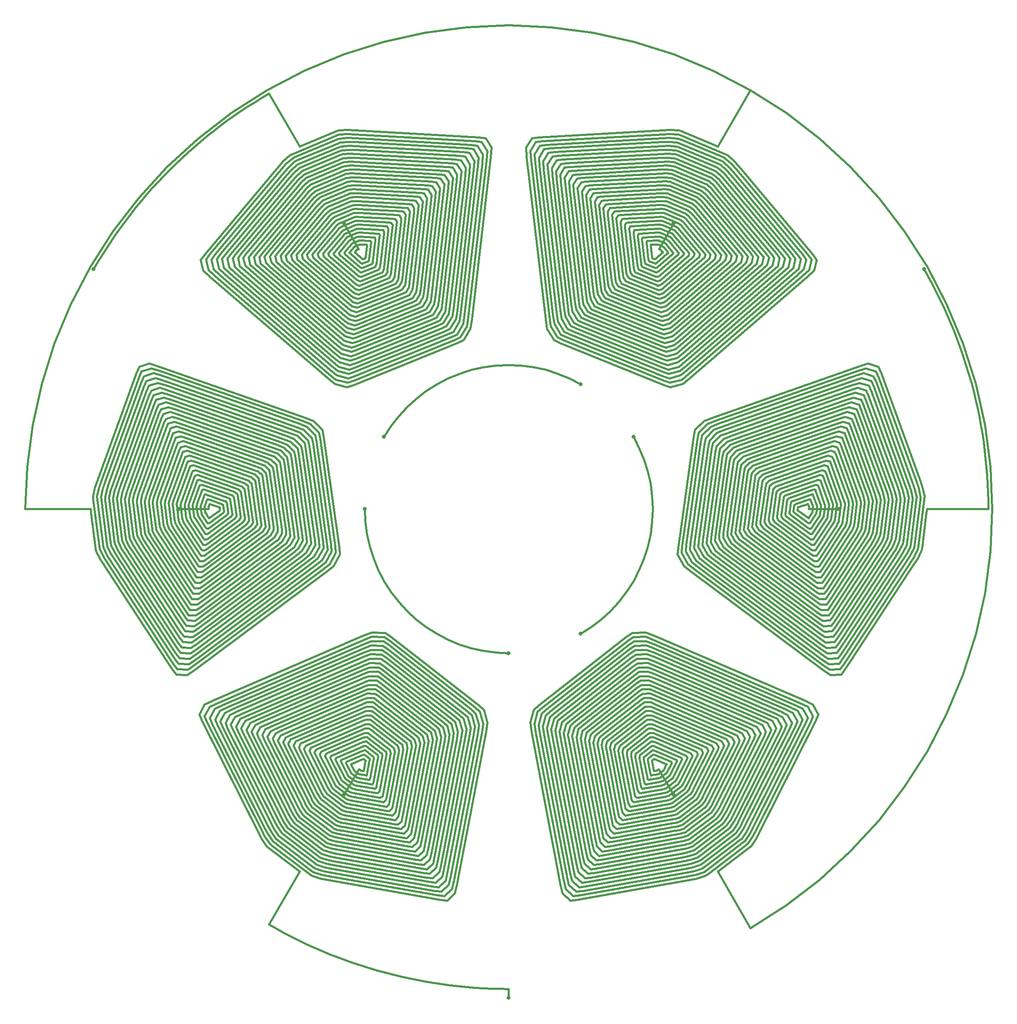
<source format=gbr>
%TF.GenerationSoftware,KiCad,Pcbnew,7.0.7*%
%TF.CreationDate,2023-10-11T13:59:45+05:30*%
%TF.ProjectId,Six-Wedge-100mm,5369782d-5765-4646-9765-2d3130306d6d,rev?*%
%TF.SameCoordinates,Original*%
%TF.FileFunction,Copper,L1,Top*%
%TF.FilePolarity,Positive*%
%FSLAX46Y46*%
G04 Gerber Fmt 4.6, Leading zero omitted, Abs format (unit mm)*
G04 Created by KiCad (PCBNEW 7.0.7) date 2023-10-11 13:59:45*
%MOMM*%
%LPD*%
G01*
G04 APERTURE LIST*
%TA.AperFunction,ViaPad*%
%ADD10C,0.800000*%
%TD*%
%TA.AperFunction,Conductor*%
%ADD11C,0.400000*%
%TD*%
G04 APERTURE END LIST*
D10*
%TO.N,coils*%
X212521757Y-246849242D03*
X128170882Y-98949241D03*
X296872631Y-98949242D03*
X227146757Y-172980485D03*
X227146757Y-122317998D03*
X183271757Y-147649242D03*
X237853000Y-133024241D03*
X187190513Y-133024242D03*
X212521757Y-176899242D03*
X246021756Y-205672944D03*
X246021757Y-89625539D03*
X145521757Y-147649242D03*
X179021756Y-89625539D03*
X179021757Y-205672944D03*
X279521757Y-147649242D03*
%TD*%
D11*
%TO.N,coils*%
X163821757Y-232000116D02*
X170046757Y-221218100D01*
X165301299Y-232837201D02*
X163821757Y-232000116D01*
X166795226Y-233648337D02*
X165301299Y-232837201D01*
X168303082Y-234433277D02*
X166795226Y-233648337D01*
X169824407Y-235191782D02*
X168303082Y-234433277D01*
X171358738Y-235923620D02*
X169824407Y-235191782D01*
X172905607Y-236628569D02*
X171358738Y-235923620D01*
X174464545Y-237306414D02*
X172905607Y-236628569D01*
X176035074Y-237956949D02*
X174464545Y-237306414D01*
X177616718Y-238579975D02*
X176035074Y-237956949D01*
X179208995Y-239175303D02*
X177616718Y-238579975D01*
X180811418Y-239742751D02*
X179208995Y-239175303D01*
X182423501Y-240282146D02*
X180811418Y-239742751D01*
X184044752Y-240793325D02*
X182423501Y-240282146D01*
X185674678Y-241276131D02*
X184044752Y-240793325D01*
X187312782Y-241730417D02*
X185674678Y-241276131D01*
X188958564Y-242156045D02*
X187312782Y-241730417D01*
X190611524Y-242552886D02*
X188958564Y-242156045D01*
X192271158Y-242920818D02*
X190611524Y-242552886D01*
X193936960Y-243259729D02*
X192271158Y-242920818D01*
X195608424Y-243569517D02*
X193936960Y-243259729D01*
X197285040Y-243850086D02*
X195608424Y-243569517D01*
X198966296Y-244101351D02*
X197285040Y-243850086D01*
X200651682Y-244323237D02*
X198966296Y-244101351D01*
X202340684Y-244515674D02*
X200651682Y-244323237D01*
X204032787Y-244678605D02*
X202340684Y-244515674D01*
X205727476Y-244811980D02*
X204032787Y-244678605D01*
X207424234Y-244915758D02*
X205727476Y-244811980D01*
X209122546Y-244989908D02*
X207424234Y-244915758D01*
X210821892Y-245034407D02*
X209122546Y-244989908D01*
X212521757Y-245049242D02*
X210821892Y-245034407D01*
X212521757Y-246849242D02*
X212521757Y-245049242D01*
X163821756Y-63298367D02*
X170046756Y-74080383D01*
X162357048Y-64161146D02*
X163821756Y-63298367D01*
X160907620Y-65049357D02*
X162357048Y-64161146D01*
X159473914Y-65962728D02*
X160907620Y-65049357D01*
X158056368Y-66900982D02*
X159473914Y-65962728D01*
X156655412Y-67863832D02*
X158056368Y-66900982D01*
X155271473Y-68850986D02*
X156655412Y-67863832D01*
X153904973Y-69862143D02*
X155271473Y-68850986D01*
X152556329Y-70896994D02*
X153904973Y-69862143D01*
X151225950Y-71955225D02*
X152556329Y-70896994D01*
X149914243Y-73036513D02*
X151225950Y-71955225D01*
X148621607Y-74140528D02*
X149914243Y-73036513D01*
X147348435Y-75266935D02*
X148621607Y-74140528D01*
X146095116Y-76415391D02*
X147348435Y-75266935D01*
X144862031Y-77585545D02*
X146095116Y-76415391D01*
X143649556Y-78777041D02*
X144862031Y-77585545D01*
X142458060Y-79989516D02*
X143649556Y-78777041D01*
X141287906Y-81222601D02*
X142458060Y-79989516D01*
X140139450Y-82475920D02*
X141287906Y-81222601D01*
X139013043Y-83749092D02*
X140139450Y-82475920D01*
X137909028Y-85041728D02*
X139013043Y-83749092D01*
X136827740Y-86353435D02*
X137909028Y-85041728D01*
X135769509Y-87683814D02*
X136827740Y-86353435D01*
X134734658Y-89032458D02*
X135769509Y-87683814D01*
X133723501Y-90398958D02*
X134734658Y-89032458D01*
X132736347Y-91782897D02*
X133723501Y-90398958D01*
X131773497Y-93183853D02*
X132736347Y-91782897D01*
X130835243Y-94601399D02*
X131773497Y-93183853D01*
X129921872Y-96035105D02*
X130835243Y-94601399D01*
X129033661Y-97484533D02*
X129921872Y-96035105D01*
X128170882Y-98949241D02*
X129033661Y-97484533D01*
X309921757Y-147649242D02*
X297471757Y-147649242D01*
X309906922Y-145949377D02*
X309921757Y-147649242D01*
X309862423Y-144250031D02*
X309906922Y-145949377D01*
X309788273Y-142551719D02*
X309862423Y-144250031D01*
X309684495Y-140854961D02*
X309788273Y-142551719D01*
X309551120Y-139160272D02*
X309684495Y-140854961D01*
X309388189Y-137468169D02*
X309551120Y-139160272D01*
X309195752Y-135779167D02*
X309388189Y-137468169D01*
X308973866Y-134093781D02*
X309195752Y-135779167D01*
X308722601Y-132412525D02*
X308973866Y-134093781D01*
X308442032Y-130735909D02*
X308722601Y-132412525D01*
X308132244Y-129064445D02*
X308442032Y-130735909D01*
X307793333Y-127398643D02*
X308132244Y-129064445D01*
X307425401Y-125739009D02*
X307793333Y-127398643D01*
X307028560Y-124086049D02*
X307425401Y-125739009D01*
X306602932Y-122440267D02*
X307028560Y-124086049D01*
X306148646Y-120802163D02*
X306602932Y-122440267D01*
X305665840Y-119172237D02*
X306148646Y-120802163D01*
X305154661Y-117550986D02*
X305665840Y-119172237D01*
X304615266Y-115938903D02*
X305154661Y-117550986D01*
X304047818Y-114336480D02*
X304615266Y-115938903D01*
X303452490Y-112744203D02*
X304047818Y-114336480D01*
X302829464Y-111162559D02*
X303452490Y-112744203D01*
X302178929Y-109592030D02*
X302829464Y-111162559D01*
X301501084Y-108033092D02*
X302178929Y-109592030D01*
X300796135Y-106486223D02*
X301501084Y-108033092D01*
X300064297Y-104951892D02*
X300796135Y-106486223D01*
X299305792Y-103430567D02*
X300064297Y-104951892D01*
X298520852Y-101922711D02*
X299305792Y-103430567D01*
X297709716Y-100428784D02*
X298520852Y-101922711D01*
X296872631Y-98949242D02*
X297709716Y-100428784D01*
X229298867Y-171609439D02*
X227146757Y-172980485D01*
X231323294Y-170056041D02*
X229298867Y-171609439D01*
X233204630Y-168332115D02*
X231323294Y-170056041D01*
X234928556Y-166450779D02*
X233204630Y-168332115D01*
X236481954Y-164426352D02*
X234928556Y-166450779D01*
X237853000Y-162274242D02*
X236481954Y-164426352D01*
X239031259Y-160010826D02*
X237853000Y-162274242D01*
X240007766Y-157653331D02*
X239031259Y-160010826D01*
X240775087Y-155219699D02*
X240007766Y-157653331D01*
X241327383Y-152728451D02*
X240775087Y-155219699D01*
X241660451Y-150198547D02*
X241327383Y-152728451D01*
X241771757Y-147649241D02*
X241660451Y-150198547D01*
X241660451Y-145099936D02*
X241771757Y-147649241D01*
X241327383Y-142570032D02*
X241660451Y-145099936D01*
X240775087Y-140078784D02*
X241327383Y-142570032D01*
X240007766Y-137645152D02*
X240775087Y-140078784D01*
X239031259Y-135287657D02*
X240007766Y-137645152D01*
X237853000Y-133024241D02*
X239031259Y-135287657D01*
X224883341Y-121139739D02*
X227146757Y-122317998D01*
X222525846Y-120163232D02*
X224883341Y-121139739D01*
X220092214Y-119395911D02*
X222525846Y-120163232D01*
X217600966Y-118843615D02*
X220092214Y-119395911D01*
X215071062Y-118510547D02*
X217600966Y-118843615D01*
X212521757Y-118399242D02*
X215071062Y-118510547D01*
X209972451Y-118510547D02*
X212521757Y-118399242D01*
X207442547Y-118843615D02*
X209972451Y-118510547D01*
X204951299Y-119395911D02*
X207442547Y-118843615D01*
X202517667Y-120163232D02*
X204951299Y-119395911D01*
X200160172Y-121139739D02*
X202517667Y-120163232D01*
X197896757Y-122317998D02*
X200160172Y-121139739D01*
X195744646Y-123689044D02*
X197896757Y-122317998D01*
X193720219Y-125242442D02*
X195744646Y-123689044D01*
X191838883Y-126966368D02*
X193720219Y-125242442D01*
X190114957Y-128847704D02*
X191838883Y-126966368D01*
X188561559Y-130872131D02*
X190114957Y-128847704D01*
X187190513Y-133024242D02*
X188561559Y-130872131D01*
X183383062Y-150198547D02*
X183271757Y-147649242D01*
X183716130Y-152728451D02*
X183383062Y-150198547D01*
X184268426Y-155219699D02*
X183716130Y-152728451D01*
X185035747Y-157653331D02*
X184268426Y-155219699D01*
X186012254Y-160010826D02*
X185035747Y-157653331D01*
X187190513Y-162274242D02*
X186012254Y-160010826D01*
X188561559Y-164426352D02*
X187190513Y-162274242D01*
X190114957Y-166450779D02*
X188561559Y-164426352D01*
X191838883Y-168332115D02*
X190114957Y-166450779D01*
X193720219Y-170056041D02*
X191838883Y-168332115D01*
X195744646Y-171609439D02*
X193720219Y-170056041D01*
X197896757Y-172980485D02*
X195744646Y-171609439D01*
X200160172Y-174158744D02*
X197896757Y-172980485D01*
X202517667Y-175135251D02*
X200160172Y-174158744D01*
X204951299Y-175902572D02*
X202517667Y-175135251D01*
X207442547Y-176454868D02*
X204951299Y-175902572D01*
X209972451Y-176787936D02*
X207442547Y-176454868D01*
X212521757Y-176899242D02*
X209972451Y-176787936D01*
X268846963Y-228089972D02*
X261621756Y-232692936D01*
X275643500Y-222874806D02*
X268846963Y-228089972D01*
X281959642Y-217087127D02*
X275643500Y-222874806D01*
X287747321Y-210770985D02*
X281959642Y-217087127D01*
X292962487Y-203974448D02*
X287747321Y-210770985D01*
X297565451Y-196749242D02*
X292962487Y-203974448D01*
X301521181Y-189150355D02*
X297565451Y-196749242D01*
X304799572Y-181235620D02*
X301521181Y-189150355D01*
X307375673Y-173065272D02*
X304799572Y-181235620D01*
X309229878Y-164701493D02*
X307375673Y-173065272D01*
X310348076Y-156207935D02*
X309229878Y-164701493D01*
X310721757Y-147649241D02*
X310348076Y-156207935D01*
X310348076Y-139090548D02*
X310721757Y-147649241D01*
X309229878Y-130596990D02*
X310348076Y-139090548D01*
X307375673Y-122233211D02*
X309229878Y-130596990D01*
X304799572Y-114062863D02*
X307375673Y-122233211D01*
X301521181Y-106148128D02*
X304799572Y-114062863D01*
X297565451Y-98549241D02*
X301521181Y-106148128D01*
X292962487Y-91324035D02*
X297565451Y-98549241D01*
X287747321Y-84527498D02*
X292962487Y-91324035D01*
X281959642Y-78211356D02*
X287747321Y-84527498D01*
X275643500Y-72423677D02*
X281959642Y-78211356D01*
X268846963Y-67208511D02*
X275643500Y-72423677D01*
X261621757Y-62605547D02*
X268846963Y-67208511D01*
X254022870Y-58649817D02*
X261621757Y-62605547D01*
X246108135Y-55371426D02*
X254022870Y-58649817D01*
X237937787Y-52795325D02*
X246108135Y-55371426D01*
X229574008Y-50941120D02*
X237937787Y-52795325D01*
X221080450Y-49822922D02*
X229574008Y-50941120D01*
X212521756Y-49449241D02*
X221080450Y-49822922D01*
X203963063Y-49822922D02*
X212521756Y-49449241D01*
X195469505Y-50941120D02*
X203963063Y-49822922D01*
X187105726Y-52795325D02*
X195469505Y-50941120D01*
X178935378Y-55371426D02*
X187105726Y-52795325D01*
X171020643Y-58649817D02*
X178935378Y-55371426D01*
X163421756Y-62605547D02*
X171020643Y-58649817D01*
X156196550Y-67208511D02*
X163421756Y-62605547D01*
X149400013Y-72423677D02*
X156196550Y-67208511D01*
X143083871Y-78211356D02*
X149400013Y-72423677D01*
X137296192Y-84527498D02*
X143083871Y-78211356D01*
X132081026Y-91324035D02*
X137296192Y-84527498D01*
X127478062Y-98549241D02*
X132081026Y-91324035D01*
X123522332Y-106148128D02*
X127478062Y-98549241D01*
X120243941Y-114062863D02*
X123522332Y-106148128D01*
X117667840Y-122233211D02*
X120243941Y-114062863D01*
X115813635Y-130596990D02*
X117667840Y-122233211D01*
X114695437Y-139090548D02*
X115813635Y-130596990D01*
X114321757Y-147649242D02*
X114695437Y-139090548D01*
X254996756Y-221218100D02*
X261621756Y-232692936D01*
X255014602Y-221204540D02*
X254996756Y-221218100D01*
X255335817Y-220960463D02*
X255014602Y-221204540D01*
X255674877Y-220702827D02*
X255335817Y-220960463D01*
X261456744Y-216309446D02*
X255674877Y-220702827D01*
X261830813Y-215982484D02*
X261456744Y-216309446D01*
X262782184Y-214490550D02*
X261830813Y-215982484D01*
X263465194Y-213159807D02*
X262782184Y-214490550D01*
X274808004Y-190698372D02*
X263465194Y-213159807D01*
X275379319Y-189340722D02*
X274808004Y-190698372D01*
X274320173Y-187364469D02*
X275379319Y-189340722D01*
X272572029Y-186526280D02*
X274320173Y-187364469D01*
X242164586Y-173415148D02*
X272572029Y-186526280D01*
X240326100Y-172689585D02*
X242164586Y-173415148D01*
X237640794Y-172740588D02*
X240326100Y-172689585D01*
X236495606Y-173522820D02*
X237640794Y-172740588D01*
X218567535Y-187551999D02*
X236495606Y-173522820D01*
X217534298Y-188470346D02*
X218567535Y-187551999D01*
X216864112Y-190971412D02*
X217534298Y-188470346D01*
X217152697Y-192832027D02*
X216864112Y-190971412D01*
X223017411Y-223822027D02*
X217152697Y-192832027D01*
X223432366Y-225626718D02*
X223017411Y-223822027D01*
X225036851Y-227121159D02*
X223432366Y-225626718D01*
X226404656Y-226976958D02*
X225036851Y-227121159D01*
X249420666Y-222886897D02*
X226404656Y-226976958D01*
X250793838Y-222629216D02*
X249420666Y-222886897D01*
X252494923Y-222081013D02*
X250793838Y-222629216D01*
X253011846Y-221729581D02*
X252494923Y-222081013D01*
X260615376Y-215952002D02*
X253011846Y-221729581D01*
X261095119Y-215546147D02*
X260615376Y-215952002D01*
X262126974Y-214018343D02*
X261095119Y-215546147D01*
X262793735Y-212726638D02*
X262126974Y-214018343D01*
X273763589Y-191003744D02*
X262793735Y-212726638D01*
X274316051Y-189690705D02*
X273763589Y-191003744D01*
X273290515Y-187778908D02*
X274316051Y-189690705D01*
X271598569Y-186967727D02*
X273290515Y-187778908D01*
X242169066Y-174278265D02*
X271598569Y-186967727D01*
X240389798Y-173575967D02*
X242169066Y-174278265D01*
X237792465Y-173624068D02*
X240389798Y-173575967D01*
X236685809Y-174379812D02*
X237792465Y-173624068D01*
X219363331Y-187935099D02*
X236685809Y-174379812D01*
X218365017Y-188822539D02*
X219363331Y-187935099D01*
X217717858Y-191241176D02*
X218365017Y-188822539D01*
X217997105Y-193041109D02*
X217717858Y-191241176D01*
X223670712Y-223021272D02*
X217997105Y-193041109D01*
X224072069Y-224767170D02*
X223670712Y-223021272D01*
X225622884Y-226213159D02*
X224072069Y-224767170D01*
X226944656Y-226073917D02*
X225622884Y-226213159D01*
X249185724Y-222121567D02*
X226944656Y-226073917D01*
X250512697Y-221872535D02*
X249185724Y-222121567D01*
X252157145Y-221342305D02*
X250512697Y-221872535D01*
X252657337Y-221002194D02*
X252157145Y-221342305D01*
X260016338Y-215410421D02*
X252657337Y-221002194D01*
X260480591Y-215017742D02*
X260016338Y-215410421D01*
X261478141Y-213541291D02*
X260480591Y-215017742D01*
X262122277Y-212293469D02*
X261478141Y-213541291D01*
X272719174Y-191309116D02*
X262122277Y-212293469D01*
X273252783Y-190040689D02*
X272719174Y-191309116D01*
X272260858Y-188193347D02*
X273252783Y-190040689D01*
X270625108Y-187409173D02*
X272260858Y-188193347D01*
X242173547Y-175141381D02*
X270625108Y-187409173D01*
X240453496Y-174462348D02*
X242173547Y-175141381D01*
X237944137Y-174507548D02*
X240453496Y-174462348D01*
X236876013Y-175236804D02*
X237944137Y-174507548D01*
X220159126Y-188318199D02*
X236876013Y-175236804D01*
X219195736Y-189174733D02*
X220159126Y-188318199D01*
X218571604Y-191510939D02*
X219195736Y-189174733D01*
X218841513Y-193250191D02*
X218571604Y-191510939D01*
X224324013Y-222220517D02*
X218841513Y-193250191D01*
X224711772Y-223907621D02*
X224324013Y-222220517D01*
X226208918Y-225305159D02*
X224711772Y-223907621D01*
X227484655Y-225170876D02*
X226208918Y-225305159D01*
X248950782Y-221356236D02*
X227484655Y-225170876D01*
X250231557Y-221115853D02*
X248950782Y-221356236D01*
X251819368Y-220603598D02*
X250231557Y-221115853D01*
X252302828Y-220274807D02*
X251819368Y-220603598D01*
X259417300Y-214868841D02*
X252302828Y-220274807D01*
X259866062Y-214489337D02*
X259417300Y-214868841D01*
X260829307Y-213064239D02*
X259866062Y-214489337D01*
X261450818Y-211860299D02*
X260829307Y-213064239D01*
X271674759Y-191614488D02*
X261450818Y-211860299D01*
X272189516Y-190390672D02*
X271674759Y-191614488D01*
X271231200Y-188607786D02*
X272189516Y-190390672D01*
X269651648Y-187850619D02*
X271231200Y-188607786D01*
X242178027Y-176004497D02*
X269651648Y-187850619D01*
X240517193Y-175348729D02*
X242178027Y-176004497D01*
X238095809Y-175391028D02*
X240517193Y-175348729D01*
X237066216Y-176093795D02*
X238095809Y-175391028D01*
X220954922Y-188701299D02*
X237066216Y-176093795D01*
X220026456Y-189526926D02*
X220954922Y-188701299D01*
X219425350Y-191780703D02*
X220026456Y-189526926D01*
X219685921Y-193459273D02*
X219425350Y-191780703D01*
X224977315Y-221419763D02*
X219685921Y-193459273D01*
X225351474Y-223048072D02*
X224977315Y-221419763D01*
X226794951Y-224397159D02*
X225351474Y-223048072D01*
X228024654Y-224267835D02*
X226794951Y-224397159D01*
X248715841Y-220590906D02*
X228024654Y-224267835D01*
X249950416Y-220359172D02*
X248715841Y-220590906D01*
X251481590Y-219864890D02*
X249950416Y-220359172D01*
X251948319Y-219547421D02*
X251481590Y-219864890D01*
X258818262Y-214327261D02*
X251948319Y-219547421D01*
X259251534Y-213960932D02*
X258818262Y-214327261D01*
X260180474Y-212587186D02*
X259251534Y-213960932D01*
X260779359Y-211427130D02*
X260180474Y-212587186D01*
X270630343Y-191919860D02*
X260779359Y-211427130D01*
X271126248Y-190740655D02*
X270630343Y-191919860D01*
X270201543Y-189022226D02*
X271126248Y-190740655D01*
X268678188Y-188292066D02*
X270201543Y-189022226D01*
X242182507Y-176867614D02*
X268678188Y-188292066D01*
X240580891Y-176235111D02*
X242182507Y-176867614D01*
X238247481Y-176274508D02*
X240580891Y-176235111D01*
X237256419Y-176950787D02*
X238247481Y-176274508D01*
X221750718Y-189084399D02*
X237256419Y-176950787D01*
X220857175Y-189879119D02*
X221750718Y-189084399D01*
X220279096Y-192050467D02*
X220857175Y-189879119D01*
X220530330Y-193668356D02*
X220279096Y-192050467D01*
X225630616Y-220619008D02*
X220530330Y-193668356D01*
X225991177Y-222188524D02*
X225630616Y-220619008D01*
X227380984Y-223489159D02*
X225991177Y-222188524D01*
X228564654Y-223364793D02*
X227380984Y-223489159D01*
X248480899Y-219825576D02*
X228564654Y-223364793D01*
X249669276Y-219602491D02*
X248480899Y-219825576D01*
X251143813Y-219126182D02*
X249669276Y-219602491D01*
X251593810Y-218820034D02*
X251143813Y-219126182D01*
X258219225Y-213785680D02*
X251593810Y-218820034D01*
X258637005Y-213432527D02*
X258219225Y-213785680D01*
X259531641Y-212110134D02*
X258637005Y-213432527D01*
X260107900Y-210993961D02*
X259531641Y-212110134D01*
X269585928Y-192225232D02*
X260107900Y-210993961D01*
X270062980Y-191090638D02*
X269585928Y-192225232D01*
X269171885Y-189436665D02*
X270062980Y-191090638D01*
X267704727Y-188733512D02*
X269171885Y-189436665D01*
X242186988Y-177730730D02*
X267704727Y-188733512D01*
X240644589Y-177121492D02*
X242186988Y-177730730D01*
X238399153Y-177157989D02*
X240644589Y-177121492D01*
X237446623Y-177807778D02*
X238399153Y-177157989D01*
X222546514Y-189467499D02*
X237446623Y-177807778D01*
X221687894Y-190231312D02*
X222546514Y-189467499D01*
X221132842Y-192320231D02*
X221687894Y-190231312D01*
X221374738Y-193877438D02*
X221132842Y-192320231D01*
X226283917Y-219818253D02*
X221374738Y-193877438D01*
X226630879Y-221328975D02*
X226283917Y-219818253D01*
X227967017Y-222581159D02*
X226630879Y-221328975D01*
X229104653Y-222461752D02*
X227967017Y-222581159D01*
X248245958Y-219060246D02*
X229104653Y-222461752D01*
X249388136Y-218845810D02*
X248245958Y-219060246D01*
X250806035Y-218387474D02*
X249388136Y-218845810D01*
X251239301Y-218092647D02*
X250806035Y-218387474D01*
X257620187Y-213244100D02*
X251239301Y-218092647D01*
X258022477Y-212904122D02*
X257620187Y-213244100D01*
X258882808Y-211633082D02*
X258022477Y-212904122D01*
X259436441Y-210560791D02*
X258882808Y-211633082D01*
X268541513Y-192530604D02*
X259436441Y-210560791D01*
X268999712Y-191440621D02*
X268541513Y-192530604D01*
X268142227Y-189851104D02*
X268999712Y-191440621D01*
X266731267Y-189174958D02*
X268142227Y-189851104D01*
X242191468Y-178593846D02*
X266731267Y-189174958D01*
X240708287Y-178007873D02*
X242191468Y-178593846D01*
X238550825Y-178041469D02*
X240708287Y-178007873D01*
X237636826Y-178664770D02*
X238550825Y-178041469D01*
X223342310Y-189850598D02*
X237636826Y-178664770D01*
X222518613Y-190583505D02*
X223342310Y-189850598D01*
X221986588Y-192589994D02*
X222518613Y-190583505D01*
X222219146Y-194086520D02*
X221986588Y-192589994D01*
X226937219Y-219017498D02*
X222219146Y-194086520D01*
X227270582Y-220469427D02*
X226937219Y-219017498D01*
X228553051Y-221673159D02*
X227270582Y-220469427D01*
X229644653Y-221558711D02*
X228553051Y-221673159D01*
X248011016Y-218294915D02*
X229644653Y-221558711D01*
X249106995Y-218089129D02*
X248011016Y-218294915D01*
X250468258Y-217648766D02*
X249106995Y-218089129D01*
X250884792Y-217365260D02*
X250468258Y-217648766D01*
X257021149Y-212702519D02*
X250884792Y-217365260D01*
X257407948Y-212375717D02*
X257021149Y-212702519D01*
X258233974Y-211156029D02*
X257407948Y-212375717D01*
X258764982Y-210127622D02*
X258233974Y-211156029D01*
X267497098Y-192835976D02*
X258764982Y-210127622D01*
X267936444Y-191790604D02*
X267497098Y-192835976D01*
X267112570Y-190265544D02*
X267936444Y-191790604D01*
X265757807Y-189616405D02*
X267112570Y-190265544D01*
X242195948Y-179456963D02*
X265757807Y-189616405D01*
X240771985Y-178894255D02*
X242195948Y-179456963D01*
X238702497Y-178924949D02*
X240771985Y-178894255D01*
X237827029Y-179521762D02*
X238702497Y-178924949D01*
X224138105Y-190233698D02*
X237827029Y-179521762D01*
X223349332Y-190935698D02*
X224138105Y-190233698D01*
X222840334Y-192859758D02*
X223349332Y-190935698D01*
X223063555Y-194295603D02*
X222840334Y-192859758D01*
X227590520Y-218216743D02*
X223063555Y-194295603D01*
X227910285Y-219609878D02*
X227590520Y-218216743D01*
X229139084Y-220765159D02*
X227910285Y-219609878D01*
X230184652Y-220655670D02*
X229139084Y-220765159D01*
X247776075Y-217529585D02*
X230184652Y-220655670D01*
X248825855Y-217332448D02*
X247776075Y-217529585D01*
X250130480Y-216910058D02*
X248825855Y-217332448D01*
X250530283Y-216637873D02*
X250130480Y-216910058D01*
X256422111Y-212160939D02*
X250530283Y-216637873D01*
X256793420Y-211847312D02*
X256422111Y-212160939D01*
X257585141Y-210678977D02*
X256793420Y-211847312D01*
X258093523Y-209694453D02*
X257585141Y-210678977D01*
X266452683Y-193141349D02*
X258093523Y-209694453D01*
X266873177Y-192140587D02*
X266452683Y-193141349D01*
X266082912Y-190679983D02*
X266873177Y-192140587D01*
X264784347Y-190057851D02*
X266082912Y-190679983D01*
X242200429Y-180320079D02*
X264784347Y-190057851D01*
X240835683Y-179780636D02*
X242200429Y-180320079D01*
X238854169Y-179808429D02*
X240835683Y-179780636D01*
X238017233Y-180378753D02*
X238854169Y-179808429D01*
X224933901Y-190616798D02*
X238017233Y-180378753D01*
X224180051Y-191287891D02*
X224933901Y-190616798D01*
X223694080Y-193129522D02*
X224180051Y-191287891D01*
X223907963Y-194504685D02*
X223694080Y-193129522D01*
X228243821Y-217415989D02*
X223907963Y-194504685D01*
X228549987Y-218750329D02*
X228243821Y-217415989D01*
X229725117Y-219857159D02*
X228549987Y-218750329D01*
X230724651Y-219752629D02*
X229725117Y-219857159D01*
X247541133Y-216764255D02*
X230724651Y-219752629D01*
X248544715Y-216575767D02*
X247541133Y-216764255D01*
X249792703Y-216171350D02*
X248544715Y-216575767D01*
X250175774Y-215910486D02*
X249792703Y-216171350D01*
X255823073Y-211619358D02*
X250175774Y-215910486D01*
X256178891Y-211318907D02*
X255823073Y-211619358D01*
X256936308Y-210201925D02*
X256178891Y-211318907D01*
X257422064Y-209261283D02*
X256936308Y-210201925D01*
X265408267Y-193446721D02*
X257422064Y-209261283D01*
X265809909Y-192490570D02*
X265408267Y-193446721D01*
X265053255Y-191094422D02*
X265809909Y-192490570D01*
X263810886Y-190499297D02*
X265053255Y-191094422D01*
X242204909Y-181183196D02*
X263810886Y-190499297D01*
X240899380Y-180667017D02*
X242204909Y-181183196D01*
X239005841Y-180691909D02*
X240899380Y-180667017D01*
X238207436Y-181235745D02*
X239005841Y-180691909D01*
X225729697Y-190999898D02*
X238207436Y-181235745D01*
X225010770Y-191640084D02*
X225729697Y-190999898D01*
X224547827Y-193399286D02*
X225010770Y-191640084D01*
X224752371Y-194713767D02*
X224547827Y-193399286D01*
X228897123Y-216615234D02*
X224752371Y-194713767D01*
X229189690Y-217890781D02*
X228897123Y-216615234D01*
X230311151Y-218949159D02*
X229189690Y-217890781D01*
X231264651Y-218849587D02*
X230311151Y-218949159D01*
X247306192Y-215998925D02*
X231264651Y-218849587D01*
X248263574Y-215819085D02*
X247306192Y-215998925D01*
X249454925Y-215432642D02*
X248263574Y-215819085D01*
X249821265Y-215183099D02*
X249454925Y-215432642D01*
X255224036Y-211077778D02*
X249821265Y-215183099D01*
X255564362Y-210790502D02*
X255224036Y-211077778D01*
X256287475Y-209724872D02*
X255564362Y-210790502D01*
X256750606Y-208828114D02*
X256287475Y-209724872D01*
X264363852Y-193752093D02*
X256750606Y-208828114D01*
X264746641Y-192840553D02*
X264363852Y-193752093D01*
X264023597Y-191508861D02*
X264746641Y-192840553D01*
X262837426Y-190940743D02*
X264023597Y-191508861D01*
X242209389Y-182046312D02*
X262837426Y-190940743D01*
X240963078Y-181553399D02*
X242209389Y-182046312D01*
X239157513Y-181575389D02*
X240963078Y-181553399D01*
X238397640Y-182092736D02*
X239157513Y-181575389D01*
X226525493Y-191382998D02*
X238397640Y-182092736D01*
X225841489Y-191992278D02*
X226525493Y-191382998D01*
X225401573Y-193669049D02*
X225841489Y-191992278D01*
X225596780Y-194922849D02*
X225401573Y-193669049D01*
X229550424Y-215814479D02*
X225596780Y-194922849D01*
X229829393Y-217031232D02*
X229550424Y-215814479D01*
X230897184Y-218041159D02*
X229829393Y-217031232D01*
X231804650Y-217946546D02*
X230897184Y-218041159D01*
X247071250Y-215233594D02*
X231804650Y-217946546D01*
X247982434Y-215062404D02*
X247071250Y-215233594D01*
X249117147Y-214693934D02*
X247982434Y-215062404D01*
X249466756Y-214455712D02*
X249117147Y-214693934D01*
X254624998Y-210536197D02*
X249466756Y-214455712D01*
X254949834Y-210262097D02*
X254624998Y-210536197D01*
X255638641Y-209247820D02*
X254949834Y-210262097D01*
X256079147Y-208394945D02*
X255638641Y-209247820D01*
X263319437Y-194057465D02*
X256079147Y-208394945D01*
X263683373Y-193190536D02*
X263319437Y-194057465D01*
X262993940Y-191923301D02*
X263683373Y-193190536D01*
X261863966Y-191382190D02*
X262993940Y-191923301D01*
X242213870Y-182909428D02*
X261863966Y-191382190D01*
X241026776Y-182439780D02*
X242213870Y-182909428D01*
X239309184Y-182458869D02*
X241026776Y-182439780D01*
X238587843Y-182949728D02*
X239309184Y-182458869D01*
X227321289Y-191766098D02*
X238587843Y-182949728D01*
X226672209Y-192344471D02*
X227321289Y-191766098D01*
X226255319Y-193938813D02*
X226672209Y-192344471D01*
X226441188Y-195131932D02*
X226255319Y-193938813D01*
X230203725Y-215013724D02*
X226441188Y-195131932D01*
X230469095Y-216171684D02*
X230203725Y-215013724D01*
X231483217Y-217133159D02*
X230469095Y-216171684D01*
X232344650Y-217043505D02*
X231483217Y-217133159D01*
X246836308Y-214468264D02*
X232344650Y-217043505D01*
X247701294Y-214305723D02*
X246836308Y-214468264D01*
X248779370Y-213955226D02*
X247701294Y-214305723D01*
X249112247Y-213728325D02*
X248779370Y-213955226D01*
X254025960Y-209994617D02*
X249112247Y-213728325D01*
X254335305Y-209733692D02*
X254025960Y-209994617D01*
X254989808Y-208770768D02*
X254335305Y-209733692D01*
X255407688Y-207961775D02*
X254989808Y-208770768D01*
X262275022Y-194362837D02*
X255407688Y-207961775D01*
X262620106Y-193540519D02*
X262275022Y-194362837D01*
X261964282Y-192337740D02*
X262620106Y-193540519D01*
X260890506Y-191823636D02*
X261964282Y-192337740D01*
X242218350Y-183772545D02*
X260890506Y-191823636D01*
X241090474Y-183326161D02*
X242218350Y-183772545D01*
X239460856Y-183342349D02*
X241090474Y-183326161D01*
X238778046Y-183806720D02*
X239460856Y-183342349D01*
X228117085Y-192149198D02*
X238778046Y-183806720D01*
X227502928Y-192696664D02*
X228117085Y-192149198D01*
X227109065Y-194208577D02*
X227502928Y-192696664D01*
X227285596Y-195341014D02*
X227109065Y-194208577D01*
X230857027Y-214212969D02*
X227285596Y-195341014D01*
X231108798Y-215312135D02*
X230857027Y-214212969D01*
X232069251Y-216225159D02*
X231108798Y-215312135D01*
X232884649Y-216140464D02*
X232069251Y-216225159D01*
X246601367Y-213702934D02*
X232884649Y-216140464D01*
X247420153Y-213549042D02*
X246601367Y-213702934D01*
X248441592Y-213216518D02*
X247420153Y-213549042D01*
X248757738Y-213000939D02*
X248441592Y-213216518D01*
X253426922Y-209453036D02*
X248757738Y-213000939D01*
X253720777Y-209205287D02*
X253426922Y-209453036D01*
X254340975Y-208293715D02*
X253720777Y-209205287D01*
X254736229Y-207528606D02*
X254340975Y-208293715D01*
X261230606Y-194668209D02*
X254736229Y-207528606D01*
X261556838Y-193890502D02*
X261230606Y-194668209D01*
X260934625Y-192752179D02*
X261556838Y-193890502D01*
X259917045Y-192265082D02*
X260934625Y-192752179D01*
X242222831Y-184635661D02*
X259917045Y-192265082D01*
X241154172Y-184212542D02*
X242222831Y-184635661D01*
X239612528Y-184225829D02*
X241154172Y-184212542D01*
X238968250Y-184663711D02*
X239612528Y-184225829D01*
X228912880Y-192532298D02*
X238968250Y-184663711D01*
X228333647Y-193048857D02*
X228912880Y-192532298D01*
X227962811Y-194478341D02*
X228333647Y-193048857D01*
X228130005Y-195550096D02*
X227962811Y-194478341D01*
X231510328Y-213412215D02*
X228130005Y-195550096D01*
X231748501Y-214452586D02*
X231510328Y-213412215D01*
X232655284Y-215317159D02*
X231748501Y-214452586D01*
X233424648Y-215237423D02*
X232655284Y-215317159D01*
X246366425Y-212937604D02*
X233424648Y-215237423D01*
X247139013Y-212792361D02*
X246366425Y-212937604D01*
X248103815Y-212477810D02*
X247139013Y-212792361D01*
X248403229Y-212273552D02*
X248103815Y-212477810D01*
X252827885Y-208911456D02*
X248403229Y-212273552D01*
X253106248Y-208676882D02*
X252827885Y-208911456D01*
X253692142Y-207816663D02*
X253106248Y-208676882D01*
X254064770Y-207095437D02*
X253692142Y-207816663D01*
X260186191Y-194973581D02*
X254064770Y-207095437D01*
X260493570Y-194240485D02*
X260186191Y-194973581D01*
X259904967Y-193166618D02*
X260493570Y-194240485D01*
X258943585Y-192706529D02*
X259904967Y-193166618D01*
X242227311Y-185498777D02*
X258943585Y-192706529D01*
X241217870Y-185098924D02*
X242227311Y-185498777D01*
X239764200Y-185109310D02*
X241217870Y-185098924D01*
X239158453Y-185520703D02*
X239764200Y-185109310D01*
X229708676Y-192915397D02*
X239158453Y-185520703D01*
X229164366Y-193401050D02*
X229708676Y-192915397D01*
X228816557Y-194748104D02*
X229164366Y-193401050D01*
X228974413Y-195759179D02*
X228816557Y-194748104D01*
X232163629Y-212611460D02*
X228974413Y-195759179D01*
X232388203Y-213593038D02*
X232163629Y-212611460D01*
X233241317Y-214409159D02*
X232388203Y-213593038D01*
X233964648Y-214334381D02*
X233241317Y-214409159D01*
X246131484Y-212172273D02*
X233964648Y-214334381D01*
X246857873Y-212035680D02*
X246131484Y-212172273D01*
X247766037Y-211739102D02*
X246857873Y-212035680D01*
X248048720Y-211546165D02*
X247766037Y-211739102D01*
X252228847Y-208369875D02*
X248048720Y-211546165D01*
X252491720Y-208148477D02*
X252228847Y-208369875D01*
X253043308Y-207339611D02*
X252491720Y-208148477D01*
X253393311Y-206662267D02*
X253043308Y-207339611D01*
X259141776Y-195278953D02*
X253393311Y-206662267D01*
X259430302Y-194590469D02*
X259141776Y-195278953D01*
X258875309Y-193581058D02*
X259430302Y-194590469D01*
X257970125Y-193147975D02*
X258875309Y-193581058D01*
X242231791Y-186361894D02*
X257970125Y-193147975D01*
X241281567Y-185985305D02*
X242231791Y-186361894D01*
X239915872Y-185992790D02*
X241281567Y-185985305D01*
X239348656Y-186377694D02*
X239915872Y-185992790D01*
X230504472Y-193298497D02*
X239348656Y-186377694D01*
X229995085Y-193753243D02*
X230504472Y-193298497D01*
X229670303Y-195017868D02*
X229995085Y-193753243D01*
X229818821Y-195968261D02*
X229670303Y-195017868D01*
X232816931Y-211810705D02*
X229818821Y-195968261D01*
X233027906Y-212733489D02*
X232816931Y-211810705D01*
X233827351Y-213501158D02*
X233027906Y-212733489D01*
X234504647Y-213431340D02*
X233827351Y-213501158D01*
X245896542Y-211406943D02*
X234504647Y-213431340D01*
X246576732Y-211278998D02*
X245896542Y-211406943D01*
X247428260Y-211000394D02*
X246576732Y-211278998D01*
X247694211Y-210818778D02*
X247428260Y-211000394D01*
X251629809Y-207828295D02*
X247694211Y-210818778D01*
X251877191Y-207620072D02*
X251629809Y-207828295D01*
X252394475Y-206862558D02*
X251877191Y-207620072D01*
X252721852Y-206229098D02*
X252394475Y-206862558D01*
X258097361Y-195584325D02*
X252721852Y-206229098D01*
X258367034Y-194940452D02*
X258097361Y-195584325D01*
X257845652Y-193995497D02*
X258367034Y-194940452D01*
X256996664Y-193589421D02*
X257845652Y-193995497D01*
X242236272Y-187225010D02*
X256996664Y-193589421D01*
X241345265Y-186871686D02*
X242236272Y-187225010D01*
X240067544Y-186876270D02*
X241345265Y-186871686D01*
X239538860Y-187234686D02*
X240067544Y-186876270D01*
X231300268Y-193681597D02*
X239538860Y-187234686D01*
X230825804Y-194105436D02*
X231300268Y-193681597D01*
X230524049Y-195287632D02*
X230825804Y-194105436D01*
X230663230Y-196177343D02*
X230524049Y-195287632D01*
X233470232Y-211009950D02*
X230663230Y-196177343D01*
X233667609Y-211873941D02*
X233470232Y-211009950D01*
X234413384Y-212593158D02*
X233667609Y-211873941D01*
X235044647Y-212528299D02*
X234413384Y-212593158D01*
X245661601Y-210641613D02*
X235044647Y-212528299D01*
X246295592Y-210522317D02*
X245661601Y-210641613D01*
X247090482Y-210261686D02*
X246295592Y-210522317D01*
X247339702Y-210091391D02*
X247090482Y-210261686D01*
X251030771Y-207286714D02*
X247339702Y-210091391D01*
X251262663Y-207091667D02*
X251030771Y-207286714D01*
X251745642Y-206385506D02*
X251262663Y-207091667D01*
X252050394Y-205795929D02*
X251745642Y-206385506D01*
X257052945Y-195889697D02*
X252050394Y-205795929D01*
X257303767Y-195290435D02*
X257052945Y-195889697D01*
X256815994Y-194409936D02*
X257303767Y-195290435D01*
X256023204Y-194030867D02*
X256815994Y-194409936D01*
X242240752Y-188088127D02*
X256023204Y-194030867D01*
X241408963Y-187758068D02*
X242240752Y-188088127D01*
X240219216Y-187759750D02*
X241408963Y-187758068D01*
X239729063Y-188091678D02*
X240219216Y-187759750D01*
X232096064Y-194064697D02*
X239729063Y-188091678D01*
X231656523Y-194457629D02*
X232096064Y-194064697D01*
X231377795Y-195557396D02*
X231656523Y-194457629D01*
X231507638Y-196386425D02*
X231377795Y-195557396D01*
X234123533Y-210209196D02*
X231507638Y-196386425D01*
X234307311Y-211014392D02*
X234123533Y-210209196D01*
X234999417Y-211685158D02*
X234307311Y-211014392D01*
X235584646Y-211625258D02*
X234999417Y-211685158D01*
X245426659Y-209876282D02*
X235584646Y-211625258D01*
X246014452Y-209765636D02*
X245426659Y-209876282D01*
X246752704Y-209522978D02*
X246014452Y-209765636D01*
X246985193Y-209364004D02*
X246752704Y-209522978D01*
X250431734Y-206745134D02*
X246985193Y-209364004D01*
X250648134Y-206563262D02*
X250431734Y-206745134D01*
X251096809Y-205908454D02*
X250648134Y-206563262D01*
X251378935Y-205362759D02*
X251096809Y-205908454D01*
X256008530Y-196195070D02*
X251378935Y-205362759D01*
X256240499Y-195640418D02*
X256008530Y-196195070D01*
X255786337Y-194824376D02*
X256240499Y-195640418D01*
X255049744Y-194472314D02*
X255786337Y-194824376D01*
X242245232Y-188951243D02*
X255049744Y-194472314D01*
X241472661Y-188644449D02*
X242245232Y-188951243D01*
X240370888Y-188643230D02*
X241472661Y-188644449D01*
X239919267Y-188948669D02*
X240370888Y-188643230D01*
X232891860Y-194447797D02*
X239919267Y-188948669D01*
X232487242Y-194809823D02*
X232891860Y-194447797D01*
X232231541Y-195827159D02*
X232487242Y-194809823D01*
X232352046Y-196595508D02*
X232231541Y-195827159D01*
X234776835Y-209408441D02*
X232352046Y-196595508D01*
X234947014Y-210154843D02*
X234776835Y-209408441D01*
X235585450Y-210777158D02*
X234947014Y-210154843D01*
X236124645Y-210722217D02*
X235585450Y-210777158D01*
X245191717Y-209110952D02*
X236124645Y-210722217D01*
X245733311Y-209008955D02*
X245191717Y-209110952D01*
X246414927Y-208784270D02*
X245733311Y-209008955D01*
X246630684Y-208636617D02*
X246414927Y-208784270D01*
X249832696Y-206203553D02*
X246630684Y-208636617D01*
X250033606Y-206034857D02*
X249832696Y-206203553D01*
X250447975Y-205431401D02*
X250033606Y-206034857D01*
X250707476Y-204929590D02*
X250447975Y-205431401D01*
X254964115Y-196500442D02*
X250707476Y-204929590D01*
X255177231Y-195990401D02*
X254964115Y-196500442D01*
X254756679Y-195238815D02*
X255177231Y-195990401D01*
X254076284Y-194913760D02*
X254756679Y-195238815D01*
X242249713Y-189814359D02*
X254076284Y-194913760D01*
X241536359Y-189530830D02*
X242249713Y-189814359D01*
X240522560Y-189526710D02*
X241536359Y-189530830D01*
X240109470Y-189805661D02*
X240522560Y-189526710D01*
X233687655Y-194830897D02*
X240109470Y-189805661D01*
X233317962Y-195162016D02*
X233687655Y-194830897D01*
X233085288Y-196096923D02*
X233317962Y-195162016D01*
X233196455Y-196804590D02*
X233085288Y-196096923D01*
X235430136Y-208607686D02*
X233196455Y-196804590D01*
X235586716Y-209295295D02*
X235430136Y-208607686D01*
X236171484Y-209869158D02*
X235586716Y-209295295D01*
X236664645Y-209819175D02*
X236171484Y-209869158D01*
X244956776Y-208345622D02*
X236664645Y-209819175D01*
X245452171Y-208252274D02*
X244956776Y-208345622D01*
X246077149Y-208045562D02*
X245452171Y-208252274D01*
X246276175Y-207909230D02*
X246077149Y-208045562D01*
X249233658Y-205661973D02*
X246276175Y-207909230D01*
X249419077Y-205506452D02*
X249233658Y-205661973D01*
X249799142Y-204954349D02*
X249419077Y-205506452D01*
X250036017Y-204496421D02*
X249799142Y-204954349D01*
X253919700Y-196805814D02*
X250036017Y-204496421D01*
X254113963Y-196340384D02*
X253919700Y-196805814D01*
X253727022Y-195653254D02*
X254113963Y-196340384D01*
X253102823Y-195355206D02*
X253727022Y-195653254D01*
X242254193Y-190677476D02*
X253102823Y-195355206D01*
X241600057Y-190417212D02*
X242254193Y-190677476D01*
X240674231Y-190410190D02*
X241600057Y-190417212D01*
X240299673Y-190662653D02*
X240674231Y-190410190D01*
X234483451Y-195213997D02*
X240299673Y-190662653D01*
X234148681Y-195514209D02*
X234483451Y-195213997D01*
X233939034Y-196366687D02*
X234148681Y-195514209D01*
X234040863Y-197013672D02*
X233939034Y-196366687D01*
X236083437Y-207806931D02*
X234040863Y-197013672D01*
X236226419Y-208435746D02*
X236083437Y-207806931D01*
X236757517Y-208961158D02*
X236226419Y-208435746D01*
X237204644Y-208916134D02*
X236757517Y-208961158D01*
X244721834Y-207580292D02*
X237204644Y-208916134D01*
X245171030Y-207495593D02*
X244721834Y-207580292D01*
X245739372Y-207306854D02*
X245171030Y-207495593D01*
X245921666Y-207181844D02*
X245739372Y-207306854D01*
X248634620Y-205120392D02*
X245921666Y-207181844D01*
X248804549Y-204978047D02*
X248634620Y-205120392D01*
X249150309Y-204477297D02*
X248804549Y-204978047D01*
X249364558Y-204063251D02*
X249150309Y-204477297D01*
X252875285Y-197111186D02*
X249364558Y-204063251D01*
X253050695Y-196690367D02*
X252875285Y-197111186D01*
X252697364Y-196067693D02*
X253050695Y-196690367D01*
X252129363Y-195796653D02*
X252697364Y-196067693D01*
X242258673Y-191540592D02*
X252129363Y-195796653D01*
X241663754Y-191303593D02*
X242258673Y-191540592D01*
X240825903Y-191293670D02*
X241663754Y-191303593D01*
X240489877Y-191519644D02*
X240825903Y-191293670D01*
X235279247Y-195597096D02*
X240489877Y-191519644D01*
X234979400Y-195866402D02*
X235279247Y-195597096D01*
X234792780Y-196636451D02*
X234979400Y-195866402D01*
X234885271Y-197222754D02*
X234792780Y-196636451D01*
X236736739Y-207006176D02*
X234885271Y-197222754D01*
X236866122Y-207576198D02*
X236736739Y-207006176D01*
X237343550Y-208053158D02*
X236866122Y-207576198D01*
X237744644Y-208013093D02*
X237343550Y-208053158D01*
X244486893Y-206814961D02*
X237744644Y-208013093D01*
X244889890Y-206738912D02*
X244486893Y-206814961D01*
X245401594Y-206568146D02*
X244889890Y-206738912D01*
X245567157Y-206454457D02*
X245401594Y-206568146D01*
X248035582Y-204578812D02*
X245567157Y-206454457D01*
X248190020Y-204449642D02*
X248035582Y-204578812D01*
X248501476Y-204000244D02*
X248190020Y-204449642D01*
X248693099Y-203630082D02*
X248501476Y-204000244D01*
X251830869Y-197416558D02*
X248693099Y-203630082D01*
X251987428Y-197040350D02*
X251830869Y-197416558D01*
X251667707Y-196482133D02*
X251987428Y-197040350D01*
X251155903Y-196238099D02*
X251667707Y-196482133D01*
X242263154Y-192403708D02*
X251155903Y-196238099D01*
X241727452Y-192189974D02*
X242263154Y-192403708D01*
X240977575Y-192177150D02*
X241727452Y-192189974D01*
X240680080Y-192376636D02*
X240977575Y-192177150D01*
X236075043Y-195980196D02*
X240680080Y-192376636D01*
X235810119Y-196218595D02*
X236075043Y-195980196D01*
X235646526Y-196906214D02*
X235810119Y-196218595D01*
X235729680Y-197431837D02*
X235646526Y-196906214D01*
X237390040Y-206205422D02*
X235729680Y-197431837D01*
X237505824Y-206716649D02*
X237390040Y-206205422D01*
X237929584Y-207145158D02*
X237505824Y-206716649D01*
X238284643Y-207110052D02*
X237929584Y-207145158D01*
X244251951Y-206049631D02*
X238284643Y-207110052D01*
X244608750Y-205982230D02*
X244251951Y-206049631D01*
X245063817Y-205829438D02*
X244608750Y-205982230D01*
X245212648Y-205727070D02*
X245063817Y-205829438D01*
X247436545Y-204037231D02*
X245212648Y-205727070D01*
X247575492Y-203921237D02*
X247436545Y-204037231D01*
X247852642Y-203523192D02*
X247575492Y-203921237D01*
X248021640Y-203196913D02*
X247852642Y-203523192D01*
X250786454Y-197721930D02*
X248021640Y-203196913D01*
X250924160Y-197390333D02*
X250786454Y-197721930D01*
X250638049Y-196896572D02*
X250924160Y-197390333D01*
X250182442Y-196679545D02*
X250638049Y-196896572D01*
X242267634Y-193266825D02*
X250182442Y-196679545D01*
X241791150Y-193076356D02*
X242267634Y-193266825D01*
X241129247Y-193060630D02*
X241791150Y-193076356D01*
X240870283Y-193233627D02*
X241129247Y-193060630D01*
X236870839Y-196363296D02*
X240870283Y-193233627D01*
X236640838Y-196570788D02*
X236870839Y-196363296D01*
X236500272Y-197175978D02*
X236640838Y-196570788D01*
X236574088Y-197640919D02*
X236500272Y-197175978D01*
X238043341Y-205404667D02*
X236574088Y-197640919D01*
X238145527Y-205857100D02*
X238043341Y-205404667D01*
X238515617Y-206237158D02*
X238145527Y-205857100D01*
X238824642Y-206207011D02*
X238515617Y-206237158D01*
X244017010Y-205284301D02*
X238824642Y-206207011D01*
X244327609Y-205225549D02*
X244017010Y-205284301D01*
X244726039Y-205090730D02*
X244327609Y-205225549D01*
X244858139Y-204999683D02*
X244726039Y-205090730D01*
X246837507Y-203495651D02*
X244858139Y-204999683D01*
X246960963Y-203392832D02*
X246837507Y-203495651D01*
X247203809Y-203046140D02*
X246960963Y-203392832D01*
X247350181Y-202763743D02*
X247203809Y-203046140D01*
X249742039Y-198027302D02*
X247350181Y-202763743D01*
X249860892Y-197740316D02*
X249742039Y-198027302D01*
X249608391Y-197311011D02*
X249860892Y-197740316D01*
X249208982Y-197120991D02*
X249608391Y-197311011D01*
X242272114Y-194129941D02*
X249208982Y-197120991D01*
X241854848Y-193962737D02*
X242272114Y-194129941D01*
X241280919Y-193944111D02*
X241854848Y-193962737D01*
X241060487Y-194090619D02*
X241280919Y-193944111D01*
X237666635Y-196746396D02*
X241060487Y-194090619D01*
X237471557Y-196922981D02*
X237666635Y-196746396D01*
X237354018Y-197445742D02*
X237471557Y-196922981D01*
X237418496Y-197850001D02*
X237354018Y-197445742D01*
X238696643Y-204603912D02*
X237418496Y-197850001D01*
X238785230Y-204997552D02*
X238696643Y-204603912D01*
X239101650Y-205329158D02*
X238785230Y-204997552D01*
X239364642Y-205303970D02*
X239101650Y-205329158D01*
X243782068Y-204518971D02*
X239364642Y-205303970D01*
X244046469Y-204468868D02*
X243782068Y-204518971D01*
X244388262Y-204352022D02*
X244046469Y-204468868D01*
X244503630Y-204272296D02*
X244388262Y-204352022D01*
X246238469Y-202954070D02*
X244503630Y-204272296D01*
X246346435Y-202864427D02*
X246238469Y-202954070D01*
X246554976Y-202569087D02*
X246346435Y-202864427D01*
X246678723Y-202330574D02*
X246554976Y-202569087D01*
X248697624Y-198332674D02*
X246678723Y-202330574D01*
X248797624Y-198090299D02*
X248697624Y-198332674D01*
X248578734Y-197725450D02*
X248797624Y-198090299D01*
X248235522Y-197562438D02*
X248578734Y-197725450D01*
X242276595Y-194993058D02*
X248235522Y-197562438D01*
X241918546Y-194849118D02*
X242276595Y-194993058D01*
X241432591Y-194827591D02*
X241918546Y-194849118D01*
X241250690Y-194947611D02*
X241432591Y-194827591D01*
X238462430Y-197129496D02*
X241250690Y-194947611D01*
X238302276Y-197275175D02*
X238462430Y-197129496D01*
X238207764Y-197715506D02*
X238302276Y-197275175D01*
X238262905Y-198059084D02*
X238207764Y-197715506D01*
X239349944Y-203803157D02*
X238262905Y-198059084D01*
X239424932Y-204138003D02*
X239349944Y-203803157D01*
X239687684Y-204421158D02*
X239424932Y-204138003D01*
X239904641Y-204400928D02*
X239687684Y-204421158D01*
X243547126Y-203753640D02*
X239904641Y-204400928D01*
X243765329Y-203712187D02*
X243547126Y-203753640D01*
X244050484Y-203613314D02*
X243765329Y-203712187D01*
X244149121Y-203544909D02*
X244050484Y-203613314D01*
X245639431Y-202412490D02*
X244149121Y-203544909D01*
X245731906Y-202336022D02*
X245639431Y-202412490D01*
X245906143Y-202092035D02*
X245731906Y-202336022D01*
X246007264Y-201897405D02*
X245906143Y-202092035D01*
X247653208Y-198638046D02*
X246007264Y-201897405D01*
X247734356Y-198440282D02*
X247653208Y-198638046D01*
X247549076Y-198139890D02*
X247734356Y-198440282D01*
X247262062Y-198003884D02*
X247549076Y-198139890D01*
X242281075Y-195856174D02*
X247262062Y-198003884D01*
X241982244Y-195735500D02*
X242281075Y-195856174D01*
X241584263Y-195711071D02*
X241982244Y-195735500D01*
X241440893Y-195804602D02*
X241584263Y-195711071D01*
X239258226Y-197512596D02*
X241440893Y-195804602D01*
X239132996Y-197627368D02*
X239258226Y-197512596D01*
X239061510Y-197985269D02*
X239132996Y-197627368D01*
X239107313Y-198268166D02*
X239061510Y-197985269D01*
X240003245Y-203002402D02*
X239107313Y-198268166D01*
X240064635Y-203278455D02*
X240003245Y-203002402D01*
X240273717Y-203513158D02*
X240064635Y-203278455D01*
X240444641Y-203497887D02*
X240273717Y-203513158D01*
X243312185Y-202988310D02*
X240444641Y-203497887D01*
X243484188Y-202955506D02*
X243312185Y-202988310D01*
X243712706Y-202874606D02*
X243484188Y-202955506D01*
X243794612Y-202817522D02*
X243712706Y-202874606D01*
X245040394Y-201870909D02*
X243794612Y-202817522D01*
X245117378Y-201807617D02*
X245040394Y-201870909D01*
X245257309Y-201614982D02*
X245117378Y-201807617D01*
X245335805Y-201464235D02*
X245257309Y-201614982D01*
X246608793Y-198943418D02*
X245335805Y-201464235D01*
X246671089Y-198790265D02*
X246608793Y-198943418D01*
X246519419Y-198554329D02*
X246671089Y-198790265D01*
X246288601Y-198445330D02*
X246519419Y-198554329D01*
X242285555Y-196719290D02*
X246288601Y-198445330D01*
X242045941Y-196621881D02*
X242285555Y-196719290D01*
X241735935Y-196594551D02*
X242045941Y-196621881D01*
X241631097Y-196661594D02*
X241735935Y-196594551D01*
X240054022Y-197895696D02*
X241631097Y-196661594D01*
X239963715Y-197979561D02*
X240054022Y-197895696D01*
X239915256Y-198255033D02*
X239963715Y-197979561D01*
X239951721Y-198477248D02*
X239915256Y-198255033D01*
X240656547Y-202201648D02*
X239951721Y-198477248D01*
X240704338Y-202418906D02*
X240656547Y-202201648D01*
X240859750Y-202605158D02*
X240704338Y-202418906D01*
X240984640Y-202594846D02*
X240859750Y-202605158D01*
X243077243Y-202222980D02*
X240984640Y-202594846D01*
X243203048Y-202198825D02*
X243077243Y-202222980D01*
X243374929Y-202135898D02*
X243203048Y-202198825D01*
X243440103Y-202090135D02*
X243374929Y-202135898D01*
X244441356Y-201329329D02*
X243440103Y-202090135D01*
X244502849Y-201279212D02*
X244441356Y-201329329D01*
X244608476Y-201137930D02*
X244502849Y-201279212D01*
X244664346Y-201031066D02*
X244608476Y-201137930D01*
X245564378Y-199248791D02*
X244664346Y-201031066D01*
X245607821Y-199140249D02*
X245564378Y-199248791D01*
X245489761Y-198968768D02*
X245607821Y-199140249D01*
X245315141Y-198886777D02*
X245489761Y-198968768D01*
X242290036Y-197582407D02*
X245315141Y-198886777D01*
X242109639Y-197508262D02*
X242290036Y-197582407D01*
X241887607Y-197478031D02*
X242109639Y-197508262D01*
X241821300Y-197518585D02*
X241887607Y-197478031D01*
X240849818Y-198278795D02*
X241821300Y-197518585D01*
X240794434Y-198331754D02*
X240849818Y-198278795D01*
X240769002Y-198524797D02*
X240794434Y-198331754D01*
X240796130Y-198686330D02*
X240769002Y-198524797D01*
X241309848Y-201400893D02*
X240796130Y-198686330D01*
X241344040Y-201559357D02*
X241309848Y-201400893D01*
X241445784Y-201697158D02*
X241344040Y-201559357D01*
X241524639Y-201691805D02*
X241445784Y-201697158D01*
X242842302Y-201457650D02*
X241524639Y-201691805D01*
X242921908Y-201442144D02*
X242842302Y-201457650D01*
X243037151Y-201397190D02*
X242921908Y-201442144D01*
X243085594Y-201362749D02*
X243037151Y-201397190D01*
X243842318Y-200787748D02*
X243085594Y-201362749D01*
X243888321Y-200750807D02*
X243842318Y-200787748D01*
X243959643Y-200660878D02*
X243888321Y-200750807D01*
X243992887Y-200597896D02*
X243959643Y-200660878D01*
X244519963Y-199554163D02*
X243992887Y-200597896D01*
X244544553Y-199490232D02*
X244519963Y-199554163D01*
X244460104Y-199383208D02*
X244544553Y-199490232D01*
X244341681Y-199328223D02*
X244460104Y-199383208D01*
X242294516Y-198445523D02*
X244341681Y-199328223D01*
X242173337Y-198394643D02*
X242294516Y-198445523D01*
X242039278Y-198361511D02*
X242173337Y-198394643D01*
X242011504Y-198375577D02*
X242039278Y-198361511D01*
X241645614Y-198661895D02*
X242011504Y-198375577D01*
X241625153Y-198683947D02*
X241645614Y-198661895D01*
X241622749Y-198794561D02*
X241625153Y-198683947D01*
X241640538Y-198895413D02*
X241622749Y-198794561D01*
X241963149Y-200600138D02*
X241640538Y-198895413D01*
X241983743Y-200699809D02*
X241963149Y-200600138D01*
X242031817Y-200789158D02*
X241983743Y-200699809D01*
X242064639Y-200788764D02*
X242031817Y-200789158D01*
X242607360Y-200692319D02*
X242064639Y-200788764D01*
X242640001Y-200686045D02*
X242607360Y-200692319D01*
X242684810Y-200669548D02*
X242640001Y-200686045D01*
X242701958Y-200657494D02*
X242684810Y-200669548D01*
X242965811Y-200457004D02*
X242701958Y-200657494D01*
X246021756Y-205672944D02*
X242965811Y-200457004D01*
X254996757Y-74080383D02*
X261621757Y-62605547D01*
X254976091Y-74071709D02*
X254996757Y-74080383D01*
X254604107Y-73915567D02*
X254976091Y-74071709D01*
X254211457Y-73750751D02*
X254604107Y-73915567D01*
X247515744Y-70940197D02*
X254211457Y-73750751D01*
X247045552Y-70779724D02*
X247515744Y-70940197D01*
X245277814Y-70701780D02*
X247045552Y-70779724D01*
X243783852Y-70775647D02*
X245277814Y-70701780D01*
X218660273Y-72183203D02*
X243783852Y-70775647D01*
X217198857Y-72367255D02*
X218660273Y-72183203D01*
X216016944Y-74272630D02*
X217198857Y-72367255D01*
X216165124Y-76205661D02*
X216016944Y-74272630D01*
X220014271Y-109094845D02*
X216165124Y-76205661D01*
X220305159Y-111049802D02*
X220014271Y-109094845D01*
X221691981Y-113349844D02*
X220305159Y-111049802D01*
X222942008Y-113950489D02*
X221691981Y-113349844D01*
X244055669Y-122462065D02*
X222942008Y-113950489D01*
X245367599Y-122897701D02*
X244055669Y-122462065D01*
X247868679Y-122227566D02*
X245367599Y-122897701D01*
X249335726Y-121047337D02*
X247868679Y-122227566D01*
X273241497Y-100473346D02*
X249335726Y-121047337D01*
X274596927Y-99211638D02*
X273241497Y-100473346D01*
X275088909Y-97074893D02*
X274596927Y-99211638D01*
X274280124Y-95962439D02*
X275088909Y-97074893D01*
X259230023Y-78075021D02*
X274280124Y-95962439D01*
X258320278Y-77014660D02*
X259230023Y-78075021D01*
X256994979Y-75815578D02*
X258320278Y-77014660D01*
X256432168Y-75543625D02*
X256994979Y-75815578D01*
X247626873Y-71847565D02*
X256432168Y-75543625D01*
X247035520Y-71635023D02*
X247626873Y-71847565D01*
X245196476Y-71505312D02*
X247035520Y-71635023D01*
X243744446Y-71573733D02*
X245196476Y-71505312D01*
X219446941Y-72935007D02*
X243744446Y-71573733D01*
X218033585Y-73113080D02*
X219446941Y-72935007D01*
X216890688Y-74957120D02*
X218033585Y-73113080D01*
X217034158Y-76827979D02*
X216890688Y-74957120D01*
X220759512Y-108659407D02*
X217034158Y-76827979D01*
X221040939Y-110551447D02*
X220759512Y-108659407D01*
X222381262Y-112776752D02*
X221040939Y-110551447D01*
X223589083Y-113357273D02*
X222381262Y-112776752D01*
X243989546Y-121581336D02*
X223589083Y-113357273D01*
X245257248Y-122002180D02*
X243989546Y-121581336D01*
X247675428Y-121353319D02*
X245257248Y-122002180D01*
X249094593Y-120211517D02*
X247675428Y-121353319D01*
X272221372Y-100307947D02*
X249094593Y-120211517D01*
X273532685Y-99087414D02*
X272221372Y-100307947D01*
X274009541Y-97021373D02*
X273532685Y-99087414D01*
X273228068Y-95946307D02*
X274009541Y-97021373D01*
X258684698Y-78661152D02*
X273228068Y-95946307D01*
X257805543Y-77636475D02*
X258684698Y-78661152D01*
X256524128Y-76477456D02*
X257805543Y-77636475D01*
X255979487Y-76214333D02*
X256524128Y-76477456D01*
X247457369Y-72637138D02*
X255979487Y-76214333D01*
X246885173Y-72431422D02*
X247457369Y-72637138D01*
X245107753Y-72305744D02*
X246885173Y-72431422D01*
X243705039Y-72371818D02*
X245107753Y-72305744D01*
X220233608Y-73686812D02*
X243705039Y-72371818D01*
X218868313Y-73858906D02*
X220233608Y-73686812D01*
X217764431Y-75641609D02*
X218868313Y-73858906D01*
X217903191Y-77450297D02*
X217764431Y-75641609D01*
X221504753Y-108223968D02*
X217903191Y-77450297D01*
X221776718Y-110053093D02*
X221504753Y-108223968D01*
X223070542Y-112203660D02*
X221776718Y-110053093D01*
X224236158Y-112764056D02*
X223070542Y-112203660D01*
X243923422Y-120700606D02*
X224236158Y-112764056D01*
X245146897Y-121106660D02*
X243923422Y-120700606D01*
X247482177Y-120479071D02*
X245146897Y-121106660D01*
X248853459Y-119375697D02*
X247482177Y-120479071D01*
X271201247Y-100142549D02*
X248853459Y-119375697D01*
X272468443Y-98963189D02*
X271201247Y-100142549D01*
X272930173Y-96967854D02*
X272468443Y-98963189D01*
X272176012Y-95930174D02*
X272930173Y-96967854D01*
X258139374Y-79247282D02*
X272176012Y-95930174D01*
X257290809Y-78258290D02*
X258139374Y-79247282D01*
X256053276Y-77139334D02*
X257290809Y-78258290D01*
X255526806Y-76885040D02*
X256053276Y-77139334D01*
X247287866Y-73426710D02*
X255526806Y-76885040D01*
X246734825Y-73227822D02*
X247287866Y-73426710D01*
X245019030Y-73106177D02*
X246734825Y-73227822D01*
X243665633Y-73169903D02*
X245019030Y-73106177D01*
X221020276Y-74438616D02*
X243665633Y-73169903D01*
X219703041Y-74604731D02*
X221020276Y-74438616D01*
X218638175Y-76326099D02*
X219703041Y-74604731D01*
X218772225Y-78072615D02*
X218638175Y-76326099D01*
X222249993Y-107788530D02*
X218772225Y-78072615D01*
X222512498Y-109554738D02*
X222249993Y-107788530D01*
X223759822Y-111630569D02*
X222512498Y-109554738D01*
X224883233Y-112170839D02*
X223759822Y-111630569D01*
X243857298Y-119819877D02*
X224883233Y-112170839D01*
X245036545Y-120211139D02*
X243857298Y-119819877D01*
X247288927Y-119604823D02*
X245036545Y-120211139D01*
X248612325Y-118539877D02*
X247288927Y-119604823D01*
X270181123Y-99977151D02*
X248612325Y-118539877D01*
X271404201Y-98838965D02*
X270181123Y-99977151D01*
X271850806Y-96914334D02*
X271404201Y-98838965D01*
X271123956Y-95914042D02*
X271850806Y-96914334D01*
X257594049Y-79833413D02*
X271123956Y-95914042D01*
X256776074Y-78880106D02*
X257594049Y-79833413D01*
X255582425Y-77801212D02*
X256776074Y-78880106D01*
X255074125Y-77555747D02*
X255582425Y-77801212D01*
X247118362Y-74216282D02*
X255074125Y-77555747D01*
X246584477Y-74024222D02*
X247118362Y-74216282D01*
X244930308Y-73906609D02*
X246584477Y-74024222D01*
X243626227Y-73967988D02*
X244930308Y-73906609D01*
X221806943Y-75190420D02*
X243626227Y-73967988D01*
X220537769Y-75350557D02*
X221806943Y-75190420D01*
X219511919Y-77010589D02*
X220537769Y-75350557D01*
X219641259Y-78694933D02*
X219511919Y-77010589D01*
X222995234Y-107353092D02*
X219641259Y-78694933D01*
X223248278Y-109056383D02*
X222995234Y-107353092D01*
X224449103Y-111057477D02*
X223248278Y-109056383D01*
X225530308Y-111577622D02*
X224449103Y-111057477D01*
X243791175Y-118939148D02*
X225530308Y-111577622D01*
X244926194Y-119315619D02*
X243791175Y-118939148D01*
X247095676Y-118730576D02*
X244926194Y-119315619D01*
X248371192Y-117704056D02*
X247095676Y-118730576D01*
X269160998Y-99811753D02*
X248371192Y-117704056D01*
X270339958Y-98714740D02*
X269160998Y-99811753D01*
X270771438Y-96860814D02*
X270339958Y-98714740D01*
X270071899Y-95897909D02*
X270771438Y-96860814D01*
X257048724Y-80419543D02*
X270071899Y-95897909D01*
X256261339Y-79501921D02*
X257048724Y-80419543D01*
X255111574Y-78463090D02*
X256261339Y-79501921D01*
X254621444Y-78226454D02*
X255111574Y-78463090D01*
X246948858Y-75005854D02*
X254621444Y-78226454D01*
X246434129Y-74820622D02*
X246948858Y-75005854D01*
X244841585Y-74707041D02*
X246434129Y-74820622D01*
X243586821Y-74766073D02*
X244841585Y-74707041D01*
X222593611Y-75942224D02*
X243586821Y-74766073D01*
X221372497Y-76096382D02*
X222593611Y-75942224D01*
X220385663Y-77695079D02*
X221372497Y-76096382D01*
X220510293Y-79317252D02*
X220385663Y-77695079D01*
X223740474Y-106917653D02*
X220510293Y-79317252D01*
X223984058Y-108558029D02*
X223740474Y-106917653D01*
X225138383Y-110484385D02*
X223984058Y-108558029D01*
X226177382Y-110984406D02*
X225138383Y-110484385D01*
X243725051Y-118058418D02*
X226177382Y-110984406D01*
X244815843Y-118420099D02*
X243725051Y-118058418D01*
X246902425Y-117856328D02*
X244815843Y-118420099D01*
X248130058Y-116868236D02*
X246902425Y-117856328D01*
X268140873Y-99646355D02*
X248130058Y-116868236D01*
X269275716Y-98590516D02*
X268140873Y-99646355D01*
X269692070Y-96807294D02*
X269275716Y-98590516D01*
X269019843Y-95881776D02*
X269692070Y-96807294D01*
X256503400Y-81005674D02*
X269019843Y-95881776D01*
X255746604Y-80123736D02*
X256503400Y-81005674D01*
X254640723Y-79124967D02*
X255746604Y-80123736D01*
X254168763Y-78897162D02*
X254640723Y-79124967D01*
X246779355Y-75795426D02*
X254168763Y-78897162D01*
X246283781Y-75617022D02*
X246779355Y-75795426D01*
X244752862Y-75507473D02*
X246283781Y-75617022D01*
X243547414Y-75564158D02*
X244752862Y-75507473D01*
X223380279Y-76694028D02*
X243547414Y-75564158D01*
X222207226Y-76842207D02*
X223380279Y-76694028D01*
X221259406Y-78379569D02*
X222207226Y-76842207D01*
X221379327Y-79939570D02*
X221259406Y-78379569D01*
X224485715Y-106482215D02*
X221379327Y-79939570D01*
X224719838Y-108059674D02*
X224485715Y-106482215D01*
X225827663Y-109911293D02*
X224719838Y-108059674D01*
X226824457Y-110391189D02*
X225827663Y-109911293D01*
X243658927Y-117177689D02*
X226824457Y-110391189D01*
X244705491Y-117524578D02*
X243658927Y-117177689D01*
X246709174Y-116982080D02*
X244705491Y-117524578D01*
X247888925Y-116032416D02*
X246709174Y-116982080D01*
X267120749Y-99480957D02*
X247888925Y-116032416D01*
X268211474Y-98466291D02*
X267120749Y-99480957D01*
X268612702Y-96753775D02*
X268211474Y-98466291D01*
X267967787Y-95865644D02*
X268612702Y-96753775D01*
X255958075Y-81591804D02*
X267967787Y-95865644D01*
X255231869Y-80745552D02*
X255958075Y-81591804D01*
X254169872Y-79786845D02*
X255231869Y-80745552D01*
X253716082Y-79567869D02*
X254169872Y-79786845D01*
X246609851Y-76584998D02*
X253716082Y-79567869D01*
X246133433Y-76413421D02*
X246609851Y-76584998D01*
X244664139Y-76307906D02*
X246133433Y-76413421D01*
X243508008Y-76362243D02*
X244664139Y-76307906D01*
X224166946Y-77445832D02*
X243508008Y-76362243D01*
X223041954Y-77588033D02*
X224166946Y-77445832D01*
X222133150Y-79064059D02*
X223041954Y-77588033D01*
X222248361Y-80561888D02*
X222133150Y-79064059D01*
X225230955Y-106046777D02*
X222248361Y-80561888D01*
X225455617Y-107561320D02*
X225230955Y-106046777D01*
X226516943Y-109338202D02*
X225455617Y-107561320D01*
X227471532Y-109797972D02*
X226516943Y-109338202D01*
X243592803Y-116296960D02*
X227471532Y-109797972D01*
X244595140Y-116629058D02*
X243592803Y-116296960D01*
X246515923Y-116107833D02*
X244595140Y-116629058D01*
X247647791Y-115196596D02*
X246515923Y-116107833D01*
X266100624Y-99315559D02*
X247647791Y-115196596D01*
X267147232Y-98342067D02*
X266100624Y-99315559D01*
X267533335Y-96700255D02*
X267147232Y-98342067D01*
X266915730Y-95849511D02*
X267533335Y-96700255D01*
X255412750Y-82177935D02*
X266915730Y-95849511D01*
X254717134Y-81367367D02*
X255412750Y-82177935D01*
X253699021Y-80448723D02*
X254717134Y-81367367D01*
X253263401Y-80238576D02*
X253699021Y-80448723D01*
X246440348Y-77374571D02*
X253263401Y-80238576D01*
X245983085Y-77209821D02*
X246440348Y-77374571D01*
X244575416Y-77108338D02*
X245983085Y-77209821D01*
X243468602Y-77160328D02*
X244575416Y-77108338D01*
X224953614Y-78197636D02*
X243468602Y-77160328D01*
X223876682Y-78333858D02*
X224953614Y-78197636D01*
X223006894Y-79748549D02*
X223876682Y-78333858D01*
X223117394Y-81184206D02*
X223006894Y-79748549D01*
X225976196Y-105611339D02*
X223117394Y-81184206D01*
X226191397Y-107062965D02*
X225976196Y-105611339D01*
X227206224Y-108765110D02*
X226191397Y-107062965D01*
X228118607Y-109204755D02*
X227206224Y-108765110D01*
X243526680Y-115416230D02*
X228118607Y-109204755D01*
X244484788Y-115733537D02*
X243526680Y-115416230D01*
X246322673Y-115233585D02*
X244484788Y-115733537D01*
X247406657Y-114360776D02*
X246322673Y-115233585D01*
X265080499Y-99150160D02*
X247406657Y-114360776D01*
X266082989Y-98217842D02*
X265080499Y-99150160D01*
X266453967Y-96646735D02*
X266082989Y-98217842D01*
X265863674Y-95833379D02*
X266453967Y-96646735D01*
X254867426Y-82764065D02*
X265863674Y-95833379D01*
X254202399Y-81989182D02*
X254867426Y-82764065D01*
X253228170Y-81110601D02*
X254202399Y-81989182D01*
X252810720Y-80909283D02*
X253228170Y-81110601D01*
X246270844Y-78164143D02*
X252810720Y-80909283D01*
X245832737Y-78006221D02*
X246270844Y-78164143D01*
X244486693Y-77908770D02*
X245832737Y-78006221D01*
X243429196Y-77958413D02*
X244486693Y-77908770D01*
X225740281Y-78949440D02*
X243429196Y-77958413D01*
X224711410Y-79079684D02*
X225740281Y-78949440D01*
X223880637Y-80433039D02*
X224711410Y-79079684D01*
X223986428Y-81806524D02*
X223880637Y-80433039D01*
X226721436Y-105175900D02*
X223986428Y-81806524D01*
X226927177Y-106564610D02*
X226721436Y-105175900D01*
X227895504Y-108192018D02*
X226927177Y-106564610D01*
X228765682Y-108611539D02*
X227895504Y-108192018D01*
X243460556Y-114535501D02*
X228765682Y-108611539D01*
X244374437Y-114838017D02*
X243460556Y-114535501D01*
X246129422Y-114359337D02*
X244374437Y-114838017D01*
X247165524Y-113524955D02*
X246129422Y-114359337D01*
X264060375Y-98984762D02*
X247165524Y-113524955D01*
X265018747Y-98093618D02*
X264060375Y-98984762D01*
X265374599Y-96593216D02*
X265018747Y-98093618D01*
X264811618Y-95817246D02*
X265374599Y-96593216D01*
X254322101Y-83350196D02*
X264811618Y-95817246D01*
X253687664Y-82610997D02*
X254322101Y-83350196D01*
X252757319Y-81772479D02*
X253687664Y-82610997D01*
X252358039Y-81579991D02*
X252757319Y-81772479D01*
X246101340Y-78953715D02*
X252358039Y-81579991D01*
X245682389Y-78802621D02*
X246101340Y-78953715D01*
X244397971Y-78709202D02*
X245682389Y-78802621D01*
X243389790Y-78756498D02*
X244397971Y-78709202D01*
X226526949Y-79701244D02*
X243389790Y-78756498D01*
X225546138Y-79825509D02*
X226526949Y-79701244D01*
X224754381Y-81117529D02*
X225546138Y-79825509D01*
X224855462Y-82428842D02*
X224754381Y-81117529D01*
X227466677Y-104740462D02*
X224855462Y-82428842D01*
X227662957Y-106066256D02*
X227466677Y-104740462D01*
X228584784Y-107618926D02*
X227662957Y-106066256D01*
X229412757Y-108018322D02*
X228584784Y-107618926D01*
X243394432Y-113654772D02*
X229412757Y-108018322D01*
X244264086Y-113942496D02*
X243394432Y-113654772D01*
X245936171Y-113485090D02*
X244264086Y-113942496D01*
X246924390Y-112689135D02*
X245936171Y-113485090D01*
X263040250Y-98819364D02*
X246924390Y-112689135D01*
X263954505Y-97969394D02*
X263040250Y-98819364D01*
X264295231Y-96539696D02*
X263954505Y-97969394D01*
X263759561Y-95801113D02*
X264295231Y-96539696D01*
X253776776Y-83936326D02*
X263759561Y-95801113D01*
X253172929Y-83232813D02*
X253776776Y-83936326D01*
X252286468Y-82434357D02*
X253172929Y-83232813D01*
X251905358Y-82250698D02*
X252286468Y-82434357D01*
X245931837Y-79743287D02*
X251905358Y-82250698D01*
X245532042Y-79599021D02*
X245931837Y-79743287D01*
X244309248Y-79509635D02*
X245532042Y-79599021D01*
X243350383Y-79554584D02*
X244309248Y-79509635D01*
X227313617Y-80453048D02*
X243350383Y-79554584D01*
X226380866Y-80571334D02*
X227313617Y-80453048D01*
X225628125Y-81802019D02*
X226380866Y-80571334D01*
X225724496Y-83051161D02*
X225628125Y-81802019D01*
X228211917Y-104305024D02*
X225724496Y-83051161D01*
X228398737Y-105567901D02*
X228211917Y-104305024D01*
X229274064Y-107045835D02*
X228398737Y-105567901D01*
X230059831Y-107425105D02*
X229274064Y-107045835D01*
X243328309Y-112774042D02*
X230059831Y-107425105D01*
X244153734Y-113046976D02*
X243328309Y-112774042D01*
X245742920Y-112610842D02*
X244153734Y-113046976D01*
X246683257Y-111853315D02*
X245742920Y-112610842D01*
X262020125Y-98653966D02*
X246683257Y-111853315D01*
X262890263Y-97845169D02*
X262020125Y-98653966D01*
X263215864Y-96486176D02*
X262890263Y-97845169D01*
X262707505Y-95784981D02*
X263215864Y-96486176D01*
X253231452Y-84522457D02*
X262707505Y-95784981D01*
X252658194Y-83854628D02*
X253231452Y-84522457D01*
X251815617Y-83096235D02*
X252658194Y-83854628D01*
X251452677Y-82921405D02*
X251815617Y-83096235D01*
X245762333Y-80532859D02*
X251452677Y-82921405D01*
X245381694Y-80395420D02*
X245762333Y-80532859D01*
X244220525Y-80310067D02*
X245381694Y-80395420D01*
X243310977Y-80352669D02*
X244220525Y-80310067D01*
X228100284Y-81204852D02*
X243310977Y-80352669D01*
X227215594Y-81317160D02*
X228100284Y-81204852D01*
X226501869Y-82486509D02*
X227215594Y-81317160D01*
X226593530Y-83673479D02*
X226501869Y-82486509D01*
X228957158Y-103869585D02*
X226593530Y-83673479D01*
X229134517Y-105069547D02*
X228957158Y-103869585D01*
X229963345Y-106472743D02*
X229134517Y-105069547D01*
X230706906Y-106831888D02*
X229963345Y-106472743D01*
X243262185Y-111893313D02*
X230706906Y-106831888D01*
X244043383Y-112151455D02*
X243262185Y-111893313D01*
X245549669Y-111736594D02*
X244043383Y-112151455D01*
X246442123Y-111017495D02*
X245549669Y-111736594D01*
X261000001Y-98488568D02*
X246442123Y-111017495D01*
X261826020Y-97720945D02*
X261000001Y-98488568D01*
X262136496Y-96432656D02*
X261826020Y-97720945D01*
X261655449Y-95768848D02*
X262136496Y-96432656D01*
X252686127Y-85108587D02*
X261655449Y-95768848D01*
X252143459Y-84476443D02*
X252686127Y-85108587D01*
X251344766Y-83758113D02*
X252143459Y-84476443D01*
X250999996Y-83592112D02*
X251344766Y-83758113D01*
X245592830Y-81322431D02*
X250999996Y-83592112D01*
X245231346Y-81191820D02*
X245592830Y-81322431D01*
X244131802Y-81110499D02*
X245231346Y-81191820D01*
X243271571Y-81150754D02*
X244131802Y-81110499D01*
X228886952Y-81956656D02*
X243271571Y-81150754D01*
X228050323Y-82062985D02*
X228886952Y-81956656D01*
X227375612Y-83170999D02*
X228050323Y-82062985D01*
X227462564Y-84295797D02*
X227375612Y-83170999D01*
X229702398Y-103434147D02*
X227462564Y-84295797D01*
X229870296Y-104571192D02*
X229702398Y-103434147D01*
X230652625Y-105899651D02*
X229870296Y-104571192D01*
X231353981Y-106238672D02*
X230652625Y-105899651D01*
X243196061Y-111012584D02*
X231353981Y-106238672D01*
X243933032Y-111255935D02*
X243196061Y-111012584D01*
X245356419Y-110862347D02*
X243933032Y-111255935D01*
X246200989Y-110181675D02*
X245356419Y-110862347D01*
X259979876Y-98323170D02*
X246200989Y-110181675D01*
X260761778Y-97596720D02*
X259979876Y-98323170D01*
X261057128Y-96379137D02*
X260761778Y-97596720D01*
X260603392Y-95752716D02*
X261057128Y-96379137D01*
X252140802Y-85694718D02*
X260603392Y-95752716D01*
X251628724Y-85098258D02*
X252140802Y-85694718D01*
X250873915Y-84419991D02*
X251628724Y-85098258D01*
X250547315Y-84262820D02*
X250873915Y-84419991D01*
X245423326Y-82112004D02*
X250547315Y-84262820D01*
X245080998Y-81988220D02*
X245423326Y-82112004D01*
X244043079Y-81910931D02*
X245080998Y-81988220D01*
X243232165Y-81948839D02*
X244043079Y-81910931D01*
X229673620Y-82708460D02*
X243232165Y-81948839D01*
X228885051Y-82808810D02*
X229673620Y-82708460D01*
X228249356Y-83855489D02*
X228885051Y-82808810D01*
X228331597Y-84918115D02*
X228249356Y-83855489D01*
X230447639Y-102998709D02*
X228331597Y-84918115D01*
X230606076Y-104072837D02*
X230447639Y-102998709D01*
X231341905Y-105326559D02*
X230606076Y-104072837D01*
X232001056Y-105645455D02*
X231341905Y-105326559D01*
X243129938Y-110131854D02*
X232001056Y-105645455D01*
X243822680Y-110360415D02*
X243129938Y-110131854D01*
X245163168Y-109988099D02*
X243822680Y-110360415D01*
X245959856Y-109345854D02*
X245163168Y-109988099D01*
X258959752Y-98157771D02*
X245959856Y-109345854D01*
X259697536Y-97472496D02*
X258959752Y-98157771D01*
X259977760Y-96325617D02*
X259697536Y-97472496D01*
X259551336Y-95736583D02*
X259977760Y-96325617D01*
X251595478Y-86280848D02*
X259551336Y-95736583D01*
X251113990Y-85720074D02*
X251595478Y-86280848D01*
X250403063Y-85081869D02*
X251113990Y-85720074D01*
X250094634Y-84933527D02*
X250403063Y-85081869D01*
X245253823Y-82901576D02*
X250094634Y-84933527D01*
X244930650Y-82784620D02*
X245253823Y-82901576D01*
X243954357Y-82711364D02*
X244930650Y-82784620D01*
X243192759Y-82746924D02*
X243954357Y-82711364D01*
X230460287Y-83460264D02*
X243192759Y-82746924D01*
X229719779Y-83554636D02*
X230460287Y-83460264D01*
X229123100Y-84539979D02*
X229719779Y-83554636D01*
X229200631Y-85540433D02*
X229123100Y-84539979D01*
X231192879Y-102563271D02*
X229200631Y-85540433D01*
X231341856Y-103574483D02*
X231192879Y-102563271D01*
X232031186Y-104753468D02*
X231341856Y-103574483D01*
X232648131Y-105052238D02*
X232031186Y-104753468D01*
X243063814Y-109251125D02*
X232648131Y-105052238D01*
X243712329Y-109464894D02*
X243063814Y-109251125D01*
X244969917Y-109113851D02*
X243712329Y-109464894D01*
X245718722Y-108510034D02*
X244969917Y-109113851D01*
X257939627Y-97992373D02*
X245718722Y-108510034D01*
X258633294Y-97348271D02*
X257939627Y-97992373D01*
X258898392Y-96272097D02*
X258633294Y-97348271D01*
X258499280Y-95720450D02*
X258898392Y-96272097D01*
X251050153Y-86866979D02*
X258499280Y-95720450D01*
X250599255Y-86341889D02*
X251050153Y-86866979D01*
X249932212Y-85743747D02*
X250599255Y-86341889D01*
X249641953Y-85604234D02*
X249932212Y-85743747D01*
X245084319Y-83691148D02*
X249641953Y-85604234D01*
X244780302Y-83581020D02*
X245084319Y-83691148D01*
X243865634Y-83511796D02*
X244780302Y-83581020D01*
X243153352Y-83545009D02*
X243865634Y-83511796D01*
X231246955Y-84212069D02*
X243153352Y-83545009D01*
X230554507Y-84300461D02*
X231246955Y-84212069D01*
X229996843Y-85224469D02*
X230554507Y-84300461D01*
X230069665Y-86162752D02*
X229996843Y-85224469D01*
X231938120Y-102127832D02*
X230069665Y-86162752D01*
X232077636Y-103076128D02*
X231938120Y-102127832D01*
X232720466Y-104180376D02*
X232077636Y-103076128D01*
X233295205Y-104459021D02*
X232720466Y-104180376D01*
X242997690Y-108370396D02*
X233295205Y-104459021D01*
X243601978Y-108569374D02*
X242997690Y-108370396D01*
X244776666Y-108239603D02*
X243601978Y-108569374D01*
X245477589Y-107674214D02*
X244776666Y-108239603D01*
X256919502Y-97826975D02*
X245477589Y-107674214D01*
X257569051Y-97224047D02*
X256919502Y-97826975D01*
X257819025Y-96218578D02*
X257569051Y-97224047D01*
X257447223Y-95704318D02*
X257819025Y-96218578D01*
X250504828Y-87453109D02*
X257447223Y-95704318D01*
X250084520Y-86963704D02*
X250504828Y-87453109D01*
X249461361Y-86405625D02*
X250084520Y-86963704D01*
X249189272Y-86274941D02*
X249461361Y-86405625D01*
X244914815Y-84480720D02*
X249189272Y-86274941D01*
X244629954Y-84377419D02*
X244914815Y-84480720D01*
X243776911Y-84312228D02*
X244629954Y-84377419D01*
X243113946Y-84343094D02*
X243776911Y-84312228D01*
X232033622Y-84963873D02*
X243113946Y-84343094D01*
X231389235Y-85046287D02*
X232033622Y-84963873D01*
X230870587Y-85908959D02*
X231389235Y-85046287D01*
X230938699Y-86785070D02*
X230870587Y-85908959D01*
X232683361Y-101692394D02*
X230938699Y-86785070D01*
X232813416Y-102577774D02*
X232683361Y-101692394D01*
X233409746Y-103607284D02*
X232813416Y-102577774D01*
X233942280Y-103865805D02*
X233409746Y-103607284D01*
X242931566Y-107489666D02*
X233942280Y-103865805D01*
X243491626Y-107673853D02*
X242931566Y-107489666D01*
X244583416Y-107365356D02*
X243491626Y-107673853D01*
X245236455Y-106838394D02*
X244583416Y-107365356D01*
X255899378Y-97661577D02*
X245236455Y-106838394D01*
X256504809Y-97099822D02*
X255899378Y-97661577D01*
X256739657Y-96165058D02*
X256504809Y-97099822D01*
X256395167Y-95688185D02*
X256739657Y-96165058D01*
X249959504Y-88039240D02*
X256395167Y-95688185D01*
X249569785Y-87585519D02*
X249959504Y-88039240D01*
X248990510Y-87067503D02*
X249569785Y-87585519D01*
X248736591Y-86945649D02*
X248990510Y-87067503D01*
X244745312Y-85270292D02*
X248736591Y-86945649D01*
X244479606Y-85173819D02*
X244745312Y-85270292D01*
X243688188Y-85112660D02*
X244479606Y-85173819D01*
X243074540Y-85141179D02*
X243688188Y-85112660D01*
X232820290Y-85715677D02*
X243074540Y-85141179D01*
X232223963Y-85792112D02*
X232820290Y-85715677D01*
X231744331Y-86593449D02*
X232223963Y-85792112D01*
X231807733Y-87407388D02*
X231744331Y-86593449D01*
X233428601Y-101256956D02*
X231807733Y-87407388D01*
X233549195Y-102079419D02*
X233428601Y-101256956D01*
X234099026Y-103034192D02*
X233549195Y-102079419D01*
X234589355Y-103272588D02*
X234099026Y-103034192D01*
X242865443Y-106608937D02*
X234589355Y-103272588D01*
X243381275Y-106778333D02*
X242865443Y-106608937D01*
X244390165Y-106491108D02*
X243381275Y-106778333D01*
X244995321Y-106002574D02*
X244390165Y-106491108D01*
X254879253Y-97496179D02*
X244995321Y-106002574D01*
X255440567Y-96975598D02*
X254879253Y-97496179D01*
X255660289Y-96111538D02*
X255440567Y-96975598D01*
X255343111Y-95672053D02*
X255660289Y-96111538D01*
X249414179Y-88625370D02*
X255343111Y-95672053D01*
X249055050Y-88207335D02*
X249414179Y-88625370D01*
X248519659Y-87729381D02*
X249055050Y-88207335D01*
X248283910Y-87616356D02*
X248519659Y-87729381D01*
X244575808Y-86059865D02*
X248283910Y-87616356D01*
X244329258Y-85970219D02*
X244575808Y-86059865D01*
X243599465Y-85913093D02*
X244329258Y-85970219D01*
X243035134Y-85939264D02*
X243599465Y-85913093D01*
X233606958Y-86467481D02*
X243035134Y-85939264D01*
X233058691Y-86537937D02*
X233606958Y-86467481D01*
X232618075Y-87277939D02*
X233058691Y-86537937D01*
X232676767Y-88029706D02*
X232618075Y-87277939D01*
X234173842Y-100821517D02*
X232676767Y-88029706D01*
X234284975Y-101581064D02*
X234173842Y-100821517D01*
X234788307Y-102461100D02*
X234284975Y-101581064D01*
X235236430Y-102679371D02*
X234788307Y-102461100D01*
X242799319Y-105728208D02*
X235236430Y-102679371D01*
X243270923Y-105882812D02*
X242799319Y-105728208D01*
X244196914Y-105616860D02*
X243270923Y-105882812D01*
X244754188Y-105166753D02*
X244196914Y-105616860D01*
X253859128Y-97330781D02*
X244754188Y-105166753D01*
X254376325Y-96851374D02*
X253859128Y-97330781D01*
X254580921Y-96058018D02*
X254376325Y-96851374D01*
X254291055Y-95655920D02*
X254580921Y-96058018D01*
X248868854Y-89211501D02*
X254291055Y-95655920D01*
X248540315Y-88829150D02*
X248868854Y-89211501D01*
X248048808Y-88391259D02*
X248540315Y-88829150D01*
X247831229Y-88287063D02*
X248048808Y-88391259D01*
X244406305Y-86849437D02*
X247831229Y-88287063D01*
X244178911Y-86766619D02*
X244406305Y-86849437D01*
X243510742Y-86713525D02*
X244178911Y-86766619D01*
X242995727Y-86737349D02*
X243510742Y-86713525D01*
X234393625Y-87219285D02*
X242995727Y-86737349D01*
X233893419Y-87283763D02*
X234393625Y-87219285D01*
X233491818Y-87962429D02*
X233893419Y-87283763D01*
X233545801Y-88652024D02*
X233491818Y-87962429D01*
X234919082Y-100386079D02*
X233545801Y-88652024D01*
X235020755Y-101082710D02*
X234919082Y-100386079D01*
X235477587Y-101888009D02*
X235020755Y-101082710D01*
X235883505Y-102086154D02*
X235477587Y-101888009D01*
X242733195Y-104847478D02*
X235883505Y-102086154D01*
X243160572Y-104987292D02*
X242733195Y-104847478D01*
X244003663Y-104742613D02*
X243160572Y-104987292D01*
X244513054Y-104330933D02*
X244003663Y-104742613D01*
X252839004Y-97165383D02*
X244513054Y-104330933D01*
X253312082Y-96727149D02*
X252839004Y-97165383D01*
X253501554Y-96004499D02*
X253312082Y-96727149D01*
X253238998Y-95639787D02*
X253501554Y-96004499D01*
X248323530Y-89797631D02*
X253238998Y-95639787D01*
X248025580Y-89450965D02*
X248323530Y-89797631D01*
X247577957Y-89053136D02*
X248025580Y-89450965D01*
X247378548Y-88957770D02*
X247577957Y-89053136D01*
X244236801Y-87639009D02*
X247378548Y-88957770D01*
X244028563Y-87563019D02*
X244236801Y-87639009D01*
X243422020Y-87513957D02*
X244028563Y-87563019D01*
X242956321Y-87535435D02*
X243422020Y-87513957D01*
X235180293Y-87971089D02*
X242956321Y-87535435D01*
X234728148Y-88029588D02*
X235180293Y-87971089D01*
X234365562Y-88646919D02*
X234728148Y-88029588D01*
X234414834Y-89274343D02*
X234365562Y-88646919D01*
X235664323Y-99950641D02*
X234414834Y-89274343D01*
X235756535Y-100584355D02*
X235664323Y-99950641D01*
X236166867Y-101314917D02*
X235756535Y-100584355D01*
X236530580Y-101492938D02*
X236166867Y-101314917D01*
X242667072Y-103966749D02*
X236530580Y-101492938D01*
X243050221Y-104091772D02*
X242667072Y-103966749D01*
X243810412Y-103868365D02*
X243050221Y-104091772D01*
X244271921Y-103495113D02*
X243810412Y-103868365D01*
X251818879Y-96999984D02*
X244271921Y-103495113D01*
X252247840Y-96602925D02*
X251818879Y-96999984D01*
X252422186Y-95950979D02*
X252247840Y-96602925D01*
X252186942Y-95623655D02*
X252422186Y-95950979D01*
X247778205Y-90383762D02*
X252186942Y-95623655D01*
X247510845Y-90072780D02*
X247778205Y-90383762D01*
X247107106Y-89715014D02*
X247510845Y-90072780D01*
X246925866Y-89628478D02*
X247107106Y-89715014D01*
X244067297Y-88428581D02*
X246925866Y-89628478D01*
X243878215Y-88359418D02*
X244067297Y-88428581D01*
X243333297Y-88314389D02*
X243878215Y-88359418D01*
X242916915Y-88333520D02*
X243333297Y-88314389D01*
X235966960Y-88722893D02*
X242916915Y-88333520D01*
X235562876Y-88775413D02*
X235966960Y-88722893D01*
X235239306Y-89331409D02*
X235562876Y-88775413D01*
X235283868Y-89896661D02*
X235239306Y-89331409D01*
X236409563Y-99515203D02*
X235283868Y-89896661D01*
X236492315Y-100086001D02*
X236409563Y-99515203D01*
X236856147Y-100741825D02*
X236492315Y-100086001D01*
X237177654Y-100899721D02*
X236856147Y-100741825D01*
X242600948Y-103086020D02*
X237177654Y-100899721D01*
X242939869Y-103196251D02*
X242600948Y-103086020D01*
X243617162Y-102994117D02*
X242939869Y-103196251D01*
X244030787Y-102659293D02*
X243617162Y-102994117D01*
X250798754Y-96834586D02*
X244030787Y-102659293D01*
X251183598Y-96478700D02*
X250798754Y-96834586D01*
X251342818Y-95897459D02*
X251183598Y-96478700D01*
X251134886Y-95607522D02*
X251342818Y-95897459D01*
X247232880Y-90969892D02*
X251134886Y-95607522D01*
X246996110Y-90694596D02*
X247232880Y-90969892D01*
X246636255Y-90376892D02*
X246996110Y-90694596D01*
X246473185Y-90299185D02*
X246636255Y-90376892D01*
X243897794Y-89218153D02*
X246473185Y-90299185D01*
X243727867Y-89155818D02*
X243897794Y-89218153D01*
X243244574Y-89114822D02*
X243727867Y-89155818D01*
X242877509Y-89131605D02*
X243244574Y-89114822D01*
X236753628Y-89474697D02*
X242877509Y-89131605D01*
X236397604Y-89521239D02*
X236753628Y-89474697D01*
X236113049Y-90015899D02*
X236397604Y-89521239D01*
X236152902Y-90518979D02*
X236113049Y-90015899D01*
X237154804Y-99079764D02*
X236152902Y-90518979D01*
X237228095Y-99587646D02*
X237154804Y-99079764D01*
X237545428Y-100168733D02*
X237228095Y-99587646D01*
X237824729Y-100306504D02*
X237545428Y-100168733D01*
X242534824Y-102205290D02*
X237824729Y-100306504D01*
X242829518Y-102300731D02*
X242534824Y-102205290D01*
X243423911Y-102119870D02*
X242829518Y-102300731D01*
X243789654Y-101823473D02*
X243423911Y-102119870D01*
X249778630Y-96669188D02*
X243789654Y-101823473D01*
X250119356Y-96354476D02*
X249778630Y-96669188D01*
X250263450Y-95843940D02*
X250119356Y-96354476D01*
X250082829Y-95591389D02*
X250263450Y-95843940D01*
X246687556Y-91556023D02*
X250082829Y-95591389D01*
X246481375Y-91316411D02*
X246687556Y-91556023D01*
X246165404Y-91038770D02*
X246481375Y-91316411D01*
X246020504Y-90969892D02*
X246165404Y-91038770D01*
X243728290Y-90007725D02*
X246020504Y-90969892D01*
X243577519Y-89952218D02*
X243728290Y-90007725D01*
X243155851Y-89915254D02*
X243577519Y-89952218D01*
X242838103Y-89929690D02*
X243155851Y-89915254D01*
X237540296Y-90226501D02*
X242838103Y-89929690D01*
X237232332Y-90267064D02*
X237540296Y-90226501D01*
X236986793Y-90700389D02*
X237232332Y-90267064D01*
X237021936Y-91141297D02*
X236986793Y-90700389D01*
X237900044Y-98644326D02*
X237021936Y-91141297D01*
X237963874Y-99089291D02*
X237900044Y-98644326D01*
X238234708Y-99595642D02*
X237963874Y-99089291D01*
X238471804Y-99713287D02*
X238234708Y-99595642D01*
X242468701Y-101324561D02*
X238471804Y-99713287D01*
X242719167Y-101405210D02*
X242468701Y-101324561D01*
X243230660Y-101245622D02*
X242719167Y-101405210D01*
X243548520Y-100987653D02*
X243230660Y-101245622D01*
X248758505Y-96503790D02*
X243548520Y-100987653D01*
X249055114Y-96230251D02*
X248758505Y-96503790D01*
X249184083Y-95790420D02*
X249055114Y-96230251D01*
X249030773Y-95575257D02*
X249184083Y-95790420D01*
X246142231Y-92142153D02*
X249030773Y-95575257D01*
X245966640Y-91938226D02*
X246142231Y-92142153D01*
X245694553Y-91700648D02*
X245966640Y-91938226D01*
X245567823Y-91640599D02*
X245694553Y-91700648D01*
X243558787Y-90797298D02*
X245567823Y-91640599D01*
X243427171Y-90748618D02*
X243558787Y-90797298D01*
X243067128Y-90715686D02*
X243427171Y-90748618D01*
X242798696Y-90727775D02*
X243067128Y-90715686D01*
X238326963Y-90978305D02*
X242798696Y-90727775D01*
X238067060Y-91012890D02*
X238326963Y-90978305D01*
X237860537Y-91384879D02*
X238067060Y-91012890D01*
X237890970Y-91763615D02*
X237860537Y-91384879D01*
X238645285Y-98208888D02*
X237890970Y-91763615D01*
X238699654Y-98590937D02*
X238645285Y-98208888D01*
X238923988Y-99022550D02*
X238699654Y-98590937D01*
X239118879Y-99120071D02*
X238923988Y-99022550D01*
X242402577Y-100443832D02*
X239118879Y-99120071D01*
X242608815Y-100509690D02*
X242402577Y-100443832D01*
X243037409Y-100371374D02*
X242608815Y-100509690D01*
X243307386Y-100151832D02*
X243037409Y-100371374D01*
X247738380Y-96338392D02*
X243307386Y-100151832D01*
X247990871Y-96106027D02*
X247738380Y-96338392D01*
X248104715Y-95736900D02*
X247990871Y-96106027D01*
X247978717Y-95559124D02*
X248104715Y-95736900D01*
X245596906Y-92728284D02*
X247978717Y-95559124D01*
X245451905Y-92560042D02*
X245596906Y-92728284D01*
X245223702Y-92362526D02*
X245451905Y-92560042D01*
X245115142Y-92311307D02*
X245223702Y-92362526D01*
X243389283Y-91586870D02*
X245115142Y-92311307D01*
X243276823Y-91545018D02*
X243389283Y-91586870D01*
X242978406Y-91516118D02*
X243276823Y-91545018D01*
X242759290Y-91525860D02*
X242978406Y-91516118D01*
X239113631Y-91730109D02*
X242759290Y-91525860D01*
X238901788Y-91758715D02*
X239113631Y-91730109D01*
X238734281Y-92069369D02*
X238901788Y-91758715D01*
X238760004Y-92385934D02*
X238734281Y-92069369D01*
X239390525Y-97773449D02*
X238760004Y-92385934D01*
X239435434Y-98092582D02*
X239390525Y-97773449D01*
X239613269Y-98449458D02*
X239435434Y-98092582D01*
X239765954Y-98526854D02*
X239613269Y-98449458D01*
X242336453Y-99563102D02*
X239765954Y-98526854D01*
X242498464Y-99614169D02*
X242336453Y-99563102D01*
X242844158Y-99497127D02*
X242498464Y-99614169D01*
X243066253Y-99316012D02*
X242844158Y-99497127D01*
X246718256Y-96172994D02*
X243066253Y-99316012D01*
X246926629Y-95981803D02*
X246718256Y-96172994D01*
X247025347Y-95683381D02*
X246926629Y-95981803D01*
X246926660Y-95542992D02*
X247025347Y-95683381D01*
X245051582Y-93314414D02*
X246926660Y-95542992D01*
X244937170Y-93181857D02*
X245051582Y-93314414D01*
X244752850Y-93024404D02*
X244937170Y-93181857D01*
X244662461Y-92982014D02*
X244752850Y-93024404D01*
X243219779Y-92376442D02*
X244662461Y-92982014D01*
X243126475Y-92341418D02*
X243219779Y-92376442D01*
X242889683Y-92316551D02*
X243126475Y-92341418D01*
X242719884Y-92323945D02*
X242889683Y-92316551D01*
X239900298Y-92481913D02*
X242719884Y-92323945D01*
X239736516Y-92504540D02*
X239900298Y-92481913D01*
X239608024Y-92753859D02*
X239736516Y-92504540D01*
X239629037Y-93008252D02*
X239608024Y-92753859D01*
X240135766Y-97338011D02*
X239629037Y-93008252D01*
X240171214Y-97594228D02*
X240135766Y-97338011D01*
X240302549Y-97876366D02*
X240171214Y-97594228D01*
X240413029Y-97933637D02*
X240302549Y-97876366D01*
X242270329Y-98682373D02*
X240413029Y-97933637D01*
X242388113Y-98718649D02*
X242270329Y-98682373D01*
X242650908Y-98622879D02*
X242388113Y-98718649D01*
X242825119Y-98480192D02*
X242650908Y-98622879D01*
X245698131Y-96007596D02*
X242825119Y-98480192D01*
X245862387Y-95857578D02*
X245698131Y-96007596D01*
X245945979Y-95629861D02*
X245862387Y-95857578D01*
X245874604Y-95526859D02*
X245945979Y-95629861D01*
X244506257Y-93900545D02*
X245874604Y-95526859D01*
X244422436Y-93803672D02*
X244506257Y-93900545D01*
X244281999Y-93686282D02*
X244422436Y-93803672D01*
X244209780Y-93652721D02*
X244281999Y-93686282D01*
X243050276Y-93166014D02*
X244209780Y-93652721D01*
X242976127Y-93137817D02*
X243050276Y-93166014D01*
X242800960Y-93116983D02*
X242976127Y-93137817D01*
X242680478Y-93122030D02*
X242800960Y-93116983D01*
X240686966Y-93233717D02*
X242680478Y-93122030D01*
X240571244Y-93250366D02*
X240686966Y-93233717D01*
X240481768Y-93438348D02*
X240571244Y-93250366D01*
X240498071Y-93630570D02*
X240481768Y-93438348D01*
X240881006Y-96902573D02*
X240498071Y-93630570D01*
X240906994Y-97095873D02*
X240881006Y-96902573D01*
X240991829Y-97303275D02*
X240906994Y-97095873D01*
X241060103Y-97340420D02*
X240991829Y-97303275D01*
X242204206Y-97801644D02*
X241060103Y-97340420D01*
X242277761Y-97823129D02*
X242204206Y-97801644D01*
X242457657Y-97748631D02*
X242277761Y-97823129D01*
X242583986Y-97644372D02*
X242457657Y-97748631D01*
X244678006Y-95842197D02*
X242583986Y-97644372D01*
X244798145Y-95733354D02*
X244678006Y-95842197D01*
X244866612Y-95576341D02*
X244798145Y-95733354D01*
X244822548Y-95510726D02*
X244866612Y-95576341D01*
X243960932Y-94486675D02*
X244822548Y-95510726D01*
X243907701Y-94425487D02*
X243960932Y-94486675D01*
X243811148Y-94348160D02*
X243907701Y-94425487D01*
X243757099Y-94323428D02*
X243811148Y-94348160D01*
X242880772Y-93955586D02*
X243757099Y-94323428D01*
X242825780Y-93934217D02*
X242880772Y-93955586D01*
X242712237Y-93917415D02*
X242825780Y-93934217D01*
X242641072Y-93920115D02*
X242712237Y-93917415D01*
X241473634Y-93985521D02*
X242641072Y-93920115D01*
X241405973Y-93996191D02*
X241473634Y-93985521D01*
X241355512Y-94122838D02*
X241405973Y-93996191D01*
X241367105Y-94252888D02*
X241355512Y-94122838D01*
X241626247Y-96467135D02*
X241367105Y-94252888D01*
X241642773Y-96597519D02*
X241626247Y-96467135D01*
X241681109Y-96730183D02*
X241642773Y-96597519D01*
X241707178Y-96747204D02*
X241681109Y-96730183D01*
X242138082Y-96920914D02*
X241707178Y-96747204D01*
X242167410Y-96927608D02*
X242138082Y-96920914D01*
X242264406Y-96874384D02*
X242167410Y-96927608D01*
X242342852Y-96808552D02*
X242264406Y-96874384D01*
X243657882Y-95676799D02*
X242342852Y-96808552D01*
X243733902Y-95609129D02*
X243657882Y-95676799D01*
X243787244Y-95522821D02*
X243733902Y-95609129D01*
X243770491Y-95494594D02*
X243787244Y-95522821D01*
X243415608Y-95072806D02*
X243770491Y-95494594D01*
X243393853Y-95047675D02*
X243415608Y-95072806D01*
X243357162Y-95017117D02*
X243393853Y-95047675D01*
X243338149Y-95008294D02*
X243357162Y-95017117D01*
X243032593Y-94880036D02*
X243338149Y-95008294D01*
X246021757Y-89625539D02*
X243032593Y-94880036D01*
X127571757Y-147649242D02*
X114321757Y-147649242D01*
X127574577Y-147671476D02*
X127571757Y-147649242D01*
X127625346Y-148071694D02*
X127574577Y-147671476D01*
X127678936Y-148494147D02*
X127625346Y-148071694D01*
X128592781Y-155698082D02*
X127678936Y-148494147D01*
X128688904Y-156185516D02*
X128592781Y-155698082D01*
X129505272Y-157755394D02*
X128688904Y-156185516D01*
X130316224Y-159012270D02*
X129505272Y-157755394D01*
X144096992Y-180066149D02*
X130316224Y-159012270D01*
X144987094Y-181239747D02*
X144096992Y-180066149D01*
X147228153Y-181310626D02*
X144987094Y-181239747D01*
X148828117Y-180215783D02*
X147228153Y-181310626D01*
X175386412Y-160437732D02*
X148828117Y-180215783D01*
X176934011Y-159208337D02*
X175386412Y-160437732D01*
X178232494Y-156857292D02*
X176934011Y-159208337D01*
X178127655Y-155474415D02*
X178232494Y-156857292D01*
X174942065Y-132933660D02*
X178127655Y-155474415D01*
X174663372Y-131579678D02*
X174942065Y-132933660D01*
X172832479Y-129748746D02*
X174663372Y-131579678D01*
X171076847Y-129068361D02*
X172832479Y-129748746D01*
X141306362Y-118652352D02*
X171076847Y-129068361D01*
X139535976Y-118109368D02*
X141306362Y-118652352D01*
X137439510Y-118751672D02*
X139535976Y-118109368D01*
X136880489Y-120008327D02*
X137439510Y-118751672D01*
X128914581Y-141985806D02*
X136880489Y-120008327D01*
X128451154Y-143303849D02*
X128914581Y-141985806D01*
X128075368Y-145051133D02*
X128451154Y-143303849D01*
X128121256Y-145674518D02*
X128075368Y-145051133D01*
X129323021Y-155148157D02*
X128121256Y-145674518D01*
X129434630Y-155766555D02*
X129323021Y-155148157D01*
X130241820Y-157424069D02*
X129434630Y-155766555D01*
X131027089Y-158647354D02*
X130241820Y-157424069D01*
X144354740Y-179008973D02*
X131027089Y-158647354D01*
X145215633Y-180143939D02*
X144354740Y-179008973D01*
X147384067Y-180211697D02*
X145215633Y-180143939D01*
X148932543Y-179152019D02*
X147384067Y-180211697D01*
X174636691Y-160010053D02*
X148932543Y-179152019D01*
X176134533Y-158820311D02*
X174636691Y-160010053D01*
X177391542Y-156546904D02*
X176134533Y-158820311D01*
X177290377Y-155210640D02*
X177391542Y-156546904D01*
X174212393Y-133431290D02*
X177290377Y-155210640D01*
X173943004Y-132123005D02*
X174212393Y-133431290D01*
X172171984Y-130353230D02*
X173943004Y-132123005D01*
X170473572Y-129695099D02*
X172171984Y-130353230D01*
X141673185Y-119618505D02*
X170473572Y-129695099D01*
X139960516Y-119093141D02*
X141673185Y-119618505D01*
X137932844Y-119713192D02*
X139960516Y-119093141D01*
X137392546Y-120927501D02*
X137932844Y-119713192D01*
X129694847Y-142165006D02*
X137392546Y-120927501D01*
X129247029Y-143438715D02*
X129694847Y-142165006D01*
X128883997Y-145127963D02*
X129247029Y-143438715D01*
X128928446Y-145731198D02*
X128883997Y-145127963D01*
X130091563Y-154900165D02*
X128928446Y-145731198D01*
X130199506Y-155498560D02*
X130091563Y-154900165D01*
X130979376Y-157100689D02*
X130199506Y-155498560D01*
X131737954Y-158282438D02*
X130979376Y-157100689D01*
X144612487Y-177951797D02*
X131737954Y-158282438D01*
X145444173Y-179048130D02*
X144612487Y-177951797D01*
X147539980Y-179112768D02*
X145444173Y-179048130D01*
X149036970Y-178088254D02*
X147539980Y-179112768D01*
X173886970Y-159582375D02*
X149036970Y-178088254D01*
X175335056Y-158432284D02*
X173886970Y-159582375D01*
X176550590Y-156236516D02*
X175335056Y-158432284D01*
X176453099Y-154946865D02*
X176550590Y-156236516D01*
X173482721Y-133928919D02*
X176453099Y-154946865D01*
X173222636Y-132666332D02*
X173482721Y-133928919D01*
X171511488Y-130957714D02*
X173222636Y-132666332D01*
X169870297Y-130321837D02*
X171511488Y-130957714D01*
X142040009Y-120584658D02*
X169870297Y-130321837D01*
X140385055Y-120076914D02*
X142040009Y-120584658D01*
X138426179Y-120674712D02*
X140385055Y-120076914D01*
X137904603Y-121846675D02*
X138426179Y-120674712D01*
X130475113Y-142344206D02*
X137904603Y-121846675D01*
X130042904Y-143573581D02*
X130475113Y-142344206D01*
X129692625Y-145204793D02*
X130042904Y-143573581D01*
X129735636Y-145787877D02*
X129692625Y-145204793D01*
X130860104Y-154652174D02*
X129735636Y-145787877D01*
X130964383Y-155230565D02*
X130860104Y-154652174D01*
X131716932Y-156777309D02*
X130964383Y-155230565D01*
X132448819Y-157917523D02*
X131716932Y-156777309D01*
X144870235Y-176894621D02*
X132448819Y-157917523D01*
X145672713Y-177952322D02*
X144870235Y-176894621D01*
X147695894Y-178013839D02*
X145672713Y-177952322D01*
X149141396Y-177024490D02*
X147695894Y-178013839D01*
X173137249Y-159154697D02*
X149141396Y-177024490D01*
X174535578Y-158044257D02*
X173137249Y-159154697D01*
X175709638Y-155926127D02*
X174535578Y-158044257D01*
X175615821Y-154683090D02*
X175709638Y-155926127D01*
X172753049Y-134426549D02*
X175615821Y-154683090D01*
X172502269Y-133209659D02*
X172753049Y-134426549D01*
X170850993Y-131562198D02*
X172502269Y-133209659D01*
X169267023Y-130948574D02*
X170850993Y-131562198D01*
X142406832Y-121550811D02*
X169267023Y-130948574D01*
X140809595Y-121060688D02*
X142406832Y-121550811D01*
X138919513Y-121636232D02*
X140809595Y-121060688D01*
X138416660Y-122765848D02*
X138919513Y-121636232D01*
X131255380Y-142523406D02*
X138416660Y-122765848D01*
X130838779Y-143708446D02*
X131255380Y-142523406D01*
X130501254Y-145281623D02*
X130838779Y-143708446D01*
X130542826Y-145844557D02*
X130501254Y-145281623D01*
X131628645Y-154404182D02*
X130542826Y-145844557D01*
X131729259Y-154962570D02*
X131628645Y-154404182D01*
X132454488Y-156453929D02*
X131729259Y-154962570D01*
X133159684Y-157552607D02*
X132454488Y-156453929D01*
X145127983Y-175837445D02*
X133159684Y-157552607D01*
X145901252Y-176856513D02*
X145127983Y-175837445D01*
X147851808Y-176914909D02*
X145901252Y-176856513D01*
X149245823Y-175960726D02*
X147851808Y-176914909D01*
X172387528Y-158727019D02*
X149245823Y-175960726D01*
X173736100Y-157656230D02*
X172387528Y-158727019D01*
X174868686Y-155615739D02*
X173736100Y-157656230D01*
X174778542Y-154419315D02*
X174868686Y-155615739D01*
X172023377Y-134924178D02*
X174778542Y-154419315D01*
X171781901Y-133752987D02*
X172023377Y-134924178D01*
X170190498Y-132166682D02*
X171781901Y-133752987D01*
X168663748Y-131575312D02*
X170190498Y-132166682D01*
X142773655Y-122516964D02*
X168663748Y-131575312D01*
X141234134Y-122044461D02*
X142773655Y-122516964D01*
X139412847Y-122597751D02*
X141234134Y-122044461D01*
X138928717Y-123685022D02*
X139412847Y-122597751D01*
X132035646Y-142702605D02*
X138928717Y-123685022D01*
X131634655Y-143843312D02*
X132035646Y-142702605D01*
X131309882Y-145358453D02*
X131634655Y-143843312D01*
X131350016Y-145901236D02*
X131309882Y-145358453D01*
X132397187Y-154156190D02*
X131350016Y-145901236D01*
X132494135Y-154694575D02*
X132397187Y-154156190D01*
X133192044Y-156130549D02*
X132494135Y-154694575D01*
X133870549Y-157187691D02*
X133192044Y-156130549D01*
X145385730Y-174780268D02*
X133870549Y-157187691D01*
X146129792Y-175760705D02*
X145385730Y-174780268D01*
X148007722Y-175815980D02*
X146129792Y-175760705D01*
X149350249Y-174896961D02*
X148007722Y-175815980D01*
X171637808Y-158299341D02*
X149350249Y-174896961D01*
X172936623Y-157268204D02*
X171637808Y-158299341D01*
X174027734Y-155305351D02*
X172936623Y-157268204D01*
X173941264Y-154155540D02*
X174027734Y-155305351D01*
X171293705Y-135421807D02*
X173941264Y-154155540D01*
X171061533Y-134296314D02*
X171293705Y-135421807D01*
X169530002Y-132771166D02*
X171061533Y-134296314D01*
X168060473Y-132202050D02*
X169530002Y-132771166D01*
X143140479Y-123483117D02*
X168060473Y-132202050D01*
X141658674Y-123028234D02*
X143140479Y-123483117D01*
X139906182Y-123559271D02*
X141658674Y-123028234D01*
X139440773Y-124604196D02*
X139906182Y-123559271D01*
X132815912Y-142881805D02*
X139440773Y-124604196D01*
X132430530Y-143978178D02*
X132815912Y-142881805D01*
X132118511Y-145435283D02*
X132430530Y-143978178D01*
X132157206Y-145957916D02*
X132118511Y-145435283D01*
X133165728Y-153908199D02*
X132157206Y-145957916D01*
X133259012Y-154426581D02*
X133165728Y-153908199D01*
X133929600Y-155807169D02*
X133259012Y-154426581D01*
X134581414Y-156822775D02*
X133929600Y-155807169D01*
X145643478Y-173723092D02*
X134581414Y-156822775D01*
X146358332Y-174664896D02*
X145643478Y-173723092D01*
X148163636Y-174717051D02*
X146358332Y-174664896D01*
X149454676Y-173833197D02*
X148163636Y-174717051D01*
X170888087Y-157871663D02*
X149454676Y-173833197D01*
X172137145Y-156880177D02*
X170888087Y-157871663D01*
X173186781Y-154994962D02*
X172137145Y-156880177D01*
X173103986Y-153891766D02*
X173186781Y-154994962D01*
X170564033Y-135919437D02*
X173103986Y-153891766D01*
X170341165Y-134839641D02*
X170564033Y-135919437D01*
X168869507Y-133375650D02*
X170341165Y-134839641D01*
X167457198Y-132828788D02*
X168869507Y-133375650D01*
X143507302Y-124449270D02*
X167457198Y-132828788D01*
X142083214Y-124012007D02*
X143507302Y-124449270D01*
X140399516Y-124520791D02*
X142083214Y-124012007D01*
X139952830Y-125523370D02*
X140399516Y-124520791D01*
X133596178Y-143061005D02*
X139952830Y-125523370D01*
X133226405Y-144113044D02*
X133596178Y-143061005D01*
X132927140Y-145512113D02*
X133226405Y-144113044D01*
X132964396Y-146014596D02*
X132927140Y-145512113D01*
X133934269Y-153660207D02*
X132964396Y-146014596D01*
X134023888Y-154158586D02*
X133934269Y-153660207D01*
X134667156Y-155483790D02*
X134023888Y-154158586D01*
X135292279Y-156457860D02*
X134667156Y-155483790D01*
X145901225Y-172665916D02*
X135292279Y-156457860D01*
X146586871Y-173569088D02*
X145901225Y-172665916D01*
X148319550Y-173618122D02*
X146586871Y-173569088D01*
X149559102Y-172769432D02*
X148319550Y-173618122D01*
X170138366Y-157443985D02*
X149559102Y-172769432D01*
X171337667Y-156492150D02*
X170138366Y-157443985D01*
X172345829Y-154684574D02*
X171337667Y-156492150D01*
X172266708Y-153627991D02*
X172345829Y-154684574D01*
X169834361Y-136417066D02*
X172266708Y-153627991D01*
X169620798Y-135382969D02*
X169834361Y-136417066D01*
X168209012Y-133980134D02*
X169620798Y-135382969D01*
X166853924Y-133455526D02*
X168209012Y-133980134D01*
X143874125Y-125415423D02*
X166853924Y-133455526D01*
X142507753Y-124995780D02*
X143874125Y-125415423D01*
X140892851Y-125482311D02*
X142507753Y-124995780D01*
X140464887Y-126442544D02*
X140892851Y-125482311D01*
X134376445Y-143240205D02*
X140464887Y-126442544D01*
X134022280Y-144247910D02*
X134376445Y-143240205D01*
X133735768Y-145588943D02*
X134022280Y-144247910D01*
X133771586Y-146071275D02*
X133735768Y-145588943D01*
X134702811Y-153412215D02*
X133771586Y-146071275D01*
X134788765Y-153890591D02*
X134702811Y-153412215D01*
X135404712Y-155160410D02*
X134788765Y-153890591D01*
X136003144Y-156092944D02*
X135404712Y-155160410D01*
X146158973Y-171608740D02*
X136003144Y-156092944D01*
X146815411Y-172473279D02*
X146158973Y-171608740D01*
X148475463Y-172519192D02*
X146815411Y-172473279D01*
X149663528Y-171705668D02*
X148475463Y-172519192D01*
X169388645Y-157016307D02*
X149663528Y-171705668D01*
X170538190Y-156104124D02*
X169388645Y-157016307D01*
X171504877Y-154374186D02*
X170538190Y-156104124D01*
X171429430Y-153364216D02*
X171504877Y-154374186D01*
X169104688Y-136914696D02*
X171429430Y-153364216D01*
X168900430Y-135926296D02*
X169104688Y-136914696D01*
X167548516Y-134584618D02*
X168900430Y-135926296D01*
X166250649Y-134082264D02*
X167548516Y-134584618D01*
X144240949Y-126381576D02*
X166250649Y-134082264D01*
X142932293Y-125979553D02*
X144240949Y-126381576D01*
X141386185Y-126443830D02*
X142932293Y-125979553D01*
X140976944Y-127361717D02*
X141386185Y-126443830D01*
X135156711Y-143419405D02*
X140976944Y-127361717D01*
X134818156Y-144382776D02*
X135156711Y-143419405D01*
X134544397Y-145665773D02*
X134818156Y-144382776D01*
X134578776Y-146127955D02*
X134544397Y-145665773D01*
X135471352Y-153164224D02*
X134578776Y-146127955D01*
X135553641Y-153622596D02*
X135471352Y-153164224D01*
X136142268Y-154837030D02*
X135553641Y-153622596D01*
X136714009Y-155728028D02*
X136142268Y-154837030D01*
X146416721Y-170551564D02*
X136714009Y-155728028D01*
X147043951Y-171377471D02*
X146416721Y-170551564D01*
X148631377Y-171420263D02*
X147043951Y-171377471D01*
X149767955Y-170641903D02*
X148631377Y-171420263D01*
X168638924Y-156588629D02*
X149767955Y-170641903D01*
X169738712Y-155716097D02*
X168638924Y-156588629D01*
X170663925Y-154063797D02*
X169738712Y-155716097D01*
X170592152Y-153100441D02*
X170663925Y-154063797D01*
X168375016Y-137412325D02*
X170592152Y-153100441D01*
X168180062Y-136469623D02*
X168375016Y-137412325D01*
X166888021Y-135189102D02*
X168180062Y-136469623D01*
X165647374Y-134709002D02*
X166888021Y-135189102D01*
X144607772Y-127347728D02*
X165647374Y-134709002D01*
X143356832Y-126963326D02*
X144607772Y-127347728D01*
X141879520Y-127405350D02*
X143356832Y-126963326D01*
X141489001Y-128280891D02*
X141879520Y-127405350D01*
X135936977Y-143598604D02*
X141489001Y-128280891D01*
X135614031Y-144517642D02*
X135936977Y-143598604D01*
X135353026Y-145742604D02*
X135614031Y-144517642D01*
X135385966Y-146184635D02*
X135353026Y-145742604D01*
X136239893Y-152916232D02*
X135385966Y-146184635D01*
X136318518Y-153354601D02*
X136239893Y-152916232D01*
X136879824Y-154513650D02*
X136318518Y-153354601D01*
X137424874Y-155363112D02*
X136879824Y-154513650D01*
X146674468Y-169494388D02*
X137424874Y-155363112D01*
X147272490Y-170281662D02*
X146674468Y-169494388D01*
X148787291Y-170321334D02*
X147272490Y-170281662D01*
X149872381Y-169578139D02*
X148787291Y-170321334D01*
X167889203Y-156160951D02*
X149872381Y-169578139D01*
X168939234Y-155328070D02*
X167889203Y-156160951D01*
X169822973Y-153753409D02*
X168939234Y-155328070D01*
X169754873Y-152836666D02*
X169822973Y-153753409D01*
X167645344Y-137909955D02*
X169754873Y-152836666D01*
X167459694Y-137012951D02*
X167645344Y-137909955D01*
X166227526Y-135793586D02*
X167459694Y-137012951D01*
X165044100Y-135335740D02*
X166227526Y-135793586D01*
X144974595Y-128313881D02*
X165044100Y-135335740D01*
X143781372Y-127947099D02*
X144974595Y-128313881D01*
X142372854Y-128366870D02*
X143781372Y-127947099D01*
X142001058Y-129200065D02*
X142372854Y-128366870D01*
X136717243Y-143777804D02*
X142001058Y-129200065D01*
X136409906Y-144652508D02*
X136717243Y-143777804D01*
X136161654Y-145819434D02*
X136409906Y-144652508D01*
X136193156Y-146241314D02*
X136161654Y-145819434D01*
X137008435Y-152668240D02*
X136193156Y-146241314D01*
X137083394Y-153086606D02*
X137008435Y-152668240D01*
X137617380Y-154190270D02*
X137083394Y-153086606D01*
X138135739Y-154998196D02*
X137617380Y-154190270D01*
X146932216Y-168437211D02*
X138135739Y-154998196D01*
X147501030Y-169185854D02*
X146932216Y-168437211D01*
X148943205Y-169222405D02*
X147501030Y-169185854D01*
X149976808Y-168514374D02*
X148943205Y-169222405D01*
X167139482Y-155733273D02*
X149976808Y-168514374D01*
X168139757Y-154940043D02*
X167139482Y-155733273D01*
X168982021Y-153443021D02*
X168139757Y-154940043D01*
X168917595Y-152572891D02*
X168982021Y-153443021D01*
X166915672Y-138407584D02*
X168917595Y-152572891D01*
X166739327Y-137556278D02*
X166915672Y-138407584D01*
X165567030Y-136398070D02*
X166739327Y-137556278D01*
X164440825Y-135962478D02*
X165567030Y-136398070D01*
X145341419Y-129280034D02*
X164440825Y-135962478D01*
X144205912Y-128930872D02*
X145341419Y-129280034D01*
X142866189Y-129328390D02*
X144205912Y-128930872D01*
X142513115Y-130119239D02*
X142866189Y-129328390D01*
X137497510Y-143957004D02*
X142513115Y-130119239D01*
X137205782Y-144787374D02*
X137497510Y-143957004D01*
X136970283Y-145896264D02*
X137205782Y-144787374D01*
X137000346Y-146297994D02*
X136970283Y-145896264D01*
X137776976Y-152420249D02*
X137000346Y-146297994D01*
X137848270Y-152818612D02*
X137776976Y-152420249D01*
X138354936Y-153866890D02*
X137848270Y-152818612D01*
X138846604Y-154633281D02*
X138354936Y-153866890D01*
X147189964Y-167380035D02*
X138846604Y-154633281D01*
X147729570Y-168090046D02*
X147189964Y-167380035D01*
X149099119Y-168123476D02*
X147729570Y-168090046D01*
X150081234Y-167450610D02*
X149099119Y-168123476D01*
X166389761Y-155305594D02*
X150081234Y-167450610D01*
X167340279Y-154552017D02*
X166389761Y-155305594D01*
X168141069Y-153132632D02*
X167340279Y-154552017D01*
X168080317Y-152309116D02*
X168141069Y-153132632D01*
X166186000Y-138905214D02*
X168080317Y-152309116D01*
X166018959Y-138099605D02*
X166186000Y-138905214D01*
X164906535Y-137002553D02*
X166018959Y-138099605D01*
X163837550Y-136589216D02*
X164906535Y-137002553D01*
X145708242Y-130246187D02*
X163837550Y-136589216D01*
X144630451Y-129914645D02*
X145708242Y-130246187D01*
X143359523Y-130289909D02*
X144630451Y-129914645D01*
X143025172Y-131038413D02*
X143359523Y-130289909D01*
X138277776Y-144136204D02*
X143025172Y-131038413D01*
X138001657Y-144922239D02*
X138277776Y-144136204D01*
X137778912Y-145973094D02*
X138001657Y-144922239D01*
X137807536Y-146354673D02*
X137778912Y-145973094D01*
X138545517Y-152172257D02*
X137807536Y-146354673D01*
X138613147Y-152550617D02*
X138545517Y-152172257D01*
X139092492Y-153543510D02*
X138613147Y-152550617D01*
X139557470Y-154268365D02*
X139092492Y-153543510D01*
X147447711Y-166322859D02*
X139557470Y-154268365D01*
X147958109Y-166994237D02*
X147447711Y-166322859D01*
X149255033Y-167024546D02*
X147958109Y-166994237D01*
X150185661Y-166386845D02*
X149255033Y-167024546D01*
X165640041Y-154877916D02*
X150185661Y-166386845D01*
X166540801Y-154163990D02*
X165640041Y-154877916D01*
X167300116Y-152822244D02*
X166540801Y-154163990D01*
X167243039Y-152045342D02*
X167300116Y-152822244D01*
X165456328Y-139402843D02*
X167243039Y-152045342D01*
X165298591Y-138642932D02*
X165456328Y-139402843D01*
X164246040Y-137607037D02*
X165298591Y-138642932D01*
X163234275Y-137215954D02*
X164246040Y-137607037D01*
X146075065Y-131212340D02*
X163234275Y-137215954D01*
X145054991Y-130898418D02*
X146075065Y-131212340D01*
X143852858Y-131251429D02*
X145054991Y-130898418D01*
X143537229Y-131957586D02*
X143852858Y-131251429D01*
X139058042Y-144315403D02*
X143537229Y-131957586D01*
X138797532Y-145057105D02*
X139058042Y-144315403D01*
X138587540Y-146049924D02*
X138797532Y-145057105D01*
X138614726Y-146411353D02*
X138587540Y-146049924D01*
X139314059Y-151924265D02*
X138614726Y-146411353D01*
X139378023Y-152282622D02*
X139314059Y-151924265D01*
X139830049Y-153220130D02*
X139378023Y-152282622D01*
X140268335Y-153903449D02*
X139830049Y-153220130D01*
X147705459Y-165265683D02*
X140268335Y-153903449D01*
X148186649Y-165898429D02*
X147705459Y-165265683D01*
X149410947Y-165925617D02*
X148186649Y-165898429D01*
X150290087Y-165323081D02*
X149410947Y-165925617D01*
X164890320Y-154450238D02*
X150290087Y-165323081D01*
X165741324Y-153775963D02*
X164890320Y-154450238D01*
X166459164Y-152511856D02*
X165741324Y-153775963D01*
X166405761Y-151781567D02*
X166459164Y-152511856D01*
X164726656Y-139900473D02*
X166405761Y-151781567D01*
X164578223Y-139186260D02*
X164726656Y-139900473D01*
X163585545Y-138211521D02*
X164578223Y-139186260D01*
X162631001Y-137842692D02*
X163585545Y-138211521D01*
X146441889Y-132178493D02*
X162631001Y-137842692D01*
X145479530Y-131882191D02*
X146441889Y-132178493D01*
X144346192Y-132212949D02*
X145479530Y-131882191D01*
X144049286Y-132876760D02*
X144346192Y-132212949D01*
X139838308Y-144494603D02*
X144049286Y-132876760D01*
X139593407Y-145191971D02*
X139838308Y-144494603D01*
X139396169Y-146126754D02*
X139593407Y-145191971D01*
X139421916Y-146468033D02*
X139396169Y-146126754D01*
X140082600Y-151676274D02*
X139421916Y-146468033D01*
X140142900Y-152014627D02*
X140082600Y-151676274D01*
X140567605Y-152896750D02*
X140142900Y-152014627D01*
X140979200Y-153538533D02*
X140567605Y-152896750D01*
X147963206Y-164208507D02*
X140979200Y-153538533D01*
X148415189Y-164802620D02*
X147963206Y-164208507D01*
X149566860Y-164826688D02*
X148415189Y-164802620D01*
X150394514Y-164259316D02*
X149566860Y-164826688D01*
X164140599Y-154022560D02*
X150394514Y-164259316D01*
X164941846Y-153387937D02*
X164140599Y-154022560D01*
X165618212Y-152201467D02*
X164941846Y-153387937D01*
X165568482Y-151517792D02*
X165618212Y-152201467D01*
X163996984Y-140398102D02*
X165568482Y-151517792D01*
X163857855Y-139729587D02*
X163996984Y-140398102D01*
X162925049Y-138816005D02*
X163857855Y-139729587D01*
X162027726Y-138469429D02*
X162925049Y-138816005D01*
X146808712Y-133144646D02*
X162027726Y-138469429D01*
X145904070Y-132865964D02*
X146808712Y-133144646D01*
X144839526Y-133174469D02*
X145904070Y-132865964D01*
X144561343Y-133795934D02*
X144839526Y-133174469D01*
X140618575Y-144673803D02*
X144561343Y-133795934D01*
X140389283Y-145326837D02*
X140618575Y-144673803D01*
X140204798Y-146203584D02*
X140389283Y-145326837D01*
X140229106Y-146524712D02*
X140204798Y-146203584D01*
X140851142Y-151428282D02*
X140229106Y-146524712D01*
X140907776Y-151746632D02*
X140851142Y-151428282D01*
X141305161Y-152573370D02*
X140907776Y-151746632D01*
X141690065Y-153173618D02*
X141305161Y-152573370D01*
X148220954Y-163151331D02*
X141690065Y-153173618D01*
X148643728Y-163706812D02*
X148220954Y-163151331D01*
X149722774Y-163727759D02*
X148643728Y-163706812D01*
X150498940Y-163195552D02*
X149722774Y-163727759D01*
X163390878Y-153594882D02*
X150498940Y-163195552D01*
X164142368Y-152999910D02*
X163390878Y-153594882D01*
X164777260Y-151891079D02*
X164142368Y-152999910D01*
X164731204Y-151254017D02*
X164777260Y-151891079D01*
X163267311Y-140895732D02*
X164731204Y-151254017D01*
X163137488Y-140272914D02*
X163267311Y-140895732D01*
X162264554Y-139420489D02*
X163137488Y-140272914D01*
X161424451Y-139096167D02*
X162264554Y-139420489D01*
X147175535Y-134110799D02*
X161424451Y-139096167D01*
X146328610Y-133849737D02*
X147175535Y-134110799D01*
X145332861Y-134135988D02*
X146328610Y-133849737D01*
X145073399Y-134715108D02*
X145332861Y-134135988D01*
X141398841Y-144853003D02*
X145073399Y-134715108D01*
X141185158Y-145461703D02*
X141398841Y-144853003D01*
X141013426Y-146280414D02*
X141185158Y-145461703D01*
X141036296Y-146581392D02*
X141013426Y-146280414D01*
X141619683Y-151180290D02*
X141036296Y-146581392D01*
X141672652Y-151478638D02*
X141619683Y-151180290D01*
X142042717Y-152249990D02*
X141672652Y-151478638D01*
X142400930Y-152808702D02*
X142042717Y-152249990D01*
X148478702Y-162094154D02*
X142400930Y-152808702D01*
X148872268Y-162611003D02*
X148478702Y-162094154D01*
X149878688Y-162628829D02*
X148872268Y-162611003D01*
X150603366Y-162131787D02*
X149878688Y-162628829D01*
X162641157Y-153167204D02*
X150603366Y-162131787D01*
X163342891Y-152611883D02*
X162641157Y-153167204D01*
X163936308Y-151580691D02*
X163342891Y-152611883D01*
X163893926Y-150990242D02*
X163936308Y-151580691D01*
X162537639Y-141393361D02*
X163893926Y-150990242D01*
X162417120Y-140816242D02*
X162537639Y-141393361D01*
X161604059Y-140024973D02*
X162417120Y-140816242D01*
X160821176Y-139722905D02*
X161604059Y-140024973D01*
X147542359Y-135076952D02*
X160821176Y-139722905D01*
X146753149Y-134833510D02*
X147542359Y-135076952D01*
X145826195Y-135097508D02*
X146753149Y-134833510D01*
X145585456Y-135634282D02*
X145826195Y-135097508D01*
X142179107Y-145032202D02*
X145585456Y-135634282D01*
X141981033Y-145596569D02*
X142179107Y-145032202D01*
X141822055Y-146357244D02*
X141981033Y-145596569D01*
X141843486Y-146638072D02*
X141822055Y-146357244D01*
X142388224Y-150932299D02*
X141843486Y-146638072D01*
X142437529Y-151210643D02*
X142388224Y-150932299D01*
X142780273Y-151926611D02*
X142437529Y-151210643D01*
X143111795Y-152443786D02*
X142780273Y-151926611D01*
X148736449Y-161036978D02*
X143111795Y-152443786D01*
X149100808Y-161515195D02*
X148736449Y-161036978D01*
X150034602Y-161529900D02*
X149100808Y-161515195D01*
X150707793Y-161068023D02*
X150034602Y-161529900D01*
X161891436Y-152739526D02*
X150707793Y-161068023D01*
X162543413Y-152223856D02*
X161891436Y-152739526D01*
X163095356Y-151270302D02*
X162543413Y-152223856D01*
X163056648Y-150726467D02*
X163095356Y-151270302D01*
X161807967Y-141890991D02*
X163056648Y-150726467D01*
X161696752Y-141359569D02*
X161807967Y-141890991D01*
X160943563Y-140629457D02*
X161696752Y-141359569D01*
X160217902Y-140349643D02*
X160943563Y-140629457D01*
X147909182Y-136043105D02*
X160217902Y-140349643D01*
X147177689Y-135817283D02*
X147909182Y-136043105D01*
X146319530Y-136059028D02*
X147177689Y-135817283D01*
X146097513Y-136553455D02*
X146319530Y-136059028D01*
X142959373Y-145211402D02*
X146097513Y-136553455D01*
X142776908Y-145731435D02*
X142959373Y-145211402D01*
X142630683Y-146434074D02*
X142776908Y-145731435D01*
X142650676Y-146694751D02*
X142630683Y-146434074D01*
X143156766Y-150684307D02*
X142650676Y-146694751D01*
X143202405Y-150942648D02*
X143156766Y-150684307D01*
X143517829Y-151603231D02*
X143202405Y-150942648D01*
X143822660Y-152078870D02*
X143517829Y-151603231D01*
X148994197Y-159979802D02*
X143822660Y-152078870D01*
X149329347Y-160419386D02*
X148994197Y-159979802D01*
X150190516Y-160430971D02*
X149329347Y-160419386D01*
X150812219Y-160004258D02*
X150190516Y-160430971D01*
X161141715Y-152311848D02*
X150812219Y-160004258D01*
X161743936Y-151835830D02*
X161141715Y-152311848D01*
X162254403Y-150959914D02*
X161743936Y-151835830D01*
X162219370Y-150462692D02*
X162254403Y-150959914D01*
X161078295Y-142388620D02*
X162219370Y-150462692D01*
X160976384Y-141902896D02*
X161078295Y-142388620D01*
X160283068Y-141233941D02*
X160976384Y-141902896D01*
X159614627Y-140976381D02*
X160283068Y-141233941D01*
X148276005Y-137009258D02*
X159614627Y-140976381D01*
X147602228Y-136801056D02*
X148276005Y-137009258D01*
X146812864Y-137020548D02*
X147602228Y-136801056D01*
X146609570Y-137472629D02*
X146812864Y-137020548D01*
X143739639Y-145390602D02*
X146609570Y-137472629D01*
X143572784Y-145866301D02*
X143739639Y-145390602D01*
X143439312Y-146510904D02*
X143572784Y-145866301D01*
X143457866Y-146751431D02*
X143439312Y-146510904D01*
X143925307Y-150436315D02*
X143457866Y-146751431D01*
X143967282Y-150674653D02*
X143925307Y-150436315D01*
X144255385Y-151279851D02*
X143967282Y-150674653D01*
X144533525Y-151713955D02*
X144255385Y-151279851D01*
X149251945Y-158922626D02*
X144533525Y-151713955D01*
X149557887Y-159323578D02*
X149251945Y-158922626D01*
X150346430Y-159332042D02*
X149557887Y-159323578D01*
X150916646Y-158940494D02*
X150346430Y-159332042D01*
X160391994Y-151884170D02*
X150916646Y-158940494D01*
X160944458Y-151447803D02*
X160391994Y-151884170D01*
X161413451Y-150649526D02*
X160944458Y-151447803D01*
X161382091Y-150198918D02*
X161413451Y-150649526D01*
X160348623Y-142886250D02*
X161382091Y-150198918D01*
X160256017Y-142446224D02*
X160348623Y-142886250D01*
X159622573Y-141838425D02*
X160256017Y-142446224D01*
X159011352Y-141603119D02*
X159622573Y-141838425D01*
X148642829Y-137975411D02*
X159011352Y-141603119D01*
X148026768Y-137784829D02*
X148642829Y-137975411D01*
X147306199Y-137982067D02*
X148026768Y-137784829D01*
X147121627Y-138391803D02*
X147306199Y-137982067D01*
X144519906Y-145569802D02*
X147121627Y-138391803D01*
X144368659Y-146001167D02*
X144519906Y-145569802D01*
X144247941Y-146587734D02*
X144368659Y-146001167D01*
X144265056Y-146808111D02*
X144247941Y-146587734D01*
X144693848Y-150188324D02*
X144265056Y-146808111D01*
X144732158Y-150406658D02*
X144693848Y-150188324D01*
X144992941Y-150956471D02*
X144732158Y-150406658D01*
X145244390Y-151349039D02*
X144992941Y-150956471D01*
X149509692Y-157865450D02*
X145244390Y-151349039D01*
X149786427Y-158227769D02*
X149509692Y-157865450D01*
X150502343Y-158233112D02*
X149786427Y-158227769D01*
X151021072Y-157876729D02*
X150502343Y-158233112D01*
X159642274Y-151456492D02*
X151021072Y-157876729D01*
X160144980Y-151059776D02*
X159642274Y-151456492D01*
X160572499Y-150339137D02*
X160144980Y-151059776D01*
X160544813Y-149935143D02*
X160572499Y-150339137D01*
X159618951Y-143383879D02*
X160544813Y-149935143D01*
X159535649Y-142989551D02*
X159618951Y-143383879D01*
X158962077Y-142442909D02*
X159535649Y-142989551D01*
X158408078Y-142229857D02*
X158962077Y-142442909D01*
X149009652Y-138941564D02*
X158408078Y-142229857D01*
X148451308Y-138768602D02*
X149009652Y-138941564D01*
X147799533Y-138943587D02*
X148451308Y-138768602D01*
X147633684Y-139310977D02*
X147799533Y-138943587D01*
X145300172Y-145749002D02*
X147633684Y-139310977D01*
X145164534Y-146136032D02*
X145300172Y-145749002D01*
X145056569Y-146664564D02*
X145164534Y-146136032D01*
X145072246Y-146864790D02*
X145056569Y-146664564D01*
X145462390Y-149940332D02*
X145072246Y-146864790D01*
X145497034Y-150138664D02*
X145462390Y-149940332D01*
X145730497Y-150633091D02*
X145497034Y-150138664D01*
X145955255Y-150984123D02*
X145730497Y-150633091D01*
X149767440Y-156808274D02*
X145955255Y-150984123D01*
X150014966Y-157131961D02*
X149767440Y-156808274D01*
X150658257Y-157134183D02*
X150014966Y-157131961D01*
X151125499Y-156812965D02*
X150658257Y-157134183D01*
X158892553Y-151028814D02*
X151125499Y-156812965D01*
X159345503Y-150671750D02*
X158892553Y-151028814D01*
X159731547Y-150028749D02*
X159345503Y-150671750D01*
X159707535Y-149671368D02*
X159731547Y-150028749D01*
X158889279Y-143881508D02*
X159707535Y-149671368D01*
X158815281Y-143532878D02*
X158889279Y-143881508D01*
X158301582Y-143047393D02*
X158815281Y-143532878D01*
X157804803Y-142856595D02*
X158301582Y-143047393D01*
X149376475Y-139907717D02*
X157804803Y-142856595D01*
X148875847Y-139752375D02*
X149376475Y-139907717D01*
X148292868Y-139905107D02*
X148875847Y-139752375D01*
X148145741Y-140230150D02*
X148292868Y-139905107D01*
X146080438Y-145928201D02*
X148145741Y-140230150D01*
X145960410Y-146270898D02*
X146080438Y-145928201D01*
X145865198Y-146741394D02*
X145960410Y-146270898D01*
X145879436Y-146921470D02*
X145865198Y-146741394D01*
X146230931Y-149692340D02*
X145879436Y-146921470D01*
X146261911Y-149870669D02*
X146230931Y-149692340D01*
X146468053Y-150309711D02*
X146261911Y-149870669D01*
X146666120Y-150619207D02*
X146468053Y-150309711D01*
X150025187Y-155751097D02*
X146666120Y-150619207D01*
X150243506Y-156036153D02*
X150025187Y-155751097D01*
X150814171Y-156035254D02*
X150243506Y-156036153D01*
X151229925Y-155749200D02*
X150814171Y-156035254D01*
X158142832Y-150601135D02*
X151229925Y-155749200D01*
X158546025Y-150283723D02*
X158142832Y-150601135D01*
X158890595Y-149718361D02*
X158546025Y-150283723D01*
X158870257Y-149407593D02*
X158890595Y-149718361D01*
X158159607Y-144379138D02*
X158870257Y-149407593D01*
X158094913Y-144076206D02*
X158159607Y-144379138D01*
X157641087Y-143651877D02*
X158094913Y-144076206D01*
X157201528Y-143483333D02*
X157641087Y-143651877D01*
X149743299Y-140873870D02*
X157201528Y-143483333D01*
X149300387Y-140736148D02*
X149743299Y-140873870D01*
X148786202Y-140866627D02*
X149300387Y-140736148D01*
X148657798Y-141149324D02*
X148786202Y-140866627D01*
X146860704Y-146107401D02*
X148657798Y-141149324D01*
X146756285Y-146405764D02*
X146860704Y-146107401D01*
X146673827Y-146818224D02*
X146756285Y-146405764D01*
X146686626Y-146978149D02*
X146673827Y-146818224D01*
X146999472Y-149444349D02*
X146686626Y-146978149D01*
X147026787Y-149602674D02*
X146999472Y-149444349D01*
X147205609Y-149986331D02*
X147026787Y-149602674D01*
X147376985Y-150254291D02*
X147205609Y-149986331D01*
X150282935Y-154693921D02*
X147376985Y-150254291D01*
X150472045Y-154940344D02*
X150282935Y-154693921D01*
X150970085Y-154936325D02*
X150472045Y-154940344D01*
X151334351Y-154685436D02*
X150970085Y-154936325D01*
X157393111Y-150173457D02*
X151334351Y-154685436D01*
X157746547Y-149895696D02*
X157393111Y-150173457D01*
X158049643Y-149407972D02*
X157746547Y-149895696D01*
X158032979Y-149143818D02*
X158049643Y-149407972D01*
X157429934Y-144876767D02*
X158032979Y-149143818D01*
X157374546Y-144619533D02*
X157429934Y-144876767D01*
X156980591Y-144256361D02*
X157374546Y-144619533D01*
X156598253Y-144110071D02*
X156980591Y-144256361D01*
X150110122Y-141840023D02*
X156598253Y-144110071D01*
X149724926Y-141719921D02*
X150110122Y-141840023D01*
X149279537Y-141828147D02*
X149724926Y-141719921D01*
X149169855Y-142068498D02*
X149279537Y-141828147D01*
X147640971Y-146286601D02*
X149169855Y-142068498D01*
X147552160Y-146540630D02*
X147640971Y-146286601D01*
X147482455Y-146895054D02*
X147552160Y-146540630D01*
X147493816Y-147034829D02*
X147482455Y-146895054D01*
X147768014Y-149196357D02*
X147493816Y-147034829D01*
X147791664Y-149334679D02*
X147768014Y-149196357D01*
X147943165Y-149662951D02*
X147791664Y-149334679D01*
X148087851Y-149889376D02*
X147943165Y-149662951D01*
X150540683Y-153636745D02*
X148087851Y-149889376D01*
X150700585Y-153844536D02*
X150540683Y-153636745D01*
X151125999Y-153837395D02*
X150700585Y-153844536D01*
X151438778Y-153621671D02*
X151125999Y-153837395D01*
X156643390Y-149745779D02*
X151438778Y-153621671D01*
X156947070Y-149507669D02*
X156643390Y-149745779D01*
X157208690Y-149097584D02*
X156947070Y-149507669D01*
X157195701Y-148880043D02*
X157208690Y-149097584D01*
X156700262Y-145374397D02*
X157195701Y-148880043D01*
X156654178Y-145162860D02*
X156700262Y-145374397D01*
X156320096Y-144860845D02*
X156654178Y-145162860D01*
X155994979Y-144736809D02*
X156320096Y-144860845D01*
X150476945Y-142806175D02*
X155994979Y-144736809D01*
X150149466Y-142703694D02*
X150476945Y-142806175D01*
X149772871Y-142789666D02*
X150149466Y-142703694D01*
X149681912Y-142987672D02*
X149772871Y-142789666D01*
X148421237Y-146465801D02*
X149681912Y-142987672D01*
X148348035Y-146675496D02*
X148421237Y-146465801D01*
X148291084Y-146971884D02*
X148348035Y-146675496D01*
X148301006Y-147091509D02*
X148291084Y-146971884D01*
X148536555Y-148948365D02*
X148301006Y-147091509D01*
X148556540Y-149066684D02*
X148536555Y-148948365D01*
X148680721Y-149339571D02*
X148556540Y-149066684D01*
X148798716Y-149524460D02*
X148680721Y-149339571D01*
X150798430Y-152579569D02*
X148798716Y-149524460D01*
X150929125Y-152748727D02*
X150798430Y-152579569D01*
X151281913Y-152738466D02*
X150929125Y-152748727D01*
X151543204Y-152557907D02*
X151281913Y-152738466D01*
X155893669Y-149318101D02*
X151543204Y-152557907D01*
X156147592Y-149119643D02*
X155893669Y-149318101D01*
X156367738Y-148787196D02*
X156147592Y-149119643D01*
X156358422Y-148616268D02*
X156367738Y-148787196D01*
X155970590Y-145872026D02*
X156358422Y-148616268D01*
X155933810Y-145706187D02*
X155970590Y-145872026D01*
X155659601Y-145465329D02*
X155933810Y-145706187D01*
X155391704Y-145363546D02*
X155659601Y-145465329D01*
X150843769Y-143772328D02*
X155391704Y-145363546D01*
X150574006Y-143687467D02*
X150843769Y-143772328D01*
X150266205Y-143751186D02*
X150574006Y-143687467D01*
X150193969Y-143906846D02*
X150266205Y-143751186D01*
X149201503Y-146645000D02*
X150193969Y-143906846D01*
X149143911Y-146810362D02*
X149201503Y-146645000D01*
X149099713Y-147048714D02*
X149143911Y-146810362D01*
X149108196Y-147148188D02*
X149099713Y-147048714D01*
X149305096Y-148700374D02*
X149108196Y-147148188D01*
X149321416Y-148798689D02*
X149305096Y-148700374D01*
X149418277Y-149016191D02*
X149321416Y-148798689D01*
X149509581Y-149159544D02*
X149418277Y-149016191D01*
X151056178Y-151522393D02*
X149509581Y-149159544D01*
X151157664Y-151652919D02*
X151056178Y-151522393D01*
X151437826Y-151639537D02*
X151157664Y-151652919D01*
X151647631Y-151494142D02*
X151437826Y-151639537D01*
X155143948Y-148890423D02*
X151647631Y-151494142D01*
X155348114Y-148731616D02*
X155143948Y-148890423D01*
X155526786Y-148476807D02*
X155348114Y-148731616D01*
X155521144Y-148352494D02*
X155526786Y-148476807D01*
X155240918Y-146369656D02*
X155521144Y-148352494D01*
X155213442Y-146249515D02*
X155240918Y-146369656D01*
X154999105Y-146069812D02*
X155213442Y-146249515D01*
X154788429Y-145990284D02*
X154999105Y-146069812D01*
X151210592Y-144738481D02*
X154788429Y-145990284D01*
X150998545Y-144671240D02*
X151210592Y-144738481D01*
X150759540Y-144712706D02*
X150998545Y-144671240D01*
X150706025Y-144826019D02*
X150759540Y-144712706D01*
X149981769Y-146824200D02*
X150706025Y-144826019D01*
X149939786Y-146945228D02*
X149981769Y-146824200D01*
X149908341Y-147125544D02*
X149939786Y-146945228D01*
X149915386Y-147204868D02*
X149908341Y-147125544D01*
X150073638Y-148452382D02*
X149915386Y-147204868D01*
X150086293Y-148530695D02*
X150073638Y-148452382D01*
X150155834Y-148692811D02*
X150086293Y-148530695D01*
X150220446Y-148794628D02*
X150155834Y-148692811D01*
X151313925Y-150465217D02*
X150220446Y-148794628D01*
X151386204Y-150557110D02*
X151313925Y-150465217D01*
X151593740Y-150540608D02*
X151386204Y-150557110D01*
X151752057Y-150430378D02*
X151593740Y-150540608D01*
X154394227Y-148462745D02*
X151752057Y-150430378D01*
X154548637Y-148343589D02*
X154394227Y-148462745D01*
X154685834Y-148166419D02*
X154548637Y-148343589D01*
X154683866Y-148088719D02*
X154685834Y-148166419D01*
X154511246Y-146867285D02*
X154683866Y-148088719D01*
X154493075Y-146792842D02*
X154511246Y-146867285D01*
X154338610Y-146674296D02*
X154493075Y-146792842D01*
X154185154Y-146617022D02*
X154338610Y-146674296D01*
X151577415Y-145704634D02*
X154185154Y-146617022D01*
X151423085Y-145655013D02*
X151577415Y-145704634D01*
X151252874Y-145674226D02*
X151423085Y-145655013D01*
X151218082Y-145745193D02*
X151252874Y-145674226D01*
X150762036Y-147003400D02*
X151218082Y-145745193D01*
X150735661Y-147080094D02*
X150762036Y-147003400D01*
X150716970Y-147202374D02*
X150735661Y-147080094D01*
X150722576Y-147261548D02*
X150716970Y-147202374D01*
X150842179Y-148204390D02*
X150722576Y-147261548D01*
X150851169Y-148262700D02*
X150842179Y-148204390D01*
X150893390Y-148369432D02*
X150851169Y-148262700D01*
X150931311Y-148429713D02*
X150893390Y-148369432D01*
X151571673Y-149408040D02*
X150931311Y-148429713D01*
X151614744Y-149461302D02*
X151571673Y-149408040D01*
X151749654Y-149441679D02*
X151614744Y-149461302D01*
X151856484Y-149366614D02*
X151749654Y-149441679D01*
X153644506Y-148035067D02*
X151856484Y-149366614D01*
X153749159Y-147955563D02*
X153644506Y-148035067D01*
X153844882Y-147856031D02*
X153749159Y-147955563D01*
X153846588Y-147824944D02*
X153844882Y-147856031D01*
X153781574Y-147364915D02*
X153846588Y-147824944D01*
X153772707Y-147336169D02*
X153781574Y-147364915D01*
X153678115Y-147278780D02*
X153772707Y-147336169D01*
X153581880Y-147243760D02*
X153678115Y-147278780D01*
X151944239Y-146670787D02*
X153581880Y-147243760D01*
X151847624Y-146638786D02*
X151944239Y-146670787D01*
X151746209Y-146635745D02*
X151847624Y-146638786D01*
X151730139Y-146664367D02*
X151746209Y-146635745D01*
X151542302Y-147182600D02*
X151730139Y-146664367D01*
X151531415Y-147214005D02*
X151542302Y-147182600D01*
X151523297Y-147261059D02*
X151531415Y-147214005D01*
X151525163Y-147281937D02*
X151523297Y-147261059D01*
X151566865Y-147610685D02*
X151525163Y-147281937D01*
X145521757Y-147649242D02*
X151566865Y-147610685D01*
X170067422Y-74071709D02*
X170046756Y-74080383D01*
X170439406Y-73915567D02*
X170067422Y-74071709D01*
X170832056Y-73750751D02*
X170439406Y-73915567D01*
X177527769Y-70940197D02*
X170832056Y-73750751D01*
X177997961Y-70779724D02*
X177527769Y-70940197D01*
X179765699Y-70701780D02*
X177997961Y-70779724D01*
X181259661Y-70775647D02*
X179765699Y-70701780D01*
X206383240Y-72183203D02*
X181259661Y-70775647D01*
X207844656Y-72367255D02*
X206383240Y-72183203D01*
X209026569Y-74272630D02*
X207844656Y-72367255D01*
X208878389Y-76205661D02*
X209026569Y-74272630D01*
X205029242Y-109094845D02*
X208878389Y-76205661D01*
X204738354Y-111049802D02*
X205029242Y-109094845D01*
X203351532Y-113349844D02*
X204738354Y-111049802D01*
X202101505Y-113950489D02*
X203351532Y-113349844D01*
X180987844Y-122462065D02*
X202101505Y-113950489D01*
X179675914Y-122897701D02*
X180987844Y-122462065D01*
X177174834Y-122227566D02*
X179675914Y-122897701D01*
X175707787Y-121047337D02*
X177174834Y-122227566D01*
X151802016Y-100473346D02*
X175707787Y-121047337D01*
X150446586Y-99211638D02*
X151802016Y-100473346D01*
X149954604Y-97074893D02*
X150446586Y-99211638D01*
X150763389Y-95962439D02*
X149954604Y-97074893D01*
X165813490Y-78075021D02*
X150763389Y-95962439D01*
X166723235Y-77014660D02*
X165813490Y-78075021D01*
X168048534Y-75815578D02*
X166723235Y-77014660D01*
X168611345Y-75543625D02*
X168048534Y-75815578D01*
X177416640Y-71847565D02*
X168611345Y-75543625D01*
X178007993Y-71635023D02*
X177416640Y-71847565D01*
X179847037Y-71505312D02*
X178007993Y-71635023D01*
X181299067Y-71573733D02*
X179847037Y-71505312D01*
X205596572Y-72935007D02*
X181299067Y-71573733D01*
X207009928Y-73113080D02*
X205596572Y-72935007D01*
X208152825Y-74957120D02*
X207009928Y-73113080D01*
X208009355Y-76827979D02*
X208152825Y-74957120D01*
X204284001Y-108659407D02*
X208009355Y-76827979D01*
X204002574Y-110551447D02*
X204284001Y-108659407D01*
X202662251Y-112776752D02*
X204002574Y-110551447D01*
X201454430Y-113357273D02*
X202662251Y-112776752D01*
X181053967Y-121581336D02*
X201454430Y-113357273D01*
X179786265Y-122002180D02*
X181053967Y-121581336D01*
X177368085Y-121353319D02*
X179786265Y-122002180D01*
X175948920Y-120211517D02*
X177368085Y-121353319D01*
X152822141Y-100307947D02*
X175948920Y-120211517D01*
X151510828Y-99087414D02*
X152822141Y-100307947D01*
X151033972Y-97021373D02*
X151510828Y-99087414D01*
X151815445Y-95946307D02*
X151033972Y-97021373D01*
X166358815Y-78661152D02*
X151815445Y-95946307D01*
X167237970Y-77636475D02*
X166358815Y-78661152D01*
X168519385Y-76477456D02*
X167237970Y-77636475D01*
X169064026Y-76214333D02*
X168519385Y-76477456D01*
X177586144Y-72637138D02*
X169064026Y-76214333D01*
X178158340Y-72431422D02*
X177586144Y-72637138D01*
X179935760Y-72305744D02*
X178158340Y-72431422D01*
X181338474Y-72371818D02*
X179935760Y-72305744D01*
X204809905Y-73686812D02*
X181338474Y-72371818D01*
X206175200Y-73858906D02*
X204809905Y-73686812D01*
X207279082Y-75641609D02*
X206175200Y-73858906D01*
X207140322Y-77450297D02*
X207279082Y-75641609D01*
X203538760Y-108223968D02*
X207140322Y-77450297D01*
X203266795Y-110053093D02*
X203538760Y-108223968D01*
X201972971Y-112203660D02*
X203266795Y-110053093D01*
X200807355Y-112764056D02*
X201972971Y-112203660D01*
X181120091Y-120700606D02*
X200807355Y-112764056D01*
X179896616Y-121106660D02*
X181120091Y-120700606D01*
X177561336Y-120479071D02*
X179896616Y-121106660D01*
X176190054Y-119375697D02*
X177561336Y-120479071D01*
X153842266Y-100142549D02*
X176190054Y-119375697D01*
X152575070Y-98963189D02*
X153842266Y-100142549D01*
X152113340Y-96967854D02*
X152575070Y-98963189D01*
X152867501Y-95930174D02*
X152113340Y-96967854D01*
X166904139Y-79247282D02*
X152867501Y-95930174D01*
X167752704Y-78258290D02*
X166904139Y-79247282D01*
X168990237Y-77139334D02*
X167752704Y-78258290D01*
X169516707Y-76885040D02*
X168990237Y-77139334D01*
X177755647Y-73426710D02*
X169516707Y-76885040D01*
X178308688Y-73227822D02*
X177755647Y-73426710D01*
X180024483Y-73106177D02*
X178308688Y-73227822D01*
X181377880Y-73169903D02*
X180024483Y-73106177D01*
X204023237Y-74438616D02*
X181377880Y-73169903D01*
X205340472Y-74604731D02*
X204023237Y-74438616D01*
X206405338Y-76326099D02*
X205340472Y-74604731D01*
X206271288Y-78072615D02*
X206405338Y-76326099D01*
X202793520Y-107788530D02*
X206271288Y-78072615D01*
X202531015Y-109554738D02*
X202793520Y-107788530D01*
X201283691Y-111630569D02*
X202531015Y-109554738D01*
X200160280Y-112170839D02*
X201283691Y-111630569D01*
X181186215Y-119819877D02*
X200160280Y-112170839D01*
X180006968Y-120211139D02*
X181186215Y-119819877D01*
X177754586Y-119604823D02*
X180006968Y-120211139D01*
X176431188Y-118539877D02*
X177754586Y-119604823D01*
X154862390Y-99977151D02*
X176431188Y-118539877D01*
X153639312Y-98838965D02*
X154862390Y-99977151D01*
X153192707Y-96914334D02*
X153639312Y-98838965D01*
X153919557Y-95914042D02*
X153192707Y-96914334D01*
X167449464Y-79833413D02*
X153919557Y-95914042D01*
X168267439Y-78880106D02*
X167449464Y-79833413D01*
X169461088Y-77801212D02*
X168267439Y-78880106D01*
X169969388Y-77555747D02*
X169461088Y-77801212D01*
X177925151Y-74216282D02*
X169969388Y-77555747D01*
X178459036Y-74024222D02*
X177925151Y-74216282D01*
X180113205Y-73906609D02*
X178459036Y-74024222D01*
X181417286Y-73967988D02*
X180113205Y-73906609D01*
X203236570Y-75190420D02*
X181417286Y-73967988D01*
X204505744Y-75350557D02*
X203236570Y-75190420D01*
X205531594Y-77010589D02*
X204505744Y-75350557D01*
X205402254Y-78694933D02*
X205531594Y-77010589D01*
X202048279Y-107353092D02*
X205402254Y-78694933D01*
X201795235Y-109056383D02*
X202048279Y-107353092D01*
X200594410Y-111057477D02*
X201795235Y-109056383D01*
X199513205Y-111577622D02*
X200594410Y-111057477D01*
X181252338Y-118939148D02*
X199513205Y-111577622D01*
X180117319Y-119315619D02*
X181252338Y-118939148D01*
X177947837Y-118730576D02*
X180117319Y-119315619D01*
X176672321Y-117704056D02*
X177947837Y-118730576D01*
X155882515Y-99811753D02*
X176672321Y-117704056D01*
X154703555Y-98714740D02*
X155882515Y-99811753D01*
X154272075Y-96860814D02*
X154703555Y-98714740D01*
X154971614Y-95897909D02*
X154272075Y-96860814D01*
X167994789Y-80419543D02*
X154971614Y-95897909D01*
X168782174Y-79501921D02*
X167994789Y-80419543D01*
X169931939Y-78463090D02*
X168782174Y-79501921D01*
X170422069Y-78226454D02*
X169931939Y-78463090D01*
X178094655Y-75005854D02*
X170422069Y-78226454D01*
X178609384Y-74820622D02*
X178094655Y-75005854D01*
X180201928Y-74707041D02*
X178609384Y-74820622D01*
X181456692Y-74766073D02*
X180201928Y-74707041D01*
X202449902Y-75942224D02*
X181456692Y-74766073D01*
X203671016Y-76096382D02*
X202449902Y-75942224D01*
X204657850Y-77695079D02*
X203671016Y-76096382D01*
X204533220Y-79317252D02*
X204657850Y-77695079D01*
X201303039Y-106917653D02*
X204533220Y-79317252D01*
X201059455Y-108558029D02*
X201303039Y-106917653D01*
X199905130Y-110484385D02*
X201059455Y-108558029D01*
X198866131Y-110984406D02*
X199905130Y-110484385D01*
X181318462Y-118058418D02*
X198866131Y-110984406D01*
X180227670Y-118420099D02*
X181318462Y-118058418D01*
X178141088Y-117856328D02*
X180227670Y-118420099D01*
X176913455Y-116868236D02*
X178141088Y-117856328D01*
X156902640Y-99646355D02*
X176913455Y-116868236D01*
X155767797Y-98590516D02*
X156902640Y-99646355D01*
X155351443Y-96807294D02*
X155767797Y-98590516D01*
X156023670Y-95881776D02*
X155351443Y-96807294D01*
X168540113Y-81005674D02*
X156023670Y-95881776D01*
X169296909Y-80123736D02*
X168540113Y-81005674D01*
X170402790Y-79124967D02*
X169296909Y-80123736D01*
X170874750Y-78897162D02*
X170402790Y-79124967D01*
X178264158Y-75795426D02*
X170874750Y-78897162D01*
X178759732Y-75617022D02*
X178264158Y-75795426D01*
X180290651Y-75507473D02*
X178759732Y-75617022D01*
X181496099Y-75564158D02*
X180290651Y-75507473D01*
X201663234Y-76694028D02*
X181496099Y-75564158D01*
X202836287Y-76842207D02*
X201663234Y-76694028D01*
X203784107Y-78379569D02*
X202836287Y-76842207D01*
X203664186Y-79939570D02*
X203784107Y-78379569D01*
X200557798Y-106482215D02*
X203664186Y-79939570D01*
X200323675Y-108059674D02*
X200557798Y-106482215D01*
X199215850Y-109911293D02*
X200323675Y-108059674D01*
X198219056Y-110391189D02*
X199215850Y-109911293D01*
X181384586Y-117177689D02*
X198219056Y-110391189D01*
X180338022Y-117524578D02*
X181384586Y-117177689D01*
X178334339Y-116982080D02*
X180338022Y-117524578D01*
X177154588Y-116032416D02*
X178334339Y-116982080D01*
X157922764Y-99480957D02*
X177154588Y-116032416D01*
X156832039Y-98466291D02*
X157922764Y-99480957D01*
X156430811Y-96753775D02*
X156832039Y-98466291D01*
X157075726Y-95865644D02*
X156430811Y-96753775D01*
X169085438Y-81591804D02*
X157075726Y-95865644D01*
X169811644Y-80745552D02*
X169085438Y-81591804D01*
X170873641Y-79786845D02*
X169811644Y-80745552D01*
X171327431Y-79567869D02*
X170873641Y-79786845D01*
X178433662Y-76584998D02*
X171327431Y-79567869D01*
X178910080Y-76413421D02*
X178433662Y-76584998D01*
X180379374Y-76307906D02*
X178910080Y-76413421D01*
X181535505Y-76362243D02*
X180379374Y-76307906D01*
X200876567Y-77445832D02*
X181535505Y-76362243D01*
X202001559Y-77588033D02*
X200876567Y-77445832D01*
X202910363Y-79064059D02*
X202001559Y-77588033D01*
X202795152Y-80561888D02*
X202910363Y-79064059D01*
X199812558Y-106046777D02*
X202795152Y-80561888D01*
X199587896Y-107561320D02*
X199812558Y-106046777D01*
X198526570Y-109338202D02*
X199587896Y-107561320D01*
X197571981Y-109797972D02*
X198526570Y-109338202D01*
X181450710Y-116296960D02*
X197571981Y-109797972D01*
X180448373Y-116629058D02*
X181450710Y-116296960D01*
X178527590Y-116107833D02*
X180448373Y-116629058D01*
X177395722Y-115196596D02*
X178527590Y-116107833D01*
X158942889Y-99315559D02*
X177395722Y-115196596D01*
X157896281Y-98342067D02*
X158942889Y-99315559D01*
X157510178Y-96700255D02*
X157896281Y-98342067D01*
X158127783Y-95849511D02*
X157510178Y-96700255D01*
X169630763Y-82177935D02*
X158127783Y-95849511D01*
X170326379Y-81367367D02*
X169630763Y-82177935D01*
X171344492Y-80448723D02*
X170326379Y-81367367D01*
X171780112Y-80238576D02*
X171344492Y-80448723D01*
X178603165Y-77374571D02*
X171780112Y-80238576D01*
X179060428Y-77209821D02*
X178603165Y-77374571D01*
X180468097Y-77108338D02*
X179060428Y-77209821D01*
X181574911Y-77160328D02*
X180468097Y-77108338D01*
X200089899Y-78197636D02*
X181574911Y-77160328D01*
X201166831Y-78333858D02*
X200089899Y-78197636D01*
X202036619Y-79748549D02*
X201166831Y-78333858D01*
X201926119Y-81184206D02*
X202036619Y-79748549D01*
X199067317Y-105611339D02*
X201926119Y-81184206D01*
X198852116Y-107062965D02*
X199067317Y-105611339D01*
X197837289Y-108765110D02*
X198852116Y-107062965D01*
X196924906Y-109204755D02*
X197837289Y-108765110D01*
X181516833Y-115416230D02*
X196924906Y-109204755D01*
X180558725Y-115733537D02*
X181516833Y-115416230D01*
X178720840Y-115233585D02*
X180558725Y-115733537D01*
X177636856Y-114360776D02*
X178720840Y-115233585D01*
X159963014Y-99150160D02*
X177636856Y-114360776D01*
X158960524Y-98217842D02*
X159963014Y-99150160D01*
X158589546Y-96646735D02*
X158960524Y-98217842D01*
X159179839Y-95833379D02*
X158589546Y-96646735D01*
X170176087Y-82764065D02*
X159179839Y-95833379D01*
X170841114Y-81989182D02*
X170176087Y-82764065D01*
X171815343Y-81110601D02*
X170841114Y-81989182D01*
X172232793Y-80909283D02*
X171815343Y-81110601D01*
X178772669Y-78164143D02*
X172232793Y-80909283D01*
X179210776Y-78006221D02*
X178772669Y-78164143D01*
X180556820Y-77908770D02*
X179210776Y-78006221D01*
X181614317Y-77958413D02*
X180556820Y-77908770D01*
X199303232Y-78949440D02*
X181614317Y-77958413D01*
X200332103Y-79079684D02*
X199303232Y-78949440D01*
X201162876Y-80433039D02*
X200332103Y-79079684D01*
X201057085Y-81806524D02*
X201162876Y-80433039D01*
X198322077Y-105175900D02*
X201057085Y-81806524D01*
X198116336Y-106564610D02*
X198322077Y-105175900D01*
X197148009Y-108192018D02*
X198116336Y-106564610D01*
X196277831Y-108611539D02*
X197148009Y-108192018D01*
X181582957Y-114535501D02*
X196277831Y-108611539D01*
X180669076Y-114838017D02*
X181582957Y-114535501D01*
X178914091Y-114359337D02*
X180669076Y-114838017D01*
X177877989Y-113524955D02*
X178914091Y-114359337D01*
X160983138Y-98984762D02*
X177877989Y-113524955D01*
X160024766Y-98093618D02*
X160983138Y-98984762D01*
X159668914Y-96593216D02*
X160024766Y-98093618D01*
X160231895Y-95817246D02*
X159668914Y-96593216D01*
X170721412Y-83350196D02*
X160231895Y-95817246D01*
X171355849Y-82610997D02*
X170721412Y-83350196D01*
X172286194Y-81772479D02*
X171355849Y-82610997D01*
X172685474Y-81579991D02*
X172286194Y-81772479D01*
X178942173Y-78953715D02*
X172685474Y-81579991D01*
X179361124Y-78802621D02*
X178942173Y-78953715D01*
X180645542Y-78709202D02*
X179361124Y-78802621D01*
X181653723Y-78756498D02*
X180645542Y-78709202D01*
X198516564Y-79701244D02*
X181653723Y-78756498D01*
X199497375Y-79825509D02*
X198516564Y-79701244D01*
X200289132Y-81117529D02*
X199497375Y-79825509D01*
X200188051Y-82428842D02*
X200289132Y-81117529D01*
X197576836Y-104740462D02*
X200188051Y-82428842D01*
X197380556Y-106066256D02*
X197576836Y-104740462D01*
X196458729Y-107618926D02*
X197380556Y-106066256D01*
X195630756Y-108018322D02*
X196458729Y-107618926D01*
X181649081Y-113654772D02*
X195630756Y-108018322D01*
X180779427Y-113942496D02*
X181649081Y-113654772D01*
X179107342Y-113485090D02*
X180779427Y-113942496D01*
X178119123Y-112689135D02*
X179107342Y-113485090D01*
X162003263Y-98819364D02*
X178119123Y-112689135D01*
X161089008Y-97969394D02*
X162003263Y-98819364D01*
X160748282Y-96539696D02*
X161089008Y-97969394D01*
X161283952Y-95801113D02*
X160748282Y-96539696D01*
X171266737Y-83936326D02*
X161283952Y-95801113D01*
X171870584Y-83232813D02*
X171266737Y-83936326D01*
X172757045Y-82434357D02*
X171870584Y-83232813D01*
X173138155Y-82250698D02*
X172757045Y-82434357D01*
X179111676Y-79743287D02*
X173138155Y-82250698D01*
X179511471Y-79599021D02*
X179111676Y-79743287D01*
X180734265Y-79509635D02*
X179511471Y-79599021D01*
X181693130Y-79554584D02*
X180734265Y-79509635D01*
X197729896Y-80453048D02*
X181693130Y-79554584D01*
X198662647Y-80571334D02*
X197729896Y-80453048D01*
X199415388Y-81802019D02*
X198662647Y-80571334D01*
X199319017Y-83051161D02*
X199415388Y-81802019D01*
X196831596Y-104305024D02*
X199319017Y-83051161D01*
X196644776Y-105567901D02*
X196831596Y-104305024D01*
X195769449Y-107045835D02*
X196644776Y-105567901D01*
X194983682Y-107425105D02*
X195769449Y-107045835D01*
X181715204Y-112774042D02*
X194983682Y-107425105D01*
X180889779Y-113046976D02*
X181715204Y-112774042D01*
X179300593Y-112610842D02*
X180889779Y-113046976D01*
X178360256Y-111853315D02*
X179300593Y-112610842D01*
X163023388Y-98653966D02*
X178360256Y-111853315D01*
X162153250Y-97845169D02*
X163023388Y-98653966D01*
X161827649Y-96486176D02*
X162153250Y-97845169D01*
X162336008Y-95784981D02*
X161827649Y-96486176D01*
X171812061Y-84522457D02*
X162336008Y-95784981D01*
X172385319Y-83854628D02*
X171812061Y-84522457D01*
X173227896Y-83096235D02*
X172385319Y-83854628D01*
X173590836Y-82921405D02*
X173227896Y-83096235D01*
X179281180Y-80532859D02*
X173590836Y-82921405D01*
X179661819Y-80395420D02*
X179281180Y-80532859D01*
X180822988Y-80310067D02*
X179661819Y-80395420D01*
X181732536Y-80352669D02*
X180822988Y-80310067D01*
X196943229Y-81204852D02*
X181732536Y-80352669D01*
X197827919Y-81317160D02*
X196943229Y-81204852D01*
X198541644Y-82486509D02*
X197827919Y-81317160D01*
X198449983Y-83673479D02*
X198541644Y-82486509D01*
X196086355Y-103869585D02*
X198449983Y-83673479D01*
X195908996Y-105069547D02*
X196086355Y-103869585D01*
X195080168Y-106472743D02*
X195908996Y-105069547D01*
X194336607Y-106831888D02*
X195080168Y-106472743D01*
X181781328Y-111893313D02*
X194336607Y-106831888D01*
X181000130Y-112151455D02*
X181781328Y-111893313D01*
X179493844Y-111736594D02*
X181000130Y-112151455D01*
X178601390Y-111017495D02*
X179493844Y-111736594D01*
X164043512Y-98488568D02*
X178601390Y-111017495D01*
X163217493Y-97720945D02*
X164043512Y-98488568D01*
X162907017Y-96432656D02*
X163217493Y-97720945D01*
X163388064Y-95768848D02*
X162907017Y-96432656D01*
X172357386Y-85108587D02*
X163388064Y-95768848D01*
X172900054Y-84476443D02*
X172357386Y-85108587D01*
X173698747Y-83758113D02*
X172900054Y-84476443D01*
X174043517Y-83592112D02*
X173698747Y-83758113D01*
X179450683Y-81322431D02*
X174043517Y-83592112D01*
X179812167Y-81191820D02*
X179450683Y-81322431D01*
X180911711Y-81110499D02*
X179812167Y-81191820D01*
X181771942Y-81150754D02*
X180911711Y-81110499D01*
X196156561Y-81956656D02*
X181771942Y-81150754D01*
X196993190Y-82062985D02*
X196156561Y-81956656D01*
X197667901Y-83170999D02*
X196993190Y-82062985D01*
X197580949Y-84295797D02*
X197667901Y-83170999D01*
X195341115Y-103434147D02*
X197580949Y-84295797D01*
X195173217Y-104571192D02*
X195341115Y-103434147D01*
X194390888Y-105899651D02*
X195173217Y-104571192D01*
X193689532Y-106238672D02*
X194390888Y-105899651D01*
X181847452Y-111012584D02*
X193689532Y-106238672D01*
X181110481Y-111255935D02*
X181847452Y-111012584D01*
X179687094Y-110862347D02*
X181110481Y-111255935D01*
X178842524Y-110181675D02*
X179687094Y-110862347D01*
X165063637Y-98323170D02*
X178842524Y-110181675D01*
X164281735Y-97596720D02*
X165063637Y-98323170D01*
X163986385Y-96379137D02*
X164281735Y-97596720D01*
X164440121Y-95752716D02*
X163986385Y-96379137D01*
X172902711Y-85694718D02*
X164440121Y-95752716D01*
X173414789Y-85098258D02*
X172902711Y-85694718D01*
X174169598Y-84419991D02*
X173414789Y-85098258D01*
X174496198Y-84262820D02*
X174169598Y-84419991D01*
X179620187Y-82112004D02*
X174496198Y-84262820D01*
X179962515Y-81988220D02*
X179620187Y-82112004D01*
X181000434Y-81910931D02*
X179962515Y-81988220D01*
X181811348Y-81948839D02*
X181000434Y-81910931D01*
X195369893Y-82708460D02*
X181811348Y-81948839D01*
X196158462Y-82808810D02*
X195369893Y-82708460D01*
X196794157Y-83855489D02*
X196158462Y-82808810D01*
X196711916Y-84918115D02*
X196794157Y-83855489D01*
X194595874Y-102998709D02*
X196711916Y-84918115D01*
X194437437Y-104072837D02*
X194595874Y-102998709D01*
X193701608Y-105326559D02*
X194437437Y-104072837D01*
X193042457Y-105645455D02*
X193701608Y-105326559D01*
X181913575Y-110131854D02*
X193042457Y-105645455D01*
X181220833Y-110360415D02*
X181913575Y-110131854D01*
X179880345Y-109988099D02*
X181220833Y-110360415D01*
X179083657Y-109345854D02*
X179880345Y-109988099D01*
X166083761Y-98157771D02*
X179083657Y-109345854D01*
X165345977Y-97472496D02*
X166083761Y-98157771D01*
X165065753Y-96325617D02*
X165345977Y-97472496D01*
X165492177Y-95736583D02*
X165065753Y-96325617D01*
X173448035Y-86280848D02*
X165492177Y-95736583D01*
X173929523Y-85720074D02*
X173448035Y-86280848D01*
X174640450Y-85081869D02*
X173929523Y-85720074D01*
X174948879Y-84933527D02*
X174640450Y-85081869D01*
X179789690Y-82901576D02*
X174948879Y-84933527D01*
X180112863Y-82784620D02*
X179789690Y-82901576D01*
X181089156Y-82711364D02*
X180112863Y-82784620D01*
X181850754Y-82746924D02*
X181089156Y-82711364D01*
X194583226Y-83460264D02*
X181850754Y-82746924D01*
X195323734Y-83554636D02*
X194583226Y-83460264D01*
X195920413Y-84539979D02*
X195323734Y-83554636D01*
X195842882Y-85540433D02*
X195920413Y-84539979D01*
X193850634Y-102563271D02*
X195842882Y-85540433D01*
X193701657Y-103574483D02*
X193850634Y-102563271D01*
X193012327Y-104753468D02*
X193701657Y-103574483D01*
X192395382Y-105052238D02*
X193012327Y-104753468D01*
X181979699Y-109251125D02*
X192395382Y-105052238D01*
X181331184Y-109464894D02*
X181979699Y-109251125D01*
X180073596Y-109113851D02*
X181331184Y-109464894D01*
X179324791Y-108510034D02*
X180073596Y-109113851D01*
X167103886Y-97992373D02*
X179324791Y-108510034D01*
X166410219Y-97348271D02*
X167103886Y-97992373D01*
X166145121Y-96272097D02*
X166410219Y-97348271D01*
X166544233Y-95720450D02*
X166145121Y-96272097D01*
X173993360Y-86866979D02*
X166544233Y-95720450D01*
X174444258Y-86341889D02*
X173993360Y-86866979D01*
X175111301Y-85743747D02*
X174444258Y-86341889D01*
X175401560Y-85604234D02*
X175111301Y-85743747D01*
X179959194Y-83691148D02*
X175401560Y-85604234D01*
X180263211Y-83581020D02*
X179959194Y-83691148D01*
X181177879Y-83511796D02*
X180263211Y-83581020D01*
X181890161Y-83545009D02*
X181177879Y-83511796D01*
X193796558Y-84212069D02*
X181890161Y-83545009D01*
X194489006Y-84300461D02*
X193796558Y-84212069D01*
X195046670Y-85224469D02*
X194489006Y-84300461D01*
X194973848Y-86162752D02*
X195046670Y-85224469D01*
X193105393Y-102127832D02*
X194973848Y-86162752D01*
X192965877Y-103076128D02*
X193105393Y-102127832D01*
X192323047Y-104180376D02*
X192965877Y-103076128D01*
X191748308Y-104459021D02*
X192323047Y-104180376D01*
X182045823Y-108370396D02*
X191748308Y-104459021D01*
X181441535Y-108569374D02*
X182045823Y-108370396D01*
X180266847Y-108239603D02*
X181441535Y-108569374D01*
X179565924Y-107674214D02*
X180266847Y-108239603D01*
X168124011Y-97826975D02*
X179565924Y-107674214D01*
X167474462Y-97224047D02*
X168124011Y-97826975D01*
X167224488Y-96218578D02*
X167474462Y-97224047D01*
X167596290Y-95704318D02*
X167224488Y-96218578D01*
X174538685Y-87453109D02*
X167596290Y-95704318D01*
X174958993Y-86963704D02*
X174538685Y-87453109D01*
X175582152Y-86405625D02*
X174958993Y-86963704D01*
X175854241Y-86274941D02*
X175582152Y-86405625D01*
X180128698Y-84480720D02*
X175854241Y-86274941D01*
X180413559Y-84377419D02*
X180128698Y-84480720D01*
X181266602Y-84312228D02*
X180413559Y-84377419D01*
X181929567Y-84343094D02*
X181266602Y-84312228D01*
X193009891Y-84963873D02*
X181929567Y-84343094D01*
X193654278Y-85046287D02*
X193009891Y-84963873D01*
X194172926Y-85908959D02*
X193654278Y-85046287D01*
X194104814Y-86785070D02*
X194172926Y-85908959D01*
X192360152Y-101692394D02*
X194104814Y-86785070D01*
X192230097Y-102577774D02*
X192360152Y-101692394D01*
X191633767Y-103607284D02*
X192230097Y-102577774D01*
X191101233Y-103865805D02*
X191633767Y-103607284D01*
X182111947Y-107489666D02*
X191101233Y-103865805D01*
X181551887Y-107673853D02*
X182111947Y-107489666D01*
X180460097Y-107365356D02*
X181551887Y-107673853D01*
X179807058Y-106838394D02*
X180460097Y-107365356D01*
X169144135Y-97661577D02*
X179807058Y-106838394D01*
X168538704Y-97099822D02*
X169144135Y-97661577D01*
X168303856Y-96165058D02*
X168538704Y-97099822D01*
X168648346Y-95688185D02*
X168303856Y-96165058D01*
X175084009Y-88039240D02*
X168648346Y-95688185D01*
X175473728Y-87585519D02*
X175084009Y-88039240D01*
X176053003Y-87067503D02*
X175473728Y-87585519D01*
X176306922Y-86945649D02*
X176053003Y-87067503D01*
X180298201Y-85270292D02*
X176306922Y-86945649D01*
X180563907Y-85173819D02*
X180298201Y-85270292D01*
X181355325Y-85112660D02*
X180563907Y-85173819D01*
X181968973Y-85141179D02*
X181355325Y-85112660D01*
X192223223Y-85715677D02*
X181968973Y-85141179D01*
X192819550Y-85792112D02*
X192223223Y-85715677D01*
X193299182Y-86593449D02*
X192819550Y-85792112D01*
X193235780Y-87407388D02*
X193299182Y-86593449D01*
X191614912Y-101256956D02*
X193235780Y-87407388D01*
X191494318Y-102079419D02*
X191614912Y-101256956D01*
X190944487Y-103034192D02*
X191494318Y-102079419D01*
X190454158Y-103272588D02*
X190944487Y-103034192D01*
X182178070Y-106608937D02*
X190454158Y-103272588D01*
X181662238Y-106778333D02*
X182178070Y-106608937D01*
X180653348Y-106491108D02*
X181662238Y-106778333D01*
X180048192Y-106002574D02*
X180653348Y-106491108D01*
X170164260Y-97496179D02*
X180048192Y-106002574D01*
X169602946Y-96975598D02*
X170164260Y-97496179D01*
X169383224Y-96111538D02*
X169602946Y-96975598D01*
X169700402Y-95672053D02*
X169383224Y-96111538D01*
X175629334Y-88625370D02*
X169700402Y-95672053D01*
X175988463Y-88207335D02*
X175629334Y-88625370D01*
X176523854Y-87729381D02*
X175988463Y-88207335D01*
X176759603Y-87616356D02*
X176523854Y-87729381D01*
X180467705Y-86059865D02*
X176759603Y-87616356D01*
X180714255Y-85970219D02*
X180467705Y-86059865D01*
X181444048Y-85913093D02*
X180714255Y-85970219D01*
X182008379Y-85939264D02*
X181444048Y-85913093D01*
X191436555Y-86467481D02*
X182008379Y-85939264D01*
X191984822Y-86537937D02*
X191436555Y-86467481D01*
X192425438Y-87277939D02*
X191984822Y-86537937D01*
X192366746Y-88029706D02*
X192425438Y-87277939D01*
X190869671Y-100821517D02*
X192366746Y-88029706D01*
X190758538Y-101581064D02*
X190869671Y-100821517D01*
X190255206Y-102461100D02*
X190758538Y-101581064D01*
X189807083Y-102679371D02*
X190255206Y-102461100D01*
X182244194Y-105728208D02*
X189807083Y-102679371D01*
X181772590Y-105882812D02*
X182244194Y-105728208D01*
X180846599Y-105616860D02*
X181772590Y-105882812D01*
X180289325Y-105166753D02*
X180846599Y-105616860D01*
X171184385Y-97330781D02*
X180289325Y-105166753D01*
X170667188Y-96851374D02*
X171184385Y-97330781D01*
X170462592Y-96058018D02*
X170667188Y-96851374D01*
X170752458Y-95655920D02*
X170462592Y-96058018D01*
X176174659Y-89211501D02*
X170752458Y-95655920D01*
X176503198Y-88829150D02*
X176174659Y-89211501D01*
X176994705Y-88391259D02*
X176503198Y-88829150D01*
X177212284Y-88287063D02*
X176994705Y-88391259D01*
X180637208Y-86849437D02*
X177212284Y-88287063D01*
X180864602Y-86766619D02*
X180637208Y-86849437D01*
X181532771Y-86713525D02*
X180864602Y-86766619D01*
X182047786Y-86737349D02*
X181532771Y-86713525D01*
X190649888Y-87219285D02*
X182047786Y-86737349D01*
X191150094Y-87283763D02*
X190649888Y-87219285D01*
X191551695Y-87962429D02*
X191150094Y-87283763D01*
X191497712Y-88652024D02*
X191551695Y-87962429D01*
X190124431Y-100386079D02*
X191497712Y-88652024D01*
X190022758Y-101082710D02*
X190124431Y-100386079D01*
X189565926Y-101888009D02*
X190022758Y-101082710D01*
X189160008Y-102086154D02*
X189565926Y-101888009D01*
X182310318Y-104847478D02*
X189160008Y-102086154D01*
X181882941Y-104987292D02*
X182310318Y-104847478D01*
X181039850Y-104742613D02*
X181882941Y-104987292D01*
X180530459Y-104330933D02*
X181039850Y-104742613D01*
X172204509Y-97165383D02*
X180530459Y-104330933D01*
X171731431Y-96727149D02*
X172204509Y-97165383D01*
X171541959Y-96004499D02*
X171731431Y-96727149D01*
X171804515Y-95639787D02*
X171541959Y-96004499D01*
X176719983Y-89797631D02*
X171804515Y-95639787D01*
X177017933Y-89450965D02*
X176719983Y-89797631D01*
X177465556Y-89053136D02*
X177017933Y-89450965D01*
X177664965Y-88957770D02*
X177465556Y-89053136D01*
X180806712Y-87639009D02*
X177664965Y-88957770D01*
X181014950Y-87563019D02*
X180806712Y-87639009D01*
X181621493Y-87513957D02*
X181014950Y-87563019D01*
X182087192Y-87535435D02*
X181621493Y-87513957D01*
X189863220Y-87971089D02*
X182087192Y-87535435D01*
X190315365Y-88029588D02*
X189863220Y-87971089D01*
X190677951Y-88646919D02*
X190315365Y-88029588D01*
X190628679Y-89274343D02*
X190677951Y-88646919D01*
X189379190Y-99950641D02*
X190628679Y-89274343D01*
X189286978Y-100584355D02*
X189379190Y-99950641D01*
X188876646Y-101314917D02*
X189286978Y-100584355D01*
X188512933Y-101492938D02*
X188876646Y-101314917D01*
X182376441Y-103966749D02*
X188512933Y-101492938D01*
X181993292Y-104091772D02*
X182376441Y-103966749D01*
X181233101Y-103868365D02*
X181993292Y-104091772D01*
X180771592Y-103495113D02*
X181233101Y-103868365D01*
X173224634Y-96999984D02*
X180771592Y-103495113D01*
X172795673Y-96602925D02*
X173224634Y-96999984D01*
X172621327Y-95950979D02*
X172795673Y-96602925D01*
X172856571Y-95623655D02*
X172621327Y-95950979D01*
X177265308Y-90383762D02*
X172856571Y-95623655D01*
X177532668Y-90072780D02*
X177265308Y-90383762D01*
X177936407Y-89715014D02*
X177532668Y-90072780D01*
X178117647Y-89628478D02*
X177936407Y-89715014D01*
X180976216Y-88428581D02*
X178117647Y-89628478D01*
X181165298Y-88359418D02*
X180976216Y-88428581D01*
X181710216Y-88314389D02*
X181165298Y-88359418D01*
X182126598Y-88333520D02*
X181710216Y-88314389D01*
X189076553Y-88722893D02*
X182126598Y-88333520D01*
X189480637Y-88775413D02*
X189076553Y-88722893D01*
X189804207Y-89331409D02*
X189480637Y-88775413D01*
X189759645Y-89896661D02*
X189804207Y-89331409D01*
X188633950Y-99515203D02*
X189759645Y-89896661D01*
X188551198Y-100086001D02*
X188633950Y-99515203D01*
X188187366Y-100741825D02*
X188551198Y-100086001D01*
X187865859Y-100899721D02*
X188187366Y-100741825D01*
X182442565Y-103086020D02*
X187865859Y-100899721D01*
X182103644Y-103196251D02*
X182442565Y-103086020D01*
X181426351Y-102994117D02*
X182103644Y-103196251D01*
X181012726Y-102659293D02*
X181426351Y-102994117D01*
X174244759Y-96834586D02*
X181012726Y-102659293D01*
X173859915Y-96478700D02*
X174244759Y-96834586D01*
X173700695Y-95897459D02*
X173859915Y-96478700D01*
X173908627Y-95607522D02*
X173700695Y-95897459D01*
X177810633Y-90969892D02*
X173908627Y-95607522D01*
X178047403Y-90694596D02*
X177810633Y-90969892D01*
X178407258Y-90376892D02*
X178047403Y-90694596D01*
X178570328Y-90299185D02*
X178407258Y-90376892D01*
X181145719Y-89218153D02*
X178570328Y-90299185D01*
X181315646Y-89155818D02*
X181145719Y-89218153D01*
X181798939Y-89114822D02*
X181315646Y-89155818D01*
X182166004Y-89131605D02*
X181798939Y-89114822D01*
X188289885Y-89474697D02*
X182166004Y-89131605D01*
X188645909Y-89521239D02*
X188289885Y-89474697D01*
X188930464Y-90015899D02*
X188645909Y-89521239D01*
X188890611Y-90518979D02*
X188930464Y-90015899D01*
X187888709Y-99079764D02*
X188890611Y-90518979D01*
X187815418Y-99587646D02*
X187888709Y-99079764D01*
X187498085Y-100168733D02*
X187815418Y-99587646D01*
X187218784Y-100306504D02*
X187498085Y-100168733D01*
X182508689Y-102205290D02*
X187218784Y-100306504D01*
X182213995Y-102300731D02*
X182508689Y-102205290D01*
X181619602Y-102119870D02*
X182213995Y-102300731D01*
X181253859Y-101823473D02*
X181619602Y-102119870D01*
X175264883Y-96669188D02*
X181253859Y-101823473D01*
X174924157Y-96354476D02*
X175264883Y-96669188D01*
X174780063Y-95843940D02*
X174924157Y-96354476D01*
X174960684Y-95591389D02*
X174780063Y-95843940D01*
X178355957Y-91556023D02*
X174960684Y-95591389D01*
X178562138Y-91316411D02*
X178355957Y-91556023D01*
X178878109Y-91038770D02*
X178562138Y-91316411D01*
X179023009Y-90969892D02*
X178878109Y-91038770D01*
X181315223Y-90007725D02*
X179023009Y-90969892D01*
X181465994Y-89952218D02*
X181315223Y-90007725D01*
X181887662Y-89915254D02*
X181465994Y-89952218D01*
X182205410Y-89929690D02*
X181887662Y-89915254D01*
X187503217Y-90226501D02*
X182205410Y-89929690D01*
X187811181Y-90267064D02*
X187503217Y-90226501D01*
X188056720Y-90700389D02*
X187811181Y-90267064D01*
X188021577Y-91141297D02*
X188056720Y-90700389D01*
X187143469Y-98644326D02*
X188021577Y-91141297D01*
X187079639Y-99089291D02*
X187143469Y-98644326D01*
X186808805Y-99595642D02*
X187079639Y-99089291D01*
X186571709Y-99713287D02*
X186808805Y-99595642D01*
X182574812Y-101324561D02*
X186571709Y-99713287D01*
X182324346Y-101405210D02*
X182574812Y-101324561D01*
X181812853Y-101245622D02*
X182324346Y-101405210D01*
X181494993Y-100987653D02*
X181812853Y-101245622D01*
X176285008Y-96503790D02*
X181494993Y-100987653D01*
X175988399Y-96230251D02*
X176285008Y-96503790D01*
X175859430Y-95790420D02*
X175988399Y-96230251D01*
X176012740Y-95575257D02*
X175859430Y-95790420D01*
X178901282Y-92142153D02*
X176012740Y-95575257D01*
X179076873Y-91938226D02*
X178901282Y-92142153D01*
X179348960Y-91700648D02*
X179076873Y-91938226D01*
X179475690Y-91640599D02*
X179348960Y-91700648D01*
X181484726Y-90797298D02*
X179475690Y-91640599D01*
X181616342Y-90748618D02*
X181484726Y-90797298D01*
X181976385Y-90715686D02*
X181616342Y-90748618D01*
X182244817Y-90727775D02*
X181976385Y-90715686D01*
X186716550Y-90978305D02*
X182244817Y-90727775D01*
X186976453Y-91012890D02*
X186716550Y-90978305D01*
X187182976Y-91384879D02*
X186976453Y-91012890D01*
X187152543Y-91763615D02*
X187182976Y-91384879D01*
X186398228Y-98208888D02*
X187152543Y-91763615D01*
X186343859Y-98590937D02*
X186398228Y-98208888D01*
X186119525Y-99022550D02*
X186343859Y-98590937D01*
X185924634Y-99120071D02*
X186119525Y-99022550D01*
X182640936Y-100443832D02*
X185924634Y-99120071D01*
X182434698Y-100509690D02*
X182640936Y-100443832D01*
X182006104Y-100371374D02*
X182434698Y-100509690D01*
X181736127Y-100151832D02*
X182006104Y-100371374D01*
X177305133Y-96338392D02*
X181736127Y-100151832D01*
X177052642Y-96106027D02*
X177305133Y-96338392D01*
X176938798Y-95736900D02*
X177052642Y-96106027D01*
X177064796Y-95559124D02*
X176938798Y-95736900D01*
X179446607Y-92728284D02*
X177064796Y-95559124D01*
X179591608Y-92560042D02*
X179446607Y-92728284D01*
X179819811Y-92362526D02*
X179591608Y-92560042D01*
X179928371Y-92311307D02*
X179819811Y-92362526D01*
X181654230Y-91586870D02*
X179928371Y-92311307D01*
X181766690Y-91545018D02*
X181654230Y-91586870D01*
X182065107Y-91516118D02*
X181766690Y-91545018D01*
X182284223Y-91525860D02*
X182065107Y-91516118D01*
X185929882Y-91730109D02*
X182284223Y-91525860D01*
X186141725Y-91758715D02*
X185929882Y-91730109D01*
X186309232Y-92069369D02*
X186141725Y-91758715D01*
X186283509Y-92385934D02*
X186309232Y-92069369D01*
X185652988Y-97773449D02*
X186283509Y-92385934D01*
X185608079Y-98092582D02*
X185652988Y-97773449D01*
X185430244Y-98449458D02*
X185608079Y-98092582D01*
X185277559Y-98526854D02*
X185430244Y-98449458D01*
X182707060Y-99563102D02*
X185277559Y-98526854D01*
X182545049Y-99614169D02*
X182707060Y-99563102D01*
X182199355Y-99497127D02*
X182545049Y-99614169D01*
X181977260Y-99316012D02*
X182199355Y-99497127D01*
X178325257Y-96172994D02*
X181977260Y-99316012D01*
X178116884Y-95981803D02*
X178325257Y-96172994D01*
X178018166Y-95683381D02*
X178116884Y-95981803D01*
X178116853Y-95542992D02*
X178018166Y-95683381D01*
X179991931Y-93314414D02*
X178116853Y-95542992D01*
X180106343Y-93181857D02*
X179991931Y-93314414D01*
X180290663Y-93024404D02*
X180106343Y-93181857D01*
X180381052Y-92982014D02*
X180290663Y-93024404D01*
X181823734Y-92376442D02*
X180381052Y-92982014D01*
X181917038Y-92341418D02*
X181823734Y-92376442D01*
X182153830Y-92316551D02*
X181917038Y-92341418D01*
X182323629Y-92323945D02*
X182153830Y-92316551D01*
X185143215Y-92481913D02*
X182323629Y-92323945D01*
X185306997Y-92504540D02*
X185143215Y-92481913D01*
X185435489Y-92753859D02*
X185306997Y-92504540D01*
X185414476Y-93008252D02*
X185435489Y-92753859D01*
X184907747Y-97338011D02*
X185414476Y-93008252D01*
X184872299Y-97594228D02*
X184907747Y-97338011D01*
X184740964Y-97876366D02*
X184872299Y-97594228D01*
X184630484Y-97933637D02*
X184740964Y-97876366D01*
X182773184Y-98682373D02*
X184630484Y-97933637D01*
X182655400Y-98718649D02*
X182773184Y-98682373D01*
X182392605Y-98622879D02*
X182655400Y-98718649D01*
X182218394Y-98480192D02*
X182392605Y-98622879D01*
X179345382Y-96007596D02*
X182218394Y-98480192D01*
X179181126Y-95857578D02*
X179345382Y-96007596D01*
X179097534Y-95629861D02*
X179181126Y-95857578D01*
X179168909Y-95526859D02*
X179097534Y-95629861D01*
X180537256Y-93900545D02*
X179168909Y-95526859D01*
X180621077Y-93803672D02*
X180537256Y-93900545D01*
X180761514Y-93686282D02*
X180621077Y-93803672D01*
X180833733Y-93652721D02*
X180761514Y-93686282D01*
X181993237Y-93166014D02*
X180833733Y-93652721D01*
X182067386Y-93137817D02*
X181993237Y-93166014D01*
X182242553Y-93116983D02*
X182067386Y-93137817D01*
X182363035Y-93122030D02*
X182242553Y-93116983D01*
X184356547Y-93233717D02*
X182363035Y-93122030D01*
X184472269Y-93250366D02*
X184356547Y-93233717D01*
X184561745Y-93438348D02*
X184472269Y-93250366D01*
X184545442Y-93630570D02*
X184561745Y-93438348D01*
X184162507Y-96902573D02*
X184545442Y-93630570D01*
X184136519Y-97095873D02*
X184162507Y-96902573D01*
X184051684Y-97303275D02*
X184136519Y-97095873D01*
X183983410Y-97340420D02*
X184051684Y-97303275D01*
X182839307Y-97801644D02*
X183983410Y-97340420D01*
X182765752Y-97823129D02*
X182839307Y-97801644D01*
X182585856Y-97748631D02*
X182765752Y-97823129D01*
X182459527Y-97644372D02*
X182585856Y-97748631D01*
X180365507Y-95842197D02*
X182459527Y-97644372D01*
X180245368Y-95733354D02*
X180365507Y-95842197D01*
X180176901Y-95576341D02*
X180245368Y-95733354D01*
X180220965Y-95510726D02*
X180176901Y-95576341D01*
X181082581Y-94486675D02*
X180220965Y-95510726D01*
X181135812Y-94425487D02*
X181082581Y-94486675D01*
X181232365Y-94348160D02*
X181135812Y-94425487D01*
X181286414Y-94323428D02*
X181232365Y-94348160D01*
X182162741Y-93955586D02*
X181286414Y-94323428D01*
X182217733Y-93934217D02*
X182162741Y-93955586D01*
X182331276Y-93917415D02*
X182217733Y-93934217D01*
X182402441Y-93920115D02*
X182331276Y-93917415D01*
X183569879Y-93985521D02*
X182402441Y-93920115D01*
X183637540Y-93996191D02*
X183569879Y-93985521D01*
X183688001Y-94122838D02*
X183637540Y-93996191D01*
X183676408Y-94252888D02*
X183688001Y-94122838D01*
X183417266Y-96467135D02*
X183676408Y-94252888D01*
X183400740Y-96597519D02*
X183417266Y-96467135D01*
X183362404Y-96730183D02*
X183400740Y-96597519D01*
X183336335Y-96747204D02*
X183362404Y-96730183D01*
X182905431Y-96920914D02*
X183336335Y-96747204D01*
X182876103Y-96927608D02*
X182905431Y-96920914D01*
X182779107Y-96874384D02*
X182876103Y-96927608D01*
X182700661Y-96808552D02*
X182779107Y-96874384D01*
X181385631Y-95676799D02*
X182700661Y-96808552D01*
X181309611Y-95609129D02*
X181385631Y-95676799D01*
X181256269Y-95522821D02*
X181309611Y-95609129D01*
X181273022Y-95494594D02*
X181256269Y-95522821D01*
X181627905Y-95072806D02*
X181273022Y-95494594D01*
X181649660Y-95047675D02*
X181627905Y-95072806D01*
X181686351Y-95017117D02*
X181649660Y-95047675D01*
X181705364Y-95008294D02*
X181686351Y-95017117D01*
X182010920Y-94880036D02*
X181705364Y-95008294D01*
X179021756Y-89625539D02*
X182010920Y-94880036D01*
X170028911Y-221204540D02*
X170046757Y-221218100D01*
X169707696Y-220960463D02*
X170028911Y-221204540D01*
X169368636Y-220702827D02*
X169707696Y-220960463D01*
X163586769Y-216309446D02*
X169368636Y-220702827D01*
X163212700Y-215982484D02*
X163586769Y-216309446D01*
X162261329Y-214490550D02*
X163212700Y-215982484D01*
X161578319Y-213159807D02*
X162261329Y-214490550D01*
X150235509Y-190698372D02*
X161578319Y-213159807D01*
X149664194Y-189340722D02*
X150235509Y-190698372D01*
X150723340Y-187364469D02*
X149664194Y-189340722D01*
X152471484Y-186526280D02*
X150723340Y-187364469D01*
X182878927Y-173415148D02*
X152471484Y-186526280D01*
X184717413Y-172689585D02*
X182878927Y-173415148D01*
X187402719Y-172740588D02*
X184717413Y-172689585D01*
X188547907Y-173522820D02*
X187402719Y-172740588D01*
X206475978Y-187551999D02*
X188547907Y-173522820D01*
X207509215Y-188470346D02*
X206475978Y-187551999D01*
X208179401Y-190971412D02*
X207509215Y-188470346D01*
X207890816Y-192832027D02*
X208179401Y-190971412D01*
X202026102Y-223822027D02*
X207890816Y-192832027D01*
X201611147Y-225626718D02*
X202026102Y-223822027D01*
X200006662Y-227121159D02*
X201611147Y-225626718D01*
X198638857Y-226976958D02*
X200006662Y-227121159D01*
X175622847Y-222886897D02*
X198638857Y-226976958D01*
X174249675Y-222629216D02*
X175622847Y-222886897D01*
X172548590Y-222081013D02*
X174249675Y-222629216D01*
X172031667Y-221729581D02*
X172548590Y-222081013D01*
X164428137Y-215952002D02*
X172031667Y-221729581D01*
X163948394Y-215546147D02*
X164428137Y-215952002D01*
X162916539Y-214018343D02*
X163948394Y-215546147D01*
X162249778Y-212726638D02*
X162916539Y-214018343D01*
X151279924Y-191003744D02*
X162249778Y-212726638D01*
X150727462Y-189690705D02*
X151279924Y-191003744D01*
X151752998Y-187778908D02*
X150727462Y-189690705D01*
X153444944Y-186967727D02*
X151752998Y-187778908D01*
X182874447Y-174278265D02*
X153444944Y-186967727D01*
X184653715Y-173575967D02*
X182874447Y-174278265D01*
X187251048Y-173624068D02*
X184653715Y-173575967D01*
X188357704Y-174379812D02*
X187251048Y-173624068D01*
X205680182Y-187935099D02*
X188357704Y-174379812D01*
X206678496Y-188822539D02*
X205680182Y-187935099D01*
X207325655Y-191241176D02*
X206678496Y-188822539D01*
X207046408Y-193041109D02*
X207325655Y-191241176D01*
X201372801Y-223021272D02*
X207046408Y-193041109D01*
X200971444Y-224767170D02*
X201372801Y-223021272D01*
X199420629Y-226213159D02*
X200971444Y-224767170D01*
X198098857Y-226073917D02*
X199420629Y-226213159D01*
X175857789Y-222121567D02*
X198098857Y-226073917D01*
X174530816Y-221872535D02*
X175857789Y-222121567D01*
X172886368Y-221342305D02*
X174530816Y-221872535D01*
X172386176Y-221002194D02*
X172886368Y-221342305D01*
X165027175Y-215410421D02*
X172386176Y-221002194D01*
X164562922Y-215017742D02*
X165027175Y-215410421D01*
X163565372Y-213541291D02*
X164562922Y-215017742D01*
X162921236Y-212293469D02*
X163565372Y-213541291D01*
X152324339Y-191309116D02*
X162921236Y-212293469D01*
X151790730Y-190040689D02*
X152324339Y-191309116D01*
X152782655Y-188193347D02*
X151790730Y-190040689D01*
X154418405Y-187409173D02*
X152782655Y-188193347D01*
X182869966Y-175141381D02*
X154418405Y-187409173D01*
X184590017Y-174462348D02*
X182869966Y-175141381D01*
X187099376Y-174507548D02*
X184590017Y-174462348D01*
X188167500Y-175236804D02*
X187099376Y-174507548D01*
X204884387Y-188318199D02*
X188167500Y-175236804D01*
X205847777Y-189174733D02*
X204884387Y-188318199D01*
X206471909Y-191510939D02*
X205847777Y-189174733D01*
X206202000Y-193250191D02*
X206471909Y-191510939D01*
X200719500Y-222220517D02*
X206202000Y-193250191D01*
X200331741Y-223907621D02*
X200719500Y-222220517D01*
X198834595Y-225305159D02*
X200331741Y-223907621D01*
X197558858Y-225170876D02*
X198834595Y-225305159D01*
X176092731Y-221356236D02*
X197558858Y-225170876D01*
X174811956Y-221115853D02*
X176092731Y-221356236D01*
X173224145Y-220603598D02*
X174811956Y-221115853D01*
X172740685Y-220274807D02*
X173224145Y-220603598D01*
X165626213Y-214868841D02*
X172740685Y-220274807D01*
X165177451Y-214489337D02*
X165626213Y-214868841D01*
X164214206Y-213064239D02*
X165177451Y-214489337D01*
X163592695Y-211860299D02*
X164214206Y-213064239D01*
X153368754Y-191614488D02*
X163592695Y-211860299D01*
X152853997Y-190390672D02*
X153368754Y-191614488D01*
X153812313Y-188607786D02*
X152853997Y-190390672D01*
X155391865Y-187850619D02*
X153812313Y-188607786D01*
X182865486Y-176004497D02*
X155391865Y-187850619D01*
X184526320Y-175348729D02*
X182865486Y-176004497D01*
X186947704Y-175391028D02*
X184526320Y-175348729D01*
X187977297Y-176093795D02*
X186947704Y-175391028D01*
X204088591Y-188701299D02*
X187977297Y-176093795D01*
X205017057Y-189526926D02*
X204088591Y-188701299D01*
X205618163Y-191780703D02*
X205017057Y-189526926D01*
X205357592Y-193459273D02*
X205618163Y-191780703D01*
X200066198Y-221419763D02*
X205357592Y-193459273D01*
X199692039Y-223048072D02*
X200066198Y-221419763D01*
X198248562Y-224397159D02*
X199692039Y-223048072D01*
X197018859Y-224267835D02*
X198248562Y-224397159D01*
X176327672Y-220590906D02*
X197018859Y-224267835D01*
X175093097Y-220359172D02*
X176327672Y-220590906D01*
X173561923Y-219864890D02*
X175093097Y-220359172D01*
X173095194Y-219547421D02*
X173561923Y-219864890D01*
X166225251Y-214327261D02*
X173095194Y-219547421D01*
X165791979Y-213960932D02*
X166225251Y-214327261D01*
X164863039Y-212587186D02*
X165791979Y-213960932D01*
X164264154Y-211427130D02*
X164863039Y-212587186D01*
X154413170Y-191919860D02*
X164264154Y-211427130D01*
X153917265Y-190740655D02*
X154413170Y-191919860D01*
X154841970Y-189022226D02*
X153917265Y-190740655D01*
X156365325Y-188292066D02*
X154841970Y-189022226D01*
X182861006Y-176867614D02*
X156365325Y-188292066D01*
X184462622Y-176235111D02*
X182861006Y-176867614D01*
X186796032Y-176274508D02*
X184462622Y-176235111D01*
X187787094Y-176950787D02*
X186796032Y-176274508D01*
X203292795Y-189084399D02*
X187787094Y-176950787D01*
X204186338Y-189879119D02*
X203292795Y-189084399D01*
X204764417Y-192050467D02*
X204186338Y-189879119D01*
X204513183Y-193668356D02*
X204764417Y-192050467D01*
X199412897Y-220619008D02*
X204513183Y-193668356D01*
X199052336Y-222188524D02*
X199412897Y-220619008D01*
X197662529Y-223489159D02*
X199052336Y-222188524D01*
X196478859Y-223364793D02*
X197662529Y-223489159D01*
X176562614Y-219825576D02*
X196478859Y-223364793D01*
X175374237Y-219602491D02*
X176562614Y-219825576D01*
X173899700Y-219126182D02*
X175374237Y-219602491D01*
X173449703Y-218820034D02*
X173899700Y-219126182D01*
X166824288Y-213785680D02*
X173449703Y-218820034D01*
X166406508Y-213432527D02*
X166824288Y-213785680D01*
X165511872Y-212110134D02*
X166406508Y-213432527D01*
X164935613Y-210993961D02*
X165511872Y-212110134D01*
X155457585Y-192225232D02*
X164935613Y-210993961D01*
X154980533Y-191090638D02*
X155457585Y-192225232D01*
X155871628Y-189436665D02*
X154980533Y-191090638D01*
X157338786Y-188733512D02*
X155871628Y-189436665D01*
X182856525Y-177730730D02*
X157338786Y-188733512D01*
X184398924Y-177121492D02*
X182856525Y-177730730D01*
X186644360Y-177157989D02*
X184398924Y-177121492D01*
X187596890Y-177807778D02*
X186644360Y-177157989D01*
X202496999Y-189467499D02*
X187596890Y-177807778D01*
X203355619Y-190231312D02*
X202496999Y-189467499D01*
X203910671Y-192320231D02*
X203355619Y-190231312D01*
X203668775Y-193877438D02*
X203910671Y-192320231D01*
X198759596Y-219818253D02*
X203668775Y-193877438D01*
X198412634Y-221328975D02*
X198759596Y-219818253D01*
X197076496Y-222581159D02*
X198412634Y-221328975D01*
X195938860Y-222461752D02*
X197076496Y-222581159D01*
X176797555Y-219060246D02*
X195938860Y-222461752D01*
X175655377Y-218845810D02*
X176797555Y-219060246D01*
X174237478Y-218387474D02*
X175655377Y-218845810D01*
X173804212Y-218092647D02*
X174237478Y-218387474D01*
X167423326Y-213244100D02*
X173804212Y-218092647D01*
X167021036Y-212904122D02*
X167423326Y-213244100D01*
X166160705Y-211633082D02*
X167021036Y-212904122D01*
X165607072Y-210560791D02*
X166160705Y-211633082D01*
X156502000Y-192530604D02*
X165607072Y-210560791D01*
X156043801Y-191440621D02*
X156502000Y-192530604D01*
X156901286Y-189851104D02*
X156043801Y-191440621D01*
X158312246Y-189174958D02*
X156901286Y-189851104D01*
X182852045Y-178593846D02*
X158312246Y-189174958D01*
X184335226Y-178007873D02*
X182852045Y-178593846D01*
X186492688Y-178041469D02*
X184335226Y-178007873D01*
X187406687Y-178664770D02*
X186492688Y-178041469D01*
X201701203Y-189850598D02*
X187406687Y-178664770D01*
X202524900Y-190583505D02*
X201701203Y-189850598D01*
X203056925Y-192589994D02*
X202524900Y-190583505D01*
X202824367Y-194086520D02*
X203056925Y-192589994D01*
X198106294Y-219017498D02*
X202824367Y-194086520D01*
X197772931Y-220469427D02*
X198106294Y-219017498D01*
X196490462Y-221673159D02*
X197772931Y-220469427D01*
X195398860Y-221558711D02*
X196490462Y-221673159D01*
X177032497Y-218294915D02*
X195398860Y-221558711D01*
X175936518Y-218089129D02*
X177032497Y-218294915D01*
X174575255Y-217648766D02*
X175936518Y-218089129D01*
X174158721Y-217365260D02*
X174575255Y-217648766D01*
X168022364Y-212702519D02*
X174158721Y-217365260D01*
X167635565Y-212375717D02*
X168022364Y-212702519D01*
X166809539Y-211156029D02*
X167635565Y-212375717D01*
X166278531Y-210127622D02*
X166809539Y-211156029D01*
X157546415Y-192835976D02*
X166278531Y-210127622D01*
X157107069Y-191790604D02*
X157546415Y-192835976D01*
X157930943Y-190265544D02*
X157107069Y-191790604D01*
X159285706Y-189616405D02*
X157930943Y-190265544D01*
X182847565Y-179456963D02*
X159285706Y-189616405D01*
X184271528Y-178894255D02*
X182847565Y-179456963D01*
X186341016Y-178924949D02*
X184271528Y-178894255D01*
X187216484Y-179521762D02*
X186341016Y-178924949D01*
X200905408Y-190233698D02*
X187216484Y-179521762D01*
X201694181Y-190935698D02*
X200905408Y-190233698D01*
X202203179Y-192859758D02*
X201694181Y-190935698D01*
X201979958Y-194295603D02*
X202203179Y-192859758D01*
X197452993Y-218216743D02*
X201979958Y-194295603D01*
X197133228Y-219609878D02*
X197452993Y-218216743D01*
X195904429Y-220765159D02*
X197133228Y-219609878D01*
X194858861Y-220655670D02*
X195904429Y-220765159D01*
X177267438Y-217529585D02*
X194858861Y-220655670D01*
X176217658Y-217332448D02*
X177267438Y-217529585D01*
X174913033Y-216910058D02*
X176217658Y-217332448D01*
X174513230Y-216637873D02*
X174913033Y-216910058D01*
X168621402Y-212160939D02*
X174513230Y-216637873D01*
X168250093Y-211847312D02*
X168621402Y-212160939D01*
X167458372Y-210678977D02*
X168250093Y-211847312D01*
X166949990Y-209694453D02*
X167458372Y-210678977D01*
X158590830Y-193141349D02*
X166949990Y-209694453D01*
X158170336Y-192140587D02*
X158590830Y-193141349D01*
X158960601Y-190679983D02*
X158170336Y-192140587D01*
X160259166Y-190057851D02*
X158960601Y-190679983D01*
X182843084Y-180320079D02*
X160259166Y-190057851D01*
X184207830Y-179780636D02*
X182843084Y-180320079D01*
X186189344Y-179808429D02*
X184207830Y-179780636D01*
X187026280Y-180378753D02*
X186189344Y-179808429D01*
X200109612Y-190616798D02*
X187026280Y-180378753D01*
X200863462Y-191287891D02*
X200109612Y-190616798D01*
X201349433Y-193129522D02*
X200863462Y-191287891D01*
X201135550Y-194504685D02*
X201349433Y-193129522D01*
X196799692Y-217415989D02*
X201135550Y-194504685D01*
X196493526Y-218750329D02*
X196799692Y-217415989D01*
X195318396Y-219857159D02*
X196493526Y-218750329D01*
X194318862Y-219752629D02*
X195318396Y-219857159D01*
X177502380Y-216764255D02*
X194318862Y-219752629D01*
X176498798Y-216575767D02*
X177502380Y-216764255D01*
X175250810Y-216171350D02*
X176498798Y-216575767D01*
X174867739Y-215910486D02*
X175250810Y-216171350D01*
X169220440Y-211619358D02*
X174867739Y-215910486D01*
X168864622Y-211318907D02*
X169220440Y-211619358D01*
X168107205Y-210201925D02*
X168864622Y-211318907D01*
X167621449Y-209261283D02*
X168107205Y-210201925D01*
X159635246Y-193446721D02*
X167621449Y-209261283D01*
X159233604Y-192490570D02*
X159635246Y-193446721D01*
X159990258Y-191094422D02*
X159233604Y-192490570D01*
X161232627Y-190499297D02*
X159990258Y-191094422D01*
X182838604Y-181183196D02*
X161232627Y-190499297D01*
X184144133Y-180667017D02*
X182838604Y-181183196D01*
X186037672Y-180691909D02*
X184144133Y-180667017D01*
X186836077Y-181235745D02*
X186037672Y-180691909D01*
X199313816Y-190999898D02*
X186836077Y-181235745D01*
X200032743Y-191640084D02*
X199313816Y-190999898D01*
X200495686Y-193399286D02*
X200032743Y-191640084D01*
X200291142Y-194713767D02*
X200495686Y-193399286D01*
X196146390Y-216615234D02*
X200291142Y-194713767D01*
X195853823Y-217890781D02*
X196146390Y-216615234D01*
X194732362Y-218949159D02*
X195853823Y-217890781D01*
X193778862Y-218849587D02*
X194732362Y-218949159D01*
X177737321Y-215998925D02*
X193778862Y-218849587D01*
X176779939Y-215819085D02*
X177737321Y-215998925D01*
X175588588Y-215432642D02*
X176779939Y-215819085D01*
X175222248Y-215183099D02*
X175588588Y-215432642D01*
X169819477Y-211077778D02*
X175222248Y-215183099D01*
X169479151Y-210790502D02*
X169819477Y-211077778D01*
X168756038Y-209724872D02*
X169479151Y-210790502D01*
X168292907Y-208828114D02*
X168756038Y-209724872D01*
X160679661Y-193752093D02*
X168292907Y-208828114D01*
X160296872Y-192840553D02*
X160679661Y-193752093D01*
X161019916Y-191508861D02*
X160296872Y-192840553D01*
X162206087Y-190940743D02*
X161019916Y-191508861D01*
X182834124Y-182046312D02*
X162206087Y-190940743D01*
X184080435Y-181553399D02*
X182834124Y-182046312D01*
X185886000Y-181575389D02*
X184080435Y-181553399D01*
X186645873Y-182092736D02*
X185886000Y-181575389D01*
X198518020Y-191382998D02*
X186645873Y-182092736D01*
X199202024Y-191992278D02*
X198518020Y-191382998D01*
X199641940Y-193669049D02*
X199202024Y-191992278D01*
X199446733Y-194922849D02*
X199641940Y-193669049D01*
X195493089Y-215814479D02*
X199446733Y-194922849D01*
X195214120Y-217031232D02*
X195493089Y-215814479D01*
X194146329Y-218041159D02*
X195214120Y-217031232D01*
X193238863Y-217946546D02*
X194146329Y-218041159D01*
X177972263Y-215233594D02*
X193238863Y-217946546D01*
X177061079Y-215062404D02*
X177972263Y-215233594D01*
X175926366Y-214693934D02*
X177061079Y-215062404D01*
X175576757Y-214455712D02*
X175926366Y-214693934D01*
X170418515Y-210536197D02*
X175576757Y-214455712D01*
X170093679Y-210262097D02*
X170418515Y-210536197D01*
X169404872Y-209247820D02*
X170093679Y-210262097D01*
X168964366Y-208394945D02*
X169404872Y-209247820D01*
X161724076Y-194057465D02*
X168964366Y-208394945D01*
X161360140Y-193190536D02*
X161724076Y-194057465D01*
X162049573Y-191923301D02*
X161360140Y-193190536D01*
X163179547Y-191382190D02*
X162049573Y-191923301D01*
X182829643Y-182909428D02*
X163179547Y-191382190D01*
X184016737Y-182439780D02*
X182829643Y-182909428D01*
X185734329Y-182458869D02*
X184016737Y-182439780D01*
X186455670Y-182949728D02*
X185734329Y-182458869D01*
X197722224Y-191766098D02*
X186455670Y-182949728D01*
X198371304Y-192344471D02*
X197722224Y-191766098D01*
X198788194Y-193938813D02*
X198371304Y-192344471D01*
X198602325Y-195131932D02*
X198788194Y-193938813D01*
X194839788Y-215013724D02*
X198602325Y-195131932D01*
X194574418Y-216171684D02*
X194839788Y-215013724D01*
X193560296Y-217133159D02*
X194574418Y-216171684D01*
X192698863Y-217043505D02*
X193560296Y-217133159D01*
X178207205Y-214468264D02*
X192698863Y-217043505D01*
X177342219Y-214305723D02*
X178207205Y-214468264D01*
X176264143Y-213955226D02*
X177342219Y-214305723D01*
X175931266Y-213728325D02*
X176264143Y-213955226D01*
X171017553Y-209994617D02*
X175931266Y-213728325D01*
X170708208Y-209733692D02*
X171017553Y-209994617D01*
X170053705Y-208770768D02*
X170708208Y-209733692D01*
X169635825Y-207961775D02*
X170053705Y-208770768D01*
X162768491Y-194362837D02*
X169635825Y-207961775D01*
X162423407Y-193540519D02*
X162768491Y-194362837D01*
X163079231Y-192337740D02*
X162423407Y-193540519D01*
X164153007Y-191823636D02*
X163079231Y-192337740D01*
X182825163Y-183772545D02*
X164153007Y-191823636D01*
X183953039Y-183326161D02*
X182825163Y-183772545D01*
X185582657Y-183342349D02*
X183953039Y-183326161D01*
X186265467Y-183806720D02*
X185582657Y-183342349D01*
X196926428Y-192149198D02*
X186265467Y-183806720D01*
X197540585Y-192696664D02*
X196926428Y-192149198D01*
X197934448Y-194208577D02*
X197540585Y-192696664D01*
X197757917Y-195341014D02*
X197934448Y-194208577D01*
X194186486Y-214212969D02*
X197757917Y-195341014D01*
X193934715Y-215312135D02*
X194186486Y-214212969D01*
X192974262Y-216225159D02*
X193934715Y-215312135D01*
X192158864Y-216140464D02*
X192974262Y-216225159D01*
X178442146Y-213702934D02*
X192158864Y-216140464D01*
X177623360Y-213549042D02*
X178442146Y-213702934D01*
X176601921Y-213216518D02*
X177623360Y-213549042D01*
X176285775Y-213000939D02*
X176601921Y-213216518D01*
X171616591Y-209453036D02*
X176285775Y-213000939D01*
X171322736Y-209205287D02*
X171616591Y-209453036D01*
X170702538Y-208293715D02*
X171322736Y-209205287D01*
X170307284Y-207528606D02*
X170702538Y-208293715D01*
X163812907Y-194668209D02*
X170307284Y-207528606D01*
X163486675Y-193890502D02*
X163812907Y-194668209D01*
X164108888Y-192752179D02*
X163486675Y-193890502D01*
X165126468Y-192265082D02*
X164108888Y-192752179D01*
X182820682Y-184635661D02*
X165126468Y-192265082D01*
X183889341Y-184212542D02*
X182820682Y-184635661D01*
X185430985Y-184225829D02*
X183889341Y-184212542D01*
X186075263Y-184663711D02*
X185430985Y-184225829D01*
X196130633Y-192532298D02*
X186075263Y-184663711D01*
X196709866Y-193048857D02*
X196130633Y-192532298D01*
X197080702Y-194478341D02*
X196709866Y-193048857D01*
X196913508Y-195550096D02*
X197080702Y-194478341D01*
X193533185Y-213412215D02*
X196913508Y-195550096D01*
X193295012Y-214452586D02*
X193533185Y-213412215D01*
X192388229Y-215317159D02*
X193295012Y-214452586D01*
X191618865Y-215237423D02*
X192388229Y-215317159D01*
X178677088Y-212937604D02*
X191618865Y-215237423D01*
X177904500Y-212792361D02*
X178677088Y-212937604D01*
X176939698Y-212477810D02*
X177904500Y-212792361D01*
X176640284Y-212273552D02*
X176939698Y-212477810D01*
X172215628Y-208911456D02*
X176640284Y-212273552D01*
X171937265Y-208676882D02*
X172215628Y-208911456D01*
X171351371Y-207816663D02*
X171937265Y-208676882D01*
X170978743Y-207095437D02*
X171351371Y-207816663D01*
X164857322Y-194973581D02*
X170978743Y-207095437D01*
X164549943Y-194240485D02*
X164857322Y-194973581D01*
X165138546Y-193166618D02*
X164549943Y-194240485D01*
X166099928Y-192706529D02*
X165138546Y-193166618D01*
X182816202Y-185498777D02*
X166099928Y-192706529D01*
X183825643Y-185098924D02*
X182816202Y-185498777D01*
X185279313Y-185109310D02*
X183825643Y-185098924D01*
X185885060Y-185520703D02*
X185279313Y-185109310D01*
X195334837Y-192915397D02*
X185885060Y-185520703D01*
X195879147Y-193401050D02*
X195334837Y-192915397D01*
X196226956Y-194748104D02*
X195879147Y-193401050D01*
X196069100Y-195759179D02*
X196226956Y-194748104D01*
X192879884Y-212611460D02*
X196069100Y-195759179D01*
X192655310Y-213593038D02*
X192879884Y-212611460D01*
X191802196Y-214409159D02*
X192655310Y-213593038D01*
X191078865Y-214334381D02*
X191802196Y-214409159D01*
X178912029Y-212172273D02*
X191078865Y-214334381D01*
X178185640Y-212035680D02*
X178912029Y-212172273D01*
X177277476Y-211739102D02*
X178185640Y-212035680D01*
X176994793Y-211546165D02*
X177277476Y-211739102D01*
X172814666Y-208369875D02*
X176994793Y-211546165D01*
X172551793Y-208148477D02*
X172814666Y-208369875D01*
X172000205Y-207339611D02*
X172551793Y-208148477D01*
X171650202Y-206662267D02*
X172000205Y-207339611D01*
X165901737Y-195278953D02*
X171650202Y-206662267D01*
X165613211Y-194590469D02*
X165901737Y-195278953D01*
X166168204Y-193581058D02*
X165613211Y-194590469D01*
X167073388Y-193147975D02*
X166168204Y-193581058D01*
X182811722Y-186361894D02*
X167073388Y-193147975D01*
X183761946Y-185985305D02*
X182811722Y-186361894D01*
X185127641Y-185992790D02*
X183761946Y-185985305D01*
X185694857Y-186377694D02*
X185127641Y-185992790D01*
X194539041Y-193298497D02*
X185694857Y-186377694D01*
X195048428Y-193753243D02*
X194539041Y-193298497D01*
X195373210Y-195017868D02*
X195048428Y-193753243D01*
X195224692Y-195968261D02*
X195373210Y-195017868D01*
X192226582Y-211810705D02*
X195224692Y-195968261D01*
X192015607Y-212733489D02*
X192226582Y-211810705D01*
X191216162Y-213501158D02*
X192015607Y-212733489D01*
X190538866Y-213431340D02*
X191216162Y-213501158D01*
X179146971Y-211406943D02*
X190538866Y-213431340D01*
X178466781Y-211278998D02*
X179146971Y-211406943D01*
X177615253Y-211000394D02*
X178466781Y-211278998D01*
X177349302Y-210818778D02*
X177615253Y-211000394D01*
X173413704Y-207828295D02*
X177349302Y-210818778D01*
X173166322Y-207620072D02*
X173413704Y-207828295D01*
X172649038Y-206862558D02*
X173166322Y-207620072D01*
X172321661Y-206229098D02*
X172649038Y-206862558D01*
X166946152Y-195584325D02*
X172321661Y-206229098D01*
X166676479Y-194940452D02*
X166946152Y-195584325D01*
X167197861Y-193995497D02*
X166676479Y-194940452D01*
X168046849Y-193589421D02*
X167197861Y-193995497D01*
X182807241Y-187225010D02*
X168046849Y-193589421D01*
X183698248Y-186871686D02*
X182807241Y-187225010D01*
X184975969Y-186876270D02*
X183698248Y-186871686D01*
X185504653Y-187234686D02*
X184975969Y-186876270D01*
X193743245Y-193681597D02*
X185504653Y-187234686D01*
X194217709Y-194105436D02*
X193743245Y-193681597D01*
X194519464Y-195287632D02*
X194217709Y-194105436D01*
X194380283Y-196177343D02*
X194519464Y-195287632D01*
X191573281Y-211009950D02*
X194380283Y-196177343D01*
X191375904Y-211873941D02*
X191573281Y-211009950D01*
X190630129Y-212593158D02*
X191375904Y-211873941D01*
X189998866Y-212528299D02*
X190630129Y-212593158D01*
X179381912Y-210641613D02*
X189998866Y-212528299D01*
X178747921Y-210522317D02*
X179381912Y-210641613D01*
X177953031Y-210261686D02*
X178747921Y-210522317D01*
X177703811Y-210091391D02*
X177953031Y-210261686D01*
X174012742Y-207286714D02*
X177703811Y-210091391D01*
X173780850Y-207091667D02*
X174012742Y-207286714D01*
X173297871Y-206385506D02*
X173780850Y-207091667D01*
X172993119Y-205795929D02*
X173297871Y-206385506D01*
X167990568Y-195889697D02*
X172993119Y-205795929D01*
X167739746Y-195290435D02*
X167990568Y-195889697D01*
X168227519Y-194409936D02*
X167739746Y-195290435D01*
X169020309Y-194030867D02*
X168227519Y-194409936D01*
X182802761Y-188088127D02*
X169020309Y-194030867D01*
X183634550Y-187758068D02*
X182802761Y-188088127D01*
X184824297Y-187759750D02*
X183634550Y-187758068D01*
X185314450Y-188091678D02*
X184824297Y-187759750D01*
X192947449Y-194064697D02*
X185314450Y-188091678D01*
X193386990Y-194457629D02*
X192947449Y-194064697D01*
X193665718Y-195557396D02*
X193386990Y-194457629D01*
X193535875Y-196386425D02*
X193665718Y-195557396D01*
X190919980Y-210209196D02*
X193535875Y-196386425D01*
X190736202Y-211014392D02*
X190919980Y-210209196D01*
X190044096Y-211685158D02*
X190736202Y-211014392D01*
X189458867Y-211625258D02*
X190044096Y-211685158D01*
X179616854Y-209876282D02*
X189458867Y-211625258D01*
X179029061Y-209765636D02*
X179616854Y-209876282D01*
X178290809Y-209522978D02*
X179029061Y-209765636D01*
X178058320Y-209364004D02*
X178290809Y-209522978D01*
X174611779Y-206745134D02*
X178058320Y-209364004D01*
X174395379Y-206563262D02*
X174611779Y-206745134D01*
X173946704Y-205908454D02*
X174395379Y-206563262D01*
X173664578Y-205362759D02*
X173946704Y-205908454D01*
X169034983Y-196195070D02*
X173664578Y-205362759D01*
X168803014Y-195640418D02*
X169034983Y-196195070D01*
X169257176Y-194824376D02*
X168803014Y-195640418D01*
X169993769Y-194472314D02*
X169257176Y-194824376D01*
X182798281Y-188951243D02*
X169993769Y-194472314D01*
X183570852Y-188644449D02*
X182798281Y-188951243D01*
X184672625Y-188643230D02*
X183570852Y-188644449D01*
X185124246Y-188948669D02*
X184672625Y-188643230D01*
X192151653Y-194447797D02*
X185124246Y-188948669D01*
X192556271Y-194809823D02*
X192151653Y-194447797D01*
X192811972Y-195827159D02*
X192556271Y-194809823D01*
X192691467Y-196595508D02*
X192811972Y-195827159D01*
X190266678Y-209408441D02*
X192691467Y-196595508D01*
X190096499Y-210154843D02*
X190266678Y-209408441D01*
X189458063Y-210777158D02*
X190096499Y-210154843D01*
X188918868Y-210722217D02*
X189458063Y-210777158D01*
X179851796Y-209110952D02*
X188918868Y-210722217D01*
X179310202Y-209008955D02*
X179851796Y-209110952D01*
X178628586Y-208784270D02*
X179310202Y-209008955D01*
X178412829Y-208636617D02*
X178628586Y-208784270D01*
X175210817Y-206203553D02*
X178412829Y-208636617D01*
X175009907Y-206034857D02*
X175210817Y-206203553D01*
X174595538Y-205431401D02*
X175009907Y-206034857D01*
X174336037Y-204929590D02*
X174595538Y-205431401D01*
X170079398Y-196500442D02*
X174336037Y-204929590D01*
X169866282Y-195990401D02*
X170079398Y-196500442D01*
X170286834Y-195238815D02*
X169866282Y-195990401D01*
X170967229Y-194913760D02*
X170286834Y-195238815D01*
X182793800Y-189814359D02*
X170967229Y-194913760D01*
X183507154Y-189530830D02*
X182793800Y-189814359D01*
X184520953Y-189526710D02*
X183507154Y-189530830D01*
X184934043Y-189805661D02*
X184520953Y-189526710D01*
X191355858Y-194830897D02*
X184934043Y-189805661D01*
X191725551Y-195162016D02*
X191355858Y-194830897D01*
X191958225Y-196096923D02*
X191725551Y-195162016D01*
X191847058Y-196804590D02*
X191958225Y-196096923D01*
X189613377Y-208607686D02*
X191847058Y-196804590D01*
X189456797Y-209295295D02*
X189613377Y-208607686D01*
X188872029Y-209869158D02*
X189456797Y-209295295D01*
X188378868Y-209819175D02*
X188872029Y-209869158D01*
X180086737Y-208345622D02*
X188378868Y-209819175D01*
X179591342Y-208252274D02*
X180086737Y-208345622D01*
X178966364Y-208045562D02*
X179591342Y-208252274D01*
X178767338Y-207909230D02*
X178966364Y-208045562D01*
X175809855Y-205661973D02*
X178767338Y-207909230D01*
X175624436Y-205506452D02*
X175809855Y-205661973D01*
X175244371Y-204954349D02*
X175624436Y-205506452D01*
X175007496Y-204496421D02*
X175244371Y-204954349D01*
X171123813Y-196805814D02*
X175007496Y-204496421D01*
X170929550Y-196340384D02*
X171123813Y-196805814D01*
X171316491Y-195653254D02*
X170929550Y-196340384D01*
X171940690Y-195355206D02*
X171316491Y-195653254D01*
X182789320Y-190677476D02*
X171940690Y-195355206D01*
X183443456Y-190417212D02*
X182789320Y-190677476D01*
X184369282Y-190410190D02*
X183443456Y-190417212D01*
X184743840Y-190662653D02*
X184369282Y-190410190D01*
X190560062Y-195213997D02*
X184743840Y-190662653D01*
X190894832Y-195514209D02*
X190560062Y-195213997D01*
X191104479Y-196366687D02*
X190894832Y-195514209D01*
X191002650Y-197013672D02*
X191104479Y-196366687D01*
X188960076Y-207806931D02*
X191002650Y-197013672D01*
X188817094Y-208435746D02*
X188960076Y-207806931D01*
X188285996Y-208961158D02*
X188817094Y-208435746D01*
X187838869Y-208916134D02*
X188285996Y-208961158D01*
X180321679Y-207580292D02*
X187838869Y-208916134D01*
X179872483Y-207495593D02*
X180321679Y-207580292D01*
X179304141Y-207306854D02*
X179872483Y-207495593D01*
X179121847Y-207181844D02*
X179304141Y-207306854D01*
X176408893Y-205120392D02*
X179121847Y-207181844D01*
X176238964Y-204978047D02*
X176408893Y-205120392D01*
X175893204Y-204477297D02*
X176238964Y-204978047D01*
X175678955Y-204063251D02*
X175893204Y-204477297D01*
X172168228Y-197111186D02*
X175678955Y-204063251D01*
X171992818Y-196690367D02*
X172168228Y-197111186D01*
X172346149Y-196067693D02*
X171992818Y-196690367D01*
X172914150Y-195796653D02*
X172346149Y-196067693D01*
X182784840Y-191540592D02*
X172914150Y-195796653D01*
X183379759Y-191303593D02*
X182784840Y-191540592D01*
X184217610Y-191293670D02*
X183379759Y-191303593D01*
X184553636Y-191519644D02*
X184217610Y-191293670D01*
X189764266Y-195597096D02*
X184553636Y-191519644D01*
X190064113Y-195866402D02*
X189764266Y-195597096D01*
X190250733Y-196636451D02*
X190064113Y-195866402D01*
X190158242Y-197222754D02*
X190250733Y-196636451D01*
X188306774Y-207006176D02*
X190158242Y-197222754D01*
X188177391Y-207576198D02*
X188306774Y-207006176D01*
X187699963Y-208053158D02*
X188177391Y-207576198D01*
X187298869Y-208013093D02*
X187699963Y-208053158D01*
X180556620Y-206814961D02*
X187298869Y-208013093D01*
X180153623Y-206738912D02*
X180556620Y-206814961D01*
X179641919Y-206568146D02*
X180153623Y-206738912D01*
X179476356Y-206454457D02*
X179641919Y-206568146D01*
X177007931Y-204578812D02*
X179476356Y-206454457D01*
X176853493Y-204449642D02*
X177007931Y-204578812D01*
X176542037Y-204000244D02*
X176853493Y-204449642D01*
X176350414Y-203630082D02*
X176542037Y-204000244D01*
X173212644Y-197416558D02*
X176350414Y-203630082D01*
X173056085Y-197040350D02*
X173212644Y-197416558D01*
X173375806Y-196482133D02*
X173056085Y-197040350D01*
X173887610Y-196238099D02*
X173375806Y-196482133D01*
X182780359Y-192403708D02*
X173887610Y-196238099D01*
X183316061Y-192189974D02*
X182780359Y-192403708D01*
X184065938Y-192177150D02*
X183316061Y-192189974D01*
X184363433Y-192376636D02*
X184065938Y-192177150D01*
X188968470Y-195980196D02*
X184363433Y-192376636D01*
X189233394Y-196218595D02*
X188968470Y-195980196D01*
X189396987Y-196906214D02*
X189233394Y-196218595D01*
X189313833Y-197431837D02*
X189396987Y-196906214D01*
X187653473Y-206205422D02*
X189313833Y-197431837D01*
X187537689Y-206716649D02*
X187653473Y-206205422D01*
X187113929Y-207145158D02*
X187537689Y-206716649D01*
X186758870Y-207110052D02*
X187113929Y-207145158D01*
X180791562Y-206049631D02*
X186758870Y-207110052D01*
X180434763Y-205982230D02*
X180791562Y-206049631D01*
X179979696Y-205829438D02*
X180434763Y-205982230D01*
X179830865Y-205727070D02*
X179979696Y-205829438D01*
X177606968Y-204037231D02*
X179830865Y-205727070D01*
X177468021Y-203921237D02*
X177606968Y-204037231D01*
X177190871Y-203523192D02*
X177468021Y-203921237D01*
X177021873Y-203196913D02*
X177190871Y-203523192D01*
X174257059Y-197721930D02*
X177021873Y-203196913D01*
X174119353Y-197390333D02*
X174257059Y-197721930D01*
X174405464Y-196896572D02*
X174119353Y-197390333D01*
X174861071Y-196679545D02*
X174405464Y-196896572D01*
X182775879Y-193266825D02*
X174861071Y-196679545D01*
X183252363Y-193076356D02*
X182775879Y-193266825D01*
X183914266Y-193060630D02*
X183252363Y-193076356D01*
X184173230Y-193233627D02*
X183914266Y-193060630D01*
X188172674Y-196363296D02*
X184173230Y-193233627D01*
X188402675Y-196570788D02*
X188172674Y-196363296D01*
X188543241Y-197175978D02*
X188402675Y-196570788D01*
X188469425Y-197640919D02*
X188543241Y-197175978D01*
X187000172Y-205404667D02*
X188469425Y-197640919D01*
X186897986Y-205857100D02*
X187000172Y-205404667D01*
X186527896Y-206237158D02*
X186897986Y-205857100D01*
X186218871Y-206207011D02*
X186527896Y-206237158D01*
X181026503Y-205284301D02*
X186218871Y-206207011D01*
X180715904Y-205225549D02*
X181026503Y-205284301D01*
X180317474Y-205090730D02*
X180715904Y-205225549D01*
X180185374Y-204999683D02*
X180317474Y-205090730D01*
X178206006Y-203495651D02*
X180185374Y-204999683D01*
X178082550Y-203392832D02*
X178206006Y-203495651D01*
X177839704Y-203046140D02*
X178082550Y-203392832D01*
X177693332Y-202763743D02*
X177839704Y-203046140D01*
X175301474Y-198027302D02*
X177693332Y-202763743D01*
X175182621Y-197740316D02*
X175301474Y-198027302D01*
X175435122Y-197311011D02*
X175182621Y-197740316D01*
X175834531Y-197120991D02*
X175435122Y-197311011D01*
X182771399Y-194129941D02*
X175834531Y-197120991D01*
X183188665Y-193962737D02*
X182771399Y-194129941D01*
X183762594Y-193944111D02*
X183188665Y-193962737D01*
X183983026Y-194090619D02*
X183762594Y-193944111D01*
X187376878Y-196746396D02*
X183983026Y-194090619D01*
X187571956Y-196922981D02*
X187376878Y-196746396D01*
X187689495Y-197445742D02*
X187571956Y-196922981D01*
X187625017Y-197850001D02*
X187689495Y-197445742D01*
X186346870Y-204603912D02*
X187625017Y-197850001D01*
X186258283Y-204997552D02*
X186346870Y-204603912D01*
X185941863Y-205329158D02*
X186258283Y-204997552D01*
X185678871Y-205303970D02*
X185941863Y-205329158D01*
X181261445Y-204518971D02*
X185678871Y-205303970D01*
X180997044Y-204468868D02*
X181261445Y-204518971D01*
X180655251Y-204352022D02*
X180997044Y-204468868D01*
X180539883Y-204272296D02*
X180655251Y-204352022D01*
X178805044Y-202954070D02*
X180539883Y-204272296D01*
X178697078Y-202864427D02*
X178805044Y-202954070D01*
X178488537Y-202569087D02*
X178697078Y-202864427D01*
X178364790Y-202330574D02*
X178488537Y-202569087D01*
X176345889Y-198332674D02*
X178364790Y-202330574D01*
X176245889Y-198090299D02*
X176345889Y-198332674D01*
X176464779Y-197725450D02*
X176245889Y-198090299D01*
X176807991Y-197562438D02*
X176464779Y-197725450D01*
X182766918Y-194993058D02*
X176807991Y-197562438D01*
X183124967Y-194849118D02*
X182766918Y-194993058D01*
X183610922Y-194827591D02*
X183124967Y-194849118D01*
X183792823Y-194947611D02*
X183610922Y-194827591D01*
X186581083Y-197129496D02*
X183792823Y-194947611D01*
X186741237Y-197275175D02*
X186581083Y-197129496D01*
X186835749Y-197715506D02*
X186741237Y-197275175D01*
X186780608Y-198059084D02*
X186835749Y-197715506D01*
X185693569Y-203803157D02*
X186780608Y-198059084D01*
X185618581Y-204138003D02*
X185693569Y-203803157D01*
X185355829Y-204421158D02*
X185618581Y-204138003D01*
X185138872Y-204400928D02*
X185355829Y-204421158D01*
X181496387Y-203753640D02*
X185138872Y-204400928D01*
X181278184Y-203712187D02*
X181496387Y-203753640D01*
X180993029Y-203613314D02*
X181278184Y-203712187D01*
X180894392Y-203544909D02*
X180993029Y-203613314D01*
X179404082Y-202412490D02*
X180894392Y-203544909D01*
X179311607Y-202336022D02*
X179404082Y-202412490D01*
X179137370Y-202092035D02*
X179311607Y-202336022D01*
X179036249Y-201897405D02*
X179137370Y-202092035D01*
X177390305Y-198638046D02*
X179036249Y-201897405D01*
X177309157Y-198440282D02*
X177390305Y-198638046D01*
X177494437Y-198139890D02*
X177309157Y-198440282D01*
X177781451Y-198003884D02*
X177494437Y-198139890D01*
X182762438Y-195856174D02*
X177781451Y-198003884D01*
X183061269Y-195735500D02*
X182762438Y-195856174D01*
X183459250Y-195711071D02*
X183061269Y-195735500D01*
X183602620Y-195804602D02*
X183459250Y-195711071D01*
X185785287Y-197512596D02*
X183602620Y-195804602D01*
X185910517Y-197627368D02*
X185785287Y-197512596D01*
X185982003Y-197985269D02*
X185910517Y-197627368D01*
X185936200Y-198268166D02*
X185982003Y-197985269D01*
X185040268Y-203002402D02*
X185936200Y-198268166D01*
X184978878Y-203278455D02*
X185040268Y-203002402D01*
X184769796Y-203513158D02*
X184978878Y-203278455D01*
X184598872Y-203497887D02*
X184769796Y-203513158D01*
X181731328Y-202988310D02*
X184598872Y-203497887D01*
X181559325Y-202955506D02*
X181731328Y-202988310D01*
X181330807Y-202874606D02*
X181559325Y-202955506D01*
X181248901Y-202817522D02*
X181330807Y-202874606D01*
X180003119Y-201870909D02*
X181248901Y-202817522D01*
X179926135Y-201807617D02*
X180003119Y-201870909D01*
X179786204Y-201614982D02*
X179926135Y-201807617D01*
X179707708Y-201464235D02*
X179786204Y-201614982D01*
X178434720Y-198943418D02*
X179707708Y-201464235D01*
X178372424Y-198790265D02*
X178434720Y-198943418D01*
X178524094Y-198554329D02*
X178372424Y-198790265D01*
X178754912Y-198445330D02*
X178524094Y-198554329D01*
X182757958Y-196719290D02*
X178754912Y-198445330D01*
X182997572Y-196621881D02*
X182757958Y-196719290D01*
X183307578Y-196594551D02*
X182997572Y-196621881D01*
X183412416Y-196661594D02*
X183307578Y-196594551D01*
X184989491Y-197895696D02*
X183412416Y-196661594D01*
X185079798Y-197979561D02*
X184989491Y-197895696D01*
X185128257Y-198255033D02*
X185079798Y-197979561D01*
X185091792Y-198477248D02*
X185128257Y-198255033D01*
X184386966Y-202201648D02*
X185091792Y-198477248D01*
X184339175Y-202418906D02*
X184386966Y-202201648D01*
X184183763Y-202605158D02*
X184339175Y-202418906D01*
X184058873Y-202594846D02*
X184183763Y-202605158D01*
X181966270Y-202222980D02*
X184058873Y-202594846D01*
X181840465Y-202198825D02*
X181966270Y-202222980D01*
X181668584Y-202135898D02*
X181840465Y-202198825D01*
X181603410Y-202090135D02*
X181668584Y-202135898D01*
X180602157Y-201329329D02*
X181603410Y-202090135D01*
X180540664Y-201279212D02*
X180602157Y-201329329D01*
X180435037Y-201137930D02*
X180540664Y-201279212D01*
X180379167Y-201031066D02*
X180435037Y-201137930D01*
X179479135Y-199248791D02*
X180379167Y-201031066D01*
X179435692Y-199140249D02*
X179479135Y-199248791D01*
X179553752Y-198968768D02*
X179435692Y-199140249D01*
X179728372Y-198886777D02*
X179553752Y-198968768D01*
X182753477Y-197582407D02*
X179728372Y-198886777D01*
X182933874Y-197508262D02*
X182753477Y-197582407D01*
X183155906Y-197478031D02*
X182933874Y-197508262D01*
X183222213Y-197518585D02*
X183155906Y-197478031D01*
X184193695Y-198278795D02*
X183222213Y-197518585D01*
X184249079Y-198331754D02*
X184193695Y-198278795D01*
X184274511Y-198524797D02*
X184249079Y-198331754D01*
X184247383Y-198686330D02*
X184274511Y-198524797D01*
X183733665Y-201400893D02*
X184247383Y-198686330D01*
X183699473Y-201559357D02*
X183733665Y-201400893D01*
X183597729Y-201697158D02*
X183699473Y-201559357D01*
X183518874Y-201691805D02*
X183597729Y-201697158D01*
X182201211Y-201457650D02*
X183518874Y-201691805D01*
X182121605Y-201442144D02*
X182201211Y-201457650D01*
X182006362Y-201397190D02*
X182121605Y-201442144D01*
X181957919Y-201362749D02*
X182006362Y-201397190D01*
X181201195Y-200787748D02*
X181957919Y-201362749D01*
X181155192Y-200750807D02*
X181201195Y-200787748D01*
X181083870Y-200660878D02*
X181155192Y-200750807D01*
X181050626Y-200597896D02*
X181083870Y-200660878D01*
X180523550Y-199554163D02*
X181050626Y-200597896D01*
X180498960Y-199490232D02*
X180523550Y-199554163D01*
X180583409Y-199383208D02*
X180498960Y-199490232D01*
X180701832Y-199328223D02*
X180583409Y-199383208D01*
X182748997Y-198445523D02*
X180701832Y-199328223D01*
X182870176Y-198394643D02*
X182748997Y-198445523D01*
X183004235Y-198361511D02*
X182870176Y-198394643D01*
X183032009Y-198375577D02*
X183004235Y-198361511D01*
X183397899Y-198661895D02*
X183032009Y-198375577D01*
X183418360Y-198683947D02*
X183397899Y-198661895D01*
X183420764Y-198794561D02*
X183418360Y-198683947D01*
X183402975Y-198895413D02*
X183420764Y-198794561D01*
X183080364Y-200600138D02*
X183402975Y-198895413D01*
X183059770Y-200699809D02*
X183080364Y-200600138D01*
X183011696Y-200789158D02*
X183059770Y-200699809D01*
X182978874Y-200788764D02*
X183011696Y-200789158D01*
X182436153Y-200692319D02*
X182978874Y-200788764D01*
X182403512Y-200686045D02*
X182436153Y-200692319D01*
X182358703Y-200669548D02*
X182403512Y-200686045D01*
X182341555Y-200657494D02*
X182358703Y-200669548D01*
X182077702Y-200457004D02*
X182341555Y-200657494D01*
X179021757Y-205672944D02*
X182077702Y-200457004D01*
X297468936Y-147671476D02*
X297471757Y-147649242D01*
X297418167Y-148071694D02*
X297468936Y-147671476D01*
X297364577Y-148494147D02*
X297418167Y-148071694D01*
X296450732Y-155698082D02*
X297364577Y-148494147D01*
X296354609Y-156185516D02*
X296450732Y-155698082D01*
X295538241Y-157755394D02*
X296354609Y-156185516D01*
X294727289Y-159012270D02*
X295538241Y-157755394D01*
X280946521Y-180066149D02*
X294727289Y-159012270D01*
X280056419Y-181239747D02*
X280946521Y-180066149D01*
X277815360Y-181310626D02*
X280056419Y-181239747D01*
X276215396Y-180215783D02*
X277815360Y-181310626D01*
X249657101Y-160437732D02*
X276215396Y-180215783D01*
X248109502Y-159208337D02*
X249657101Y-160437732D01*
X246811019Y-156857292D02*
X248109502Y-159208337D01*
X246915858Y-155474415D02*
X246811019Y-156857292D01*
X250101448Y-132933660D02*
X246915858Y-155474415D01*
X250380141Y-131579678D02*
X250101448Y-132933660D01*
X252211034Y-129748746D02*
X250380141Y-131579678D01*
X253966666Y-129068361D02*
X252211034Y-129748746D01*
X283737151Y-118652352D02*
X253966666Y-129068361D01*
X285507537Y-118109368D02*
X283737151Y-118652352D01*
X287604003Y-118751672D02*
X285507537Y-118109368D01*
X288163024Y-120008327D02*
X287604003Y-118751672D01*
X296128932Y-141985806D02*
X288163024Y-120008327D01*
X296592359Y-143303849D02*
X296128932Y-141985806D01*
X296968145Y-145051133D02*
X296592359Y-143303849D01*
X296922257Y-145674518D02*
X296968145Y-145051133D01*
X295720492Y-155148157D02*
X296922257Y-145674518D01*
X295608883Y-155766555D02*
X295720492Y-155148157D01*
X294801693Y-157424069D02*
X295608883Y-155766555D01*
X294016424Y-158647354D02*
X294801693Y-157424069D01*
X280688773Y-179008973D02*
X294016424Y-158647354D01*
X279827880Y-180143939D02*
X280688773Y-179008973D01*
X277659446Y-180211697D02*
X279827880Y-180143939D01*
X276110970Y-179152019D02*
X277659446Y-180211697D01*
X250406822Y-160010053D02*
X276110970Y-179152019D01*
X248908980Y-158820311D02*
X250406822Y-160010053D01*
X247651971Y-156546904D02*
X248908980Y-158820311D01*
X247753136Y-155210640D02*
X247651971Y-156546904D01*
X250831120Y-133431290D02*
X247753136Y-155210640D01*
X251100509Y-132123005D02*
X250831120Y-133431290D01*
X252871529Y-130353230D02*
X251100509Y-132123005D01*
X254569941Y-129695099D02*
X252871529Y-130353230D01*
X283370328Y-119618505D02*
X254569941Y-129695099D01*
X285082997Y-119093141D02*
X283370328Y-119618505D01*
X287110669Y-119713192D02*
X285082997Y-1
... [35332 chars truncated]
</source>
